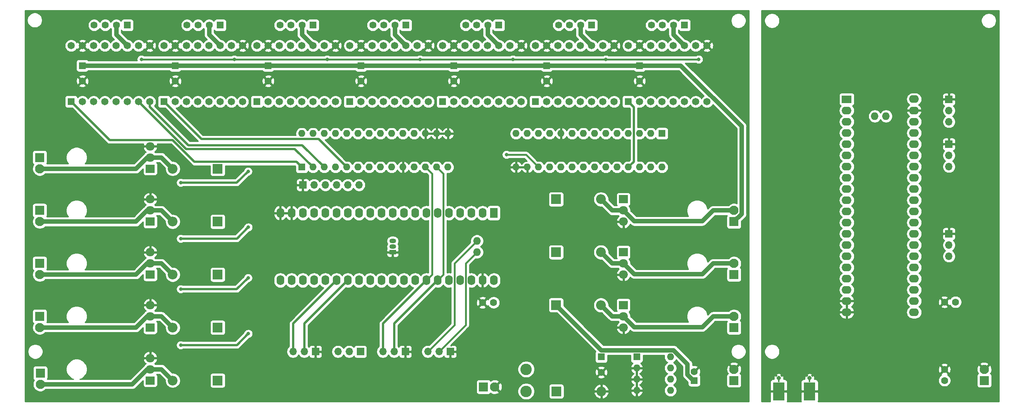
<source format=gbr>
%TF.GenerationSoftware,KiCad,Pcbnew,(5.1.7)-1*%
%TF.CreationDate,2020-11-03T10:53:37+01:00*%
%TF.ProjectId,PCB,5043422e-6b69-4636-9164-5f7063625858,rev?*%
%TF.SameCoordinates,Original*%
%TF.FileFunction,Copper,L2,Bot*%
%TF.FilePolarity,Positive*%
%FSLAX46Y46*%
G04 Gerber Fmt 4.6, Leading zero omitted, Abs format (unit mm)*
G04 Created by KiCad (PCBNEW (5.1.7)-1) date 2020-11-03 10:53:37*
%MOMM*%
%LPD*%
G01*
G04 APERTURE LIST*
%TA.AperFunction,ComponentPad*%
%ADD10O,1.727200X1.727200*%
%TD*%
%TA.AperFunction,ComponentPad*%
%ADD11O,1.727200X2.250000*%
%TD*%
%TA.AperFunction,ComponentPad*%
%ADD12R,1.727200X2.250000*%
%TD*%
%TA.AperFunction,ComponentPad*%
%ADD13O,1.700000X1.700000*%
%TD*%
%TA.AperFunction,ComponentPad*%
%ADD14R,1.700000X1.700000*%
%TD*%
%TA.AperFunction,ComponentPad*%
%ADD15C,1.600000*%
%TD*%
%TA.AperFunction,ComponentPad*%
%ADD16R,2.100000X2.100000*%
%TD*%
%TA.AperFunction,ComponentPad*%
%ADD17C,2.100000*%
%TD*%
%TA.AperFunction,SMDPad,CuDef*%
%ADD18R,0.460000X0.890000*%
%TD*%
%TA.AperFunction,ComponentPad*%
%ADD19C,0.970000*%
%TD*%
%TA.AperFunction,SMDPad,CuDef*%
%ADD20R,2.665000X4.190000*%
%TD*%
%TA.AperFunction,ComponentPad*%
%ADD21O,1.600000X1.600000*%
%TD*%
%TA.AperFunction,ComponentPad*%
%ADD22R,1.600000X1.600000*%
%TD*%
%TA.AperFunction,ComponentPad*%
%ADD23R,2.250000X1.727200*%
%TD*%
%TA.AperFunction,ComponentPad*%
%ADD24O,2.250000X1.727200*%
%TD*%
%TA.AperFunction,ComponentPad*%
%ADD25O,2.000000X1.905000*%
%TD*%
%TA.AperFunction,ComponentPad*%
%ADD26R,2.000000X1.905000*%
%TD*%
%TA.AperFunction,ComponentPad*%
%ADD27O,2.200000X2.200000*%
%TD*%
%TA.AperFunction,ComponentPad*%
%ADD28R,2.200000X2.200000*%
%TD*%
%TA.AperFunction,ComponentPad*%
%ADD29R,1.500000X1.050000*%
%TD*%
%TA.AperFunction,ComponentPad*%
%ADD30O,1.500000X1.050000*%
%TD*%
%TA.AperFunction,ComponentPad*%
%ADD31C,2.600000*%
%TD*%
%TA.AperFunction,ComponentPad*%
%ADD32C,1.590000*%
%TD*%
%TA.AperFunction,ComponentPad*%
%ADD33R,1.590000X1.590000*%
%TD*%
%TA.AperFunction,ComponentPad*%
%ADD34C,1.650000*%
%TD*%
%TA.AperFunction,ComponentPad*%
%ADD35R,1.650000X1.650000*%
%TD*%
%TA.AperFunction,ViaPad*%
%ADD36C,0.800000*%
%TD*%
%TA.AperFunction,Conductor*%
%ADD37C,1.000000*%
%TD*%
%TA.AperFunction,Conductor*%
%ADD38C,0.400000*%
%TD*%
%TA.AperFunction,Conductor*%
%ADD39C,0.500000*%
%TD*%
%TA.AperFunction,Conductor*%
%ADD40C,0.254000*%
%TD*%
%TA.AperFunction,Conductor*%
%ADD41C,0.100000*%
%TD*%
G04 APERTURE END LIST*
D10*
%TO.P,U4,42*%
%TO.N,SWDIO_1*%
X122870800Y-72930000D03*
%TO.P,U4,41*%
%TO.N,SWCLK_1*%
X122870800Y-75470000D03*
D11*
%TO.P,U4,40*%
%TO.N,+3V3*%
X126731600Y-81810000D03*
%TO.P,U4,39*%
%TO.N,GND*%
X124140800Y-81810000D03*
%TO.P,U4,38*%
%TO.N,Net-(U4-Pad38)*%
X121600800Y-81810000D03*
%TO.P,U4,37*%
%TO.N,Net-(U4-Pad37)*%
X119060800Y-81810000D03*
%TO.P,U4,36*%
%TO.N,TEMPERATURE*%
X116520800Y-81810000D03*
%TO.P,U4,35*%
%TO.N,I2C2_SDA*%
X113980800Y-81810000D03*
%TO.P,U4,34*%
%TO.N,I2C2_SCL*%
X111440800Y-81810000D03*
%TO.P,U4,33*%
%TO.N,Net-(U4-Pad33)*%
X108900800Y-81810000D03*
%TO.P,U4,32*%
%TO.N,Net-(U4-Pad32)*%
X106360800Y-81810000D03*
%TO.P,U4,31*%
%TO.N,Net-(U4-Pad31)*%
X103820800Y-81810000D03*
%TO.P,U4,30*%
%TO.N,Net-(U4-Pad30)*%
X101280800Y-81810000D03*
%TO.P,U4,29*%
%TO.N,WATER_LOW_LEVEL*%
X98740800Y-81810000D03*
%TO.P,U4,28*%
%TO.N,WATER_HIGH_LEVEL*%
X96200800Y-81810000D03*
%TO.P,U4,27*%
%TO.N,DEBUG_UART_RX_1*%
X93660800Y-81810000D03*
%TO.P,U4,26*%
%TO.N,DEBUG_UART_TX_1*%
X91120800Y-81810000D03*
%TO.P,U4,25*%
%TO.N,PELTIER*%
X88580800Y-81810000D03*
%TO.P,U4,24*%
%TO.N,VALVE_4*%
X86040800Y-81810000D03*
%TO.P,U4,23*%
%TO.N,VALVE_3*%
X83500800Y-81810000D03*
%TO.P,U4,22*%
%TO.N,VALVE_2*%
X80960800Y-81810000D03*
%TO.P,U4,21*%
%TO.N,VALVE_1*%
X78420800Y-81810000D03*
%TO.P,U4,20*%
%TO.N,GND*%
X78420800Y-66570000D03*
%TO.P,U4,19*%
X80960800Y-66570000D03*
%TO.P,U4,18*%
%TO.N,+3V3*%
X83500800Y-66570000D03*
%TO.P,U4,17*%
%TO.N,Net-(U4-Pad17)*%
X86040800Y-66570000D03*
%TO.P,U4,16*%
%TO.N,SPECTRAL_I2C_SDA*%
X88580800Y-66570000D03*
%TO.P,U4,15*%
%TO.N,SPECTRAL_I2C_SCL*%
X91120800Y-66570000D03*
%TO.P,U4,14*%
%TO.N,SPECTRAL_I2C_INT*%
X93660800Y-66570000D03*
%TO.P,U4,13*%
%TO.N,SPECTRAL_I2C_RST*%
X96200800Y-66570000D03*
%TO.P,U4,12*%
%TO.N,Net-(U4-Pad12)*%
X98740800Y-66570000D03*
%TO.P,U4,11*%
%TO.N,Net-(U4-Pad11)*%
X101280800Y-66570000D03*
%TO.P,U4,10*%
%TO.N,Net-(U4-Pad10)*%
X103820800Y-66570000D03*
%TO.P,U4,9*%
%TO.N,Net-(U4-Pad9)*%
X106360800Y-66570000D03*
%TO.P,U4,8*%
%TO.N,FAN_PWM*%
X108900800Y-66570000D03*
%TO.P,U4,7*%
%TO.N,PUMP_PWM*%
X111440800Y-66570000D03*
%TO.P,U4,6*%
%TO.N,MIXER_MOTOR_PWM*%
X113980800Y-66570000D03*
%TO.P,U4,5*%
%TO.N,Net-(U4-Pad5)*%
X116520800Y-66570000D03*
%TO.P,U4,4*%
%TO.N,Net-(U4-Pad4)*%
X119060800Y-66570000D03*
%TO.P,U4,3*%
%TO.N,Net-(U4-Pad3)*%
X121600800Y-66570000D03*
%TO.P,U4,2*%
%TO.N,Net-(U4-Pad2)*%
X124140800Y-66570000D03*
D12*
%TO.P,U4,1*%
%TO.N,Net-(U4-Pad1)*%
X126680800Y-66570000D03*
%TD*%
D13*
%TO.P,SPECTRAL1,6*%
%TO.N,SPECTRAL_I2C_RST*%
X96200800Y-60220000D03*
%TO.P,SPECTRAL1,5*%
%TO.N,SPECTRAL_I2C_INT*%
X93660800Y-60220000D03*
%TO.P,SPECTRAL1,4*%
%TO.N,SPECTRAL_I2C_SCL*%
X91120800Y-60220000D03*
%TO.P,SPECTRAL1,3*%
%TO.N,SPECTRAL_I2C_SDA*%
X88580800Y-60220000D03*
%TO.P,SPECTRAL1,2*%
%TO.N,+3V3*%
X86040800Y-60220000D03*
D14*
%TO.P,SPECTRAL1,1*%
%TO.N,GND*%
X83500800Y-60220000D03*
%TD*%
D15*
%TO.P,C12,1*%
%TO.N,+3V3*%
X231100000Y-86760000D03*
%TO.P,C12,2*%
%TO.N,GND*%
X228600000Y-86760000D03*
%TD*%
%TO.P,C11,1*%
%TO.N,5_V_IN*%
X228600000Y-104540000D03*
%TO.P,C11,2*%
%TO.N,GND*%
X228600000Y-102040000D03*
%TD*%
D16*
%TO.P,5V_IN,1*%
%TO.N,5_V_IN*%
X237600000Y-104540000D03*
D17*
%TO.P,5V_IN,2*%
%TO.N,GND*%
X237600000Y-102000000D03*
%TD*%
%TO.P,5V_OUT,2*%
%TO.N,GND*%
X126900800Y-106000000D03*
D16*
%TO.P,5V_OUT,1*%
%TO.N,5_V_OUT*%
X124360800Y-106000000D03*
%TD*%
D14*
%TO.P,I2C,1*%
%TO.N,GND*%
X229600000Y-50979200D03*
D13*
%TO.P,I2C,2*%
%TO.N,I2C2_SDA*%
X229600000Y-53519200D03*
%TO.P,I2C,3*%
%TO.N,I2C2_SCL*%
X229600000Y-56059200D03*
%TD*%
%TO.P,WATER_LVL,3*%
%TO.N,Net-(R32-Pad1)*%
X91440000Y-98000000D03*
%TO.P,WATER_LVL,2*%
%TO.N,Net-(Q10-Pad1)*%
X93980000Y-98000000D03*
D14*
%TO.P,WATER_LVL,1*%
%TO.N,Net-(Q6-Pad1)*%
X96520000Y-98000000D03*
%TD*%
D13*
%TO.P,I2C,3*%
%TO.N,I2C2_SCL*%
X101600000Y-98000000D03*
%TO.P,I2C,2*%
%TO.N,I2C2_SDA*%
X104140000Y-98000000D03*
D14*
%TO.P,I2C,1*%
%TO.N,GND*%
X106680000Y-98000000D03*
%TD*%
D18*
%TO.P,ANT,2*%
%TO.N,GND*%
X198092500Y-104460000D03*
D19*
X198092500Y-104015000D03*
D20*
X191107500Y-107000000D03*
X198092500Y-107000000D03*
D19*
X191107500Y-104015000D03*
D18*
X191107500Y-104460000D03*
%TD*%
D21*
%TO.P,U15,8*%
%TO.N,Net-(U15-Pad8)*%
X166620000Y-99190000D03*
%TO.P,U15,4*%
%TO.N,GND*%
X159000000Y-106810000D03*
%TO.P,U15,7*%
%TO.N,Net-(D1-Pad1)*%
X166620000Y-101730000D03*
%TO.P,U15,3*%
%TO.N,GND*%
X159000000Y-104270000D03*
%TO.P,U15,6*%
%TO.N,Net-(U15-Pad6)*%
X166620000Y-104270000D03*
%TO.P,U15,2*%
%TO.N,GND*%
X159000000Y-101730000D03*
%TO.P,U15,5*%
%TO.N,+12V*%
X166620000Y-106810000D03*
D22*
%TO.P,U15,1*%
%TO.N,5_V_OUT*%
X159000000Y-99190000D03*
%TD*%
D17*
%TO.P,VIN,2*%
%TO.N,GND*%
X181000000Y-102000000D03*
D16*
%TO.P,VIN,1*%
%TO.N,+12V*%
X181000000Y-104540000D03*
%TD*%
D14*
%TO.P,DEBUG,1*%
%TO.N,GND*%
X229600000Y-40819200D03*
D13*
%TO.P,DEBUG,2*%
%TO.N,SWCLK_2*%
X229600000Y-43359200D03*
%TO.P,DEBUG,3*%
%TO.N,SWDIO_2*%
X229600000Y-45899200D03*
%TD*%
D14*
%TO.P,SERIAL,1*%
%TO.N,GND*%
X229600000Y-71299200D03*
D13*
%TO.P,SERIAL,2*%
%TO.N,DEBUG_UART_RX_2*%
X229600000Y-73839200D03*
%TO.P,SERIAL,3*%
%TO.N,DEBUG_UART_TX_2*%
X229600000Y-76379200D03*
%TD*%
D23*
%TO.P,U24,1*%
%TO.N,Net-(U24-Pad1)*%
X206480000Y-40819200D03*
D24*
%TO.P,U24,2*%
%TO.N,Net-(U24-Pad2)*%
X206480000Y-43359200D03*
%TO.P,U24,3*%
%TO.N,Net-(U24-Pad3)*%
X206480000Y-45899200D03*
%TO.P,U24,4*%
%TO.N,Net-(U24-Pad4)*%
X206480000Y-48439200D03*
%TO.P,U24,5*%
%TO.N,Net-(U24-Pad5)*%
X206480000Y-50979200D03*
%TO.P,U24,6*%
%TO.N,Net-(U24-Pad6)*%
X206480000Y-53519200D03*
%TO.P,U24,7*%
%TO.N,Net-(U24-Pad7)*%
X206480000Y-56059200D03*
%TO.P,U24,8*%
%TO.N,LORA_RESET*%
X206480000Y-58599200D03*
%TO.P,U24,9*%
%TO.N,LORA_NSS*%
X206480000Y-61139200D03*
%TO.P,U24,10*%
%TO.N,LORA_SCK*%
X206480000Y-63679200D03*
%TO.P,U24,11*%
%TO.N,LORA_MISO*%
X206480000Y-66219200D03*
%TO.P,U24,12*%
%TO.N,LORA_MOSI*%
X206480000Y-68759200D03*
%TO.P,U24,13*%
%TO.N,LORA_DIO0_INT*%
X206480000Y-71299200D03*
%TO.P,U24,14*%
%TO.N,Net-(U24-Pad14)*%
X206480000Y-73839200D03*
%TO.P,U24,15*%
%TO.N,Net-(U24-Pad15)*%
X206480000Y-76379200D03*
%TO.P,U24,16*%
%TO.N,Net-(U24-Pad16)*%
X206480000Y-78919200D03*
%TO.P,U24,17*%
%TO.N,Net-(U24-Pad17)*%
X206480000Y-81459200D03*
%TO.P,U24,18*%
%TO.N,+3V3*%
X206480000Y-83999200D03*
%TO.P,U24,19*%
%TO.N,GND*%
X206480000Y-86539200D03*
%TO.P,U24,20*%
X206480000Y-89079200D03*
%TO.P,U24,21*%
%TO.N,Net-(U24-Pad21)*%
X221720000Y-89079200D03*
%TO.P,U24,22*%
%TO.N,Net-(U24-Pad22)*%
X221720000Y-86539200D03*
%TO.P,U24,23*%
%TO.N,Net-(U24-Pad23)*%
X221720000Y-83999200D03*
%TO.P,U24,24*%
%TO.N,Net-(U24-Pad24)*%
X221720000Y-81459200D03*
%TO.P,U24,25*%
%TO.N,Net-(U24-Pad25)*%
X221720000Y-78919200D03*
%TO.P,U24,26*%
%TO.N,DEBUG_UART_TX_2*%
X221720000Y-76379200D03*
%TO.P,U24,27*%
%TO.N,DEBUG_UART_RX_2*%
X221720000Y-73839200D03*
%TO.P,U24,28*%
%TO.N,Net-(U24-Pad28)*%
X221720000Y-71299200D03*
%TO.P,U24,29*%
%TO.N,Net-(U24-Pad29)*%
X221720000Y-68759200D03*
%TO.P,U24,30*%
%TO.N,Net-(U24-Pad30)*%
X221720000Y-66219200D03*
%TO.P,U24,31*%
%TO.N,Net-(U24-Pad31)*%
X221720000Y-63679200D03*
%TO.P,U24,32*%
%TO.N,Net-(U24-Pad32)*%
X221720000Y-61139200D03*
%TO.P,U24,33*%
%TO.N,Net-(U24-Pad33)*%
X221720000Y-58599200D03*
%TO.P,U24,34*%
%TO.N,I2C2_SCL*%
X221720000Y-56059200D03*
%TO.P,U24,35*%
%TO.N,I2C2_SDA*%
X221720000Y-53519200D03*
%TO.P,U24,36*%
%TO.N,Net-(U24-Pad36)*%
X221720000Y-50979200D03*
%TO.P,U24,37*%
%TO.N,Net-(U24-Pad37)*%
X221720000Y-48439200D03*
%TO.P,U24,38*%
%TO.N,Net-(U24-Pad38)*%
X221720000Y-45899200D03*
%TO.P,U24,39*%
%TO.N,GND*%
X221720000Y-43359200D03*
%TO.P,U24,40*%
%TO.N,+3V3*%
X221720000Y-40768400D03*
D10*
%TO.P,U24,41*%
%TO.N,SWCLK_2*%
X215380000Y-44629200D03*
%TO.P,U24,42*%
%TO.N,SWDIO_2*%
X212840000Y-44629200D03*
%TD*%
D25*
%TO.P,Q9,3*%
%TO.N,GND*%
X156000000Y-92540000D03*
%TO.P,Q9,2*%
%TO.N,Net-(D9-Pad2)*%
X156000000Y-90000000D03*
D26*
%TO.P,Q9,1*%
%TO.N,Net-(Q9-Pad1)*%
X156000000Y-87460000D03*
%TD*%
D25*
%TO.P,Q8,3*%
%TO.N,GND*%
X156000000Y-80540000D03*
%TO.P,Q8,2*%
%TO.N,Net-(D8-Pad2)*%
X156000000Y-78000000D03*
D26*
%TO.P,Q8,1*%
%TO.N,Net-(Q8-Pad1)*%
X156000000Y-75460000D03*
%TD*%
D25*
%TO.P,Q7,3*%
%TO.N,GND*%
X156000000Y-68540000D03*
%TO.P,Q7,2*%
%TO.N,Net-(D7-Pad2)*%
X156000000Y-66000000D03*
D26*
%TO.P,Q7,1*%
%TO.N,Net-(Q7-Pad1)*%
X156000000Y-63460000D03*
%TD*%
D17*
%TO.P,FAN,2*%
%TO.N,Net-(D9-Pad2)*%
X181000000Y-90000000D03*
D16*
%TO.P,FAN,1*%
%TO.N,+12V*%
X181000000Y-92540000D03*
%TD*%
D17*
%TO.P,PUMP,2*%
%TO.N,Net-(D8-Pad2)*%
X181000000Y-78000000D03*
D16*
%TO.P,PUMP,1*%
%TO.N,+12V*%
X181000000Y-80540000D03*
%TD*%
D17*
%TO.P,MIXER_MOT,2*%
%TO.N,Net-(D7-Pad2)*%
X181000000Y-66000000D03*
D16*
%TO.P,MIXER_MOT,1*%
%TO.N,+12V*%
X181000000Y-68540000D03*
%TD*%
D27*
%TO.P,D9,2*%
%TO.N,Net-(D9-Pad2)*%
X150920000Y-87460000D03*
D28*
%TO.P,D9,1*%
%TO.N,+12V*%
X140760000Y-87460000D03*
%TD*%
D27*
%TO.P,D8,2*%
%TO.N,Net-(D8-Pad2)*%
X150920000Y-75460000D03*
D28*
%TO.P,D8,1*%
%TO.N,+12V*%
X140760000Y-75460000D03*
%TD*%
D27*
%TO.P,D7,2*%
%TO.N,Net-(D7-Pad2)*%
X150920000Y-63460000D03*
D28*
%TO.P,D7,1*%
%TO.N,+12V*%
X140760000Y-63460000D03*
%TD*%
D25*
%TO.P,Q5,3*%
%TO.N,GND*%
X49000000Y-99460000D03*
%TO.P,Q5,2*%
%TO.N,Net-(D6-Pad2)*%
X49000000Y-102000000D03*
D26*
%TO.P,Q5,1*%
%TO.N,Net-(Q5-Pad1)*%
X49000000Y-104540000D03*
%TD*%
D25*
%TO.P,Q4,3*%
%TO.N,GND*%
X49000000Y-51460000D03*
%TO.P,Q4,2*%
%TO.N,Net-(D5-Pad2)*%
X49000000Y-54000000D03*
D26*
%TO.P,Q4,1*%
%TO.N,Net-(Q4-Pad1)*%
X49000000Y-56540000D03*
%TD*%
D25*
%TO.P,Q3,3*%
%TO.N,GND*%
X49000000Y-63460000D03*
%TO.P,Q3,2*%
%TO.N,Net-(D4-Pad2)*%
X49000000Y-66000000D03*
D26*
%TO.P,Q3,1*%
%TO.N,Net-(Q3-Pad1)*%
X49000000Y-68540000D03*
%TD*%
D25*
%TO.P,Q2,3*%
%TO.N,GND*%
X49000000Y-75460000D03*
%TO.P,Q2,2*%
%TO.N,Net-(D3-Pad2)*%
X49000000Y-78000000D03*
D26*
%TO.P,Q2,1*%
%TO.N,Net-(Q2-Pad1)*%
X49000000Y-80540000D03*
%TD*%
D25*
%TO.P,Q1,3*%
%TO.N,GND*%
X49000000Y-87460000D03*
%TO.P,Q1,2*%
%TO.N,Net-(D2-Pad2)*%
X49000000Y-90000000D03*
D26*
%TO.P,Q1,1*%
%TO.N,Net-(Q1-Pad1)*%
X49000000Y-92540000D03*
%TD*%
D15*
%TO.P,C10,2*%
%TO.N,GND*%
X159650000Y-36680000D03*
D22*
%TO.P,C10,1*%
%TO.N,+12V*%
X159650000Y-33180000D03*
%TD*%
D15*
%TO.P,C9,2*%
%TO.N,GND*%
X138650000Y-36680000D03*
D22*
%TO.P,C9,1*%
%TO.N,+12V*%
X138650000Y-33180000D03*
%TD*%
D15*
%TO.P,C8,2*%
%TO.N,GND*%
X117650000Y-36680000D03*
D22*
%TO.P,C8,1*%
%TO.N,+12V*%
X117650000Y-33180000D03*
%TD*%
D15*
%TO.P,C7,2*%
%TO.N,GND*%
X96650000Y-36680000D03*
D22*
%TO.P,C7,1*%
%TO.N,+12V*%
X96650000Y-33180000D03*
%TD*%
D15*
%TO.P,C6,2*%
%TO.N,GND*%
X75650000Y-36680000D03*
D22*
%TO.P,C6,1*%
%TO.N,+12V*%
X75650000Y-33180000D03*
%TD*%
D15*
%TO.P,C5,2*%
%TO.N,GND*%
X54650000Y-36680000D03*
D22*
%TO.P,C5,1*%
%TO.N,+12V*%
X54650000Y-33180000D03*
%TD*%
D29*
%TO.P,U14,1*%
%TO.N,GND*%
X103820800Y-75460000D03*
D30*
%TO.P,U14,3*%
%TO.N,+3V3*%
X103820800Y-72920000D03*
%TO.P,U14,2*%
%TO.N,TEMPERATURE*%
X103820800Y-74190000D03*
%TD*%
D17*
%TO.P,HEATER,2*%
%TO.N,Net-(D6-Pad2)*%
X24130000Y-105410000D03*
D16*
%TO.P,HEATER,1*%
%TO.N,+12V*%
X24130000Y-102870000D03*
%TD*%
D27*
%TO.P,D6,2*%
%TO.N,Net-(D6-Pad2)*%
X54080000Y-104540000D03*
D28*
%TO.P,D6,1*%
%TO.N,+12V*%
X64240000Y-104540000D03*
%TD*%
D15*
%TO.P,C4,2*%
%TO.N,GND*%
X33650000Y-36680000D03*
D22*
%TO.P,C4,1*%
%TO.N,+12V*%
X33650000Y-33180000D03*
%TD*%
D21*
%TO.P,U6,28*%
%TO.N,STEPPER_MOT7_FLT*%
X164730000Y-56190000D03*
%TO.P,U6,14*%
%TO.N,Net-(U6-Pad14)*%
X131710000Y-48570000D03*
%TO.P,U6,27*%
%TO.N,STEPPER_MOT7_DIR*%
X162190000Y-56190000D03*
%TO.P,U6,13*%
%TO.N,I2C2_SDA*%
X134250000Y-48570000D03*
%TO.P,U6,26*%
%TO.N,STEPPER_MOT7_STEP*%
X159650000Y-56190000D03*
%TO.P,U6,12*%
%TO.N,I2C2_SCL*%
X136790000Y-48570000D03*
%TO.P,U6,25*%
%TO.N,STEPPER_MOT7_EN*%
X157110000Y-56190000D03*
%TO.P,U6,11*%
%TO.N,Net-(U6-Pad11)*%
X139330000Y-48570000D03*
%TO.P,U6,24*%
%TO.N,Net-(U6-Pad24)*%
X154570000Y-56190000D03*
%TO.P,U6,10*%
%TO.N,GND*%
X141870000Y-48570000D03*
%TO.P,U6,23*%
%TO.N,Net-(U6-Pad23)*%
X152030000Y-56190000D03*
%TO.P,U6,9*%
%TO.N,+3V3*%
X144410000Y-48570000D03*
%TO.P,U6,22*%
%TO.N,Net-(U6-Pad22)*%
X149490000Y-56190000D03*
%TO.P,U6,8*%
%TO.N,STEPPER_MOT5_EN*%
X146950000Y-48570000D03*
%TO.P,U6,21*%
%TO.N,Net-(U6-Pad21)*%
X146950000Y-56190000D03*
%TO.P,U6,7*%
%TO.N,STEPPER_MOT5_STEP*%
X149490000Y-48570000D03*
%TO.P,U6,20*%
%TO.N,EXPANDER_2_INTA*%
X144410000Y-56190000D03*
%TO.P,U6,6*%
%TO.N,STEPPER_MOT5_DIR*%
X152030000Y-48570000D03*
%TO.P,U6,19*%
%TO.N,EXPANDER_2_INTB*%
X141870000Y-56190000D03*
%TO.P,U6,5*%
%TO.N,STEPPER_MOT5_FLT*%
X154570000Y-48570000D03*
%TO.P,U6,18*%
%TO.N,+3V3*%
X139330000Y-56190000D03*
%TO.P,U6,4*%
%TO.N,STEPPER_MOT6_EN*%
X157110000Y-48570000D03*
%TO.P,U6,17*%
%TO.N,+3V3*%
X136790000Y-56190000D03*
%TO.P,U6,3*%
%TO.N,STEPPER_MOT6_STEP*%
X159650000Y-48570000D03*
%TO.P,U6,16*%
%TO.N,GND*%
X134250000Y-56190000D03*
%TO.P,U6,2*%
%TO.N,STEPPER_MOT6_DIR*%
X162190000Y-48570000D03*
%TO.P,U6,15*%
%TO.N,GND*%
X131710000Y-56190000D03*
D22*
%TO.P,U6,1*%
%TO.N,STEPPER_MOT6_FLT*%
X164730000Y-48570000D03*
%TD*%
D21*
%TO.P,U3,28*%
%TO.N,STEPPER_MOT3_EN*%
X83270000Y-48570000D03*
%TO.P,U3,14*%
%TO.N,Net-(U3-Pad14)*%
X116290000Y-56190000D03*
%TO.P,U3,27*%
%TO.N,STEPPER_MOT3_STEP*%
X85810000Y-48570000D03*
%TO.P,U3,13*%
%TO.N,I2C2_SDA*%
X113750000Y-56190000D03*
%TO.P,U3,26*%
%TO.N,STEPPER_MOT3_DIR*%
X88350000Y-48570000D03*
%TO.P,U3,12*%
%TO.N,I2C2_SCL*%
X111210000Y-56190000D03*
%TO.P,U3,25*%
%TO.N,STEPPER_MOT3_FLT*%
X90890000Y-48570000D03*
%TO.P,U3,11*%
%TO.N,Net-(U3-Pad11)*%
X108670000Y-56190000D03*
%TO.P,U3,24*%
%TO.N,STEPPER_MOT4_EN*%
X93430000Y-48570000D03*
%TO.P,U3,10*%
%TO.N,GND*%
X106130000Y-56190000D03*
%TO.P,U3,23*%
%TO.N,STEPPER_MOT4_STEP*%
X95970000Y-48570000D03*
%TO.P,U3,9*%
%TO.N,+3V3*%
X103590000Y-56190000D03*
%TO.P,U3,22*%
%TO.N,STEPPER_MOT4_DIR*%
X98510000Y-48570000D03*
%TO.P,U3,8*%
%TO.N,STEPPER_MOT2_FLT*%
X101050000Y-56190000D03*
%TO.P,U3,21*%
%TO.N,STEPPER_MOT4_FLT*%
X101050000Y-48570000D03*
%TO.P,U3,7*%
%TO.N,STEPPER_MOT2_DIR*%
X98510000Y-56190000D03*
%TO.P,U3,20*%
%TO.N,EXPANDER_1_INTA*%
X103590000Y-48570000D03*
%TO.P,U3,6*%
%TO.N,STEPPER_MOT2_STEP*%
X95970000Y-56190000D03*
%TO.P,U3,19*%
%TO.N,EXPANDER_1_INTB*%
X106130000Y-48570000D03*
%TO.P,U3,5*%
%TO.N,STEPPER_MOT2_EN*%
X93430000Y-56190000D03*
%TO.P,U3,18*%
%TO.N,+3V3*%
X108670000Y-48570000D03*
%TO.P,U3,4*%
%TO.N,STEPPER_MOT1_FLT*%
X90890000Y-56190000D03*
%TO.P,U3,17*%
%TO.N,GND*%
X111210000Y-48570000D03*
%TO.P,U3,3*%
%TO.N,STEPPER_MOT1_DIR*%
X88350000Y-56190000D03*
%TO.P,U3,16*%
%TO.N,GND*%
X113750000Y-48570000D03*
%TO.P,U3,2*%
%TO.N,STEPPER_MOT1_STEP*%
X85810000Y-56190000D03*
%TO.P,U3,15*%
%TO.N,GND*%
X116290000Y-48570000D03*
D22*
%TO.P,U3,1*%
%TO.N,STEPPER_MOT1_EN*%
X83270000Y-56190000D03*
%TD*%
D14*
%TO.P,DEBUG,1*%
%TO.N,GND*%
X116840000Y-98000000D03*
D13*
%TO.P,DEBUG,2*%
%TO.N,SWCLK_1*%
X114300000Y-98000000D03*
%TO.P,DEBUG,3*%
%TO.N,SWDIO_1*%
X111760000Y-98000000D03*
%TD*%
%TO.P,SERIAL,3*%
%TO.N,DEBUG_UART_TX_1*%
X81280000Y-98000000D03*
%TO.P,SERIAL,2*%
%TO.N,DEBUG_UART_RX_1*%
X83820000Y-98000000D03*
D14*
%TO.P,SERIAL,1*%
%TO.N,GND*%
X86360000Y-98000000D03*
%TD*%
D15*
%TO.P,C3,2*%
%TO.N,GND*%
X124140800Y-86890000D03*
%TO.P,C3,1*%
%TO.N,+3V3*%
X126640800Y-86890000D03*
%TD*%
D31*
%TO.P,L1,2*%
%TO.N,5_V_OUT*%
X134000000Y-102000000D03*
%TO.P,L1,1*%
%TO.N,Net-(D1-Pad1)*%
X134000000Y-107000000D03*
%TD*%
D15*
%TO.P,C2,2*%
%TO.N,GND*%
X151000000Y-102690000D03*
D22*
%TO.P,C2,1*%
%TO.N,5_V_OUT*%
X151000000Y-99190000D03*
%TD*%
D15*
%TO.P,C1,2*%
%TO.N,GND*%
X172000000Y-102540000D03*
D22*
%TO.P,C1,1*%
%TO.N,+12V*%
X172000000Y-104540000D03*
%TD*%
D27*
%TO.P,D5,2*%
%TO.N,Net-(D5-Pad2)*%
X54080000Y-56540000D03*
D28*
%TO.P,D5,1*%
%TO.N,+12V*%
X64240000Y-56540000D03*
%TD*%
D27*
%TO.P,D4,2*%
%TO.N,Net-(D4-Pad2)*%
X54080000Y-68540000D03*
D28*
%TO.P,D4,1*%
%TO.N,+12V*%
X64240000Y-68540000D03*
%TD*%
D27*
%TO.P,D3,2*%
%TO.N,Net-(D3-Pad2)*%
X54080000Y-80540000D03*
D28*
%TO.P,D3,1*%
%TO.N,+12V*%
X64240000Y-80540000D03*
%TD*%
D27*
%TO.P,D2,2*%
%TO.N,Net-(D2-Pad2)*%
X54080000Y-92540000D03*
D28*
%TO.P,D2,1*%
%TO.N,+12V*%
X64240000Y-92540000D03*
%TD*%
D27*
%TO.P,D1,2*%
%TO.N,GND*%
X151000000Y-107000000D03*
D28*
%TO.P,D1,1*%
%TO.N,Net-(D1-Pad1)*%
X140840000Y-107000000D03*
%TD*%
D17*
%TO.P,VALVE_4,2*%
%TO.N,Net-(D5-Pad2)*%
X24000000Y-56540000D03*
D16*
%TO.P,VALVE_4,1*%
%TO.N,+12V*%
X24000000Y-54000000D03*
%TD*%
D17*
%TO.P,VALVE_3,2*%
%TO.N,Net-(D4-Pad2)*%
X24000000Y-68540000D03*
D16*
%TO.P,VALVE_3,1*%
%TO.N,+12V*%
X24000000Y-66000000D03*
%TD*%
D17*
%TO.P,VALVE_2,2*%
%TO.N,Net-(D3-Pad2)*%
X24000000Y-80540000D03*
D16*
%TO.P,VALVE_2,1*%
%TO.N,+12V*%
X24000000Y-78000000D03*
%TD*%
D32*
%TO.P,J9,4*%
%TO.N,STEPPER_MOT7_B2*%
X162310000Y-24000000D03*
%TO.P,J9,3*%
%TO.N,STEPPER_MOT7_B1*%
X164810000Y-24000000D03*
%TO.P,J9,2*%
%TO.N,STEPPER_MOT7_A2*%
X167310000Y-24000000D03*
D33*
%TO.P,J9,1*%
%TO.N,STEPPER_MOT7_A1*%
X169810000Y-24000000D03*
%TD*%
D32*
%TO.P,J8,4*%
%TO.N,STEPPER_MOT4_B2*%
X99310000Y-24000000D03*
%TO.P,J8,3*%
%TO.N,STEPPER_MOT4_B1*%
X101810000Y-24000000D03*
%TO.P,J8,2*%
%TO.N,STEPPER_MOT4_A2*%
X104310000Y-24000000D03*
D33*
%TO.P,J8,1*%
%TO.N,STEPPER_MOT4_A1*%
X106810000Y-24000000D03*
%TD*%
D32*
%TO.P,J7,4*%
%TO.N,STEPPER_MOT2_B2*%
X57310000Y-24000000D03*
%TO.P,J7,3*%
%TO.N,STEPPER_MOT2_B1*%
X59810000Y-24000000D03*
%TO.P,J7,2*%
%TO.N,STEPPER_MOT2_A2*%
X62310000Y-24000000D03*
D33*
%TO.P,J7,1*%
%TO.N,STEPPER_MOT2_A1*%
X64810000Y-24000000D03*
%TD*%
D32*
%TO.P,J6,4*%
%TO.N,STEPPER_MOT1_B2*%
X36310000Y-24000000D03*
%TO.P,J6,3*%
%TO.N,STEPPER_MOT1_B1*%
X38810000Y-24000000D03*
%TO.P,J6,2*%
%TO.N,STEPPER_MOT1_A2*%
X41310000Y-24000000D03*
D33*
%TO.P,J6,1*%
%TO.N,STEPPER_MOT1_A1*%
X43810000Y-24000000D03*
%TD*%
D32*
%TO.P,J4,4*%
%TO.N,STEPPER_MOT6_B2*%
X141310000Y-24000000D03*
%TO.P,J4,3*%
%TO.N,STEPPER_MOT6_B1*%
X143810000Y-24000000D03*
%TO.P,J4,2*%
%TO.N,STEPPER_MOT6_A2*%
X146310000Y-24000000D03*
D33*
%TO.P,J4,1*%
%TO.N,STEPPER_MOT6_A1*%
X148810000Y-24000000D03*
%TD*%
D32*
%TO.P,J3,4*%
%TO.N,STEPPER_MOT3_B2*%
X78310000Y-24000000D03*
%TO.P,J3,3*%
%TO.N,STEPPER_MOT3_B1*%
X80810000Y-24000000D03*
%TO.P,J3,2*%
%TO.N,STEPPER_MOT3_A2*%
X83310000Y-24000000D03*
D33*
%TO.P,J3,1*%
%TO.N,STEPPER_MOT3_A1*%
X85810000Y-24000000D03*
%TD*%
D34*
%TO.P,U13,9*%
%TO.N,GND*%
X48890000Y-28650000D03*
%TO.P,U13,10*%
%TO.N,STEPPER_MOT1_FLT*%
X46350000Y-28650000D03*
%TO.P,U13,11*%
%TO.N,STEPPER_MOT1_A2*%
X43810000Y-28650000D03*
%TO.P,U13,12*%
%TO.N,STEPPER_MOT1_A1*%
X41270000Y-28650000D03*
%TO.P,U13,16*%
%TO.N,+12V*%
X31110000Y-28650000D03*
%TO.P,U13,15*%
%TO.N,GND*%
X33650000Y-28650000D03*
%TO.P,U13,14*%
%TO.N,STEPPER_MOT1_B2*%
X36190000Y-28650000D03*
D35*
%TO.P,U13,1*%
%TO.N,STEPPER_MOT1_EN*%
X31110000Y-41350000D03*
D34*
%TO.P,U13,2*%
%TO.N,Net-(JP1-Pad2)*%
X33650000Y-41350000D03*
%TO.P,U13,3*%
%TO.N,Net-(JP2-Pad2)*%
X36190000Y-41350000D03*
%TO.P,U13,8*%
%TO.N,STEPPER_MOT1_DIR*%
X48890000Y-41350000D03*
%TO.P,U13,7*%
%TO.N,STEPPER_MOT1_STEP*%
X46350000Y-41350000D03*
%TO.P,U13,6*%
%TO.N,Net-(R11-Pad2)*%
X43810000Y-41350000D03*
%TO.P,U13,5*%
%TO.N,Net-(R12-Pad2)*%
X41270000Y-41350000D03*
%TO.P,U13,13*%
%TO.N,STEPPER_MOT1_B1*%
X38730000Y-28650000D03*
%TO.P,U13,4*%
%TO.N,Net-(JP3-Pad2)*%
X38730000Y-41350000D03*
%TD*%
%TO.P,U12,9*%
%TO.N,GND*%
X174890000Y-28650000D03*
%TO.P,U12,10*%
%TO.N,STEPPER_MOT7_FLT*%
X172350000Y-28650000D03*
%TO.P,U12,11*%
%TO.N,STEPPER_MOT7_A2*%
X169810000Y-28650000D03*
%TO.P,U12,12*%
%TO.N,STEPPER_MOT7_A1*%
X167270000Y-28650000D03*
%TO.P,U12,16*%
%TO.N,+12V*%
X157110000Y-28650000D03*
%TO.P,U12,15*%
%TO.N,GND*%
X159650000Y-28650000D03*
%TO.P,U12,14*%
%TO.N,STEPPER_MOT7_B2*%
X162190000Y-28650000D03*
D35*
%TO.P,U12,1*%
%TO.N,STEPPER_MOT7_EN*%
X157110000Y-41350000D03*
D34*
%TO.P,U12,2*%
%TO.N,Net-(JP19-Pad2)*%
X159650000Y-41350000D03*
%TO.P,U12,3*%
%TO.N,Net-(JP20-Pad2)*%
X162190000Y-41350000D03*
%TO.P,U12,8*%
%TO.N,STEPPER_MOT7_DIR*%
X174890000Y-41350000D03*
%TO.P,U12,7*%
%TO.N,STEPPER_MOT7_STEP*%
X172350000Y-41350000D03*
%TO.P,U12,6*%
%TO.N,Net-(R23-Pad2)*%
X169810000Y-41350000D03*
%TO.P,U12,5*%
%TO.N,Net-(R28-Pad2)*%
X167270000Y-41350000D03*
%TO.P,U12,13*%
%TO.N,STEPPER_MOT7_B1*%
X164730000Y-28650000D03*
%TO.P,U12,4*%
%TO.N,Net-(JP21-Pad2)*%
X164730000Y-41350000D03*
%TD*%
%TO.P,U11,9*%
%TO.N,GND*%
X132890000Y-28650000D03*
%TO.P,U11,10*%
%TO.N,STEPPER_MOT5_FLT*%
X130350000Y-28650000D03*
%TO.P,U11,11*%
%TO.N,STEPPER_MOT5_A2*%
X127810000Y-28650000D03*
%TO.P,U11,12*%
%TO.N,STEPPER_MOT5_A1*%
X125270000Y-28650000D03*
%TO.P,U11,16*%
%TO.N,+12V*%
X115110000Y-28650000D03*
%TO.P,U11,15*%
%TO.N,GND*%
X117650000Y-28650000D03*
%TO.P,U11,14*%
%TO.N,STEPPER_MOT5_B2*%
X120190000Y-28650000D03*
D35*
%TO.P,U11,1*%
%TO.N,STEPPER_MOT5_EN*%
X115110000Y-41350000D03*
D34*
%TO.P,U11,2*%
%TO.N,Net-(JP13-Pad2)*%
X117650000Y-41350000D03*
%TO.P,U11,3*%
%TO.N,Net-(JP14-Pad2)*%
X120190000Y-41350000D03*
%TO.P,U11,8*%
%TO.N,STEPPER_MOT5_DIR*%
X132890000Y-41350000D03*
%TO.P,U11,7*%
%TO.N,STEPPER_MOT5_STEP*%
X130350000Y-41350000D03*
%TO.P,U11,6*%
%TO.N,Net-(R21-Pad2)*%
X127810000Y-41350000D03*
%TO.P,U11,5*%
%TO.N,Net-(R26-Pad2)*%
X125270000Y-41350000D03*
%TO.P,U11,13*%
%TO.N,STEPPER_MOT5_B1*%
X122730000Y-28650000D03*
%TO.P,U11,4*%
%TO.N,Net-(JP15-Pad2)*%
X122730000Y-41350000D03*
%TD*%
%TO.P,U9,9*%
%TO.N,GND*%
X90890000Y-28650000D03*
%TO.P,U9,10*%
%TO.N,STEPPER_MOT3_FLT*%
X88350000Y-28650000D03*
%TO.P,U9,11*%
%TO.N,STEPPER_MOT3_A2*%
X85810000Y-28650000D03*
%TO.P,U9,12*%
%TO.N,STEPPER_MOT3_A1*%
X83270000Y-28650000D03*
%TO.P,U9,16*%
%TO.N,+12V*%
X73110000Y-28650000D03*
%TO.P,U9,15*%
%TO.N,GND*%
X75650000Y-28650000D03*
%TO.P,U9,14*%
%TO.N,STEPPER_MOT3_B2*%
X78190000Y-28650000D03*
D35*
%TO.P,U9,1*%
%TO.N,STEPPER_MOT3_EN*%
X73110000Y-41350000D03*
D34*
%TO.P,U9,2*%
%TO.N,Net-(JP7-Pad2)*%
X75650000Y-41350000D03*
%TO.P,U9,3*%
%TO.N,Net-(JP8-Pad2)*%
X78190000Y-41350000D03*
%TO.P,U9,8*%
%TO.N,STEPPER_MOT3_DIR*%
X90890000Y-41350000D03*
%TO.P,U9,7*%
%TO.N,STEPPER_MOT3_STEP*%
X88350000Y-41350000D03*
%TO.P,U9,6*%
%TO.N,Net-(R19-Pad2)*%
X85810000Y-41350000D03*
%TO.P,U9,5*%
%TO.N,Net-(R24-Pad2)*%
X83270000Y-41350000D03*
%TO.P,U9,13*%
%TO.N,STEPPER_MOT3_B1*%
X80730000Y-28650000D03*
%TO.P,U9,4*%
%TO.N,Net-(JP9-Pad2)*%
X80730000Y-41350000D03*
%TD*%
%TO.P,U8,9*%
%TO.N,GND*%
X111890000Y-28650000D03*
%TO.P,U8,10*%
%TO.N,STEPPER_MOT4_FLT*%
X109350000Y-28650000D03*
%TO.P,U8,11*%
%TO.N,STEPPER_MOT4_A2*%
X106810000Y-28650000D03*
%TO.P,U8,12*%
%TO.N,STEPPER_MOT4_A1*%
X104270000Y-28650000D03*
%TO.P,U8,16*%
%TO.N,+12V*%
X94110000Y-28650000D03*
%TO.P,U8,15*%
%TO.N,GND*%
X96650000Y-28650000D03*
%TO.P,U8,14*%
%TO.N,STEPPER_MOT4_B2*%
X99190000Y-28650000D03*
D35*
%TO.P,U8,1*%
%TO.N,STEPPER_MOT4_EN*%
X94110000Y-41350000D03*
D34*
%TO.P,U8,2*%
%TO.N,Net-(JP10-Pad2)*%
X96650000Y-41350000D03*
%TO.P,U8,3*%
%TO.N,Net-(JP11-Pad2)*%
X99190000Y-41350000D03*
%TO.P,U8,8*%
%TO.N,STEPPER_MOT4_DIR*%
X111890000Y-41350000D03*
%TO.P,U8,7*%
%TO.N,STEPPER_MOT4_STEP*%
X109350000Y-41350000D03*
%TO.P,U8,6*%
%TO.N,Net-(R20-Pad2)*%
X106810000Y-41350000D03*
%TO.P,U8,5*%
%TO.N,Net-(R25-Pad2)*%
X104270000Y-41350000D03*
%TO.P,U8,13*%
%TO.N,STEPPER_MOT4_B1*%
X101730000Y-28650000D03*
%TO.P,U8,4*%
%TO.N,Net-(JP12-Pad2)*%
X101730000Y-41350000D03*
%TD*%
%TO.P,U7,9*%
%TO.N,GND*%
X153890000Y-28650000D03*
%TO.P,U7,10*%
%TO.N,STEPPER_MOT6_FLT*%
X151350000Y-28650000D03*
%TO.P,U7,11*%
%TO.N,STEPPER_MOT6_A2*%
X148810000Y-28650000D03*
%TO.P,U7,12*%
%TO.N,STEPPER_MOT6_A1*%
X146270000Y-28650000D03*
%TO.P,U7,16*%
%TO.N,+12V*%
X136110000Y-28650000D03*
%TO.P,U7,15*%
%TO.N,GND*%
X138650000Y-28650000D03*
%TO.P,U7,14*%
%TO.N,STEPPER_MOT6_B2*%
X141190000Y-28650000D03*
D35*
%TO.P,U7,1*%
%TO.N,STEPPER_MOT6_EN*%
X136110000Y-41350000D03*
D34*
%TO.P,U7,2*%
%TO.N,Net-(JP16-Pad2)*%
X138650000Y-41350000D03*
%TO.P,U7,3*%
%TO.N,Net-(JP17-Pad2)*%
X141190000Y-41350000D03*
%TO.P,U7,8*%
%TO.N,STEPPER_MOT6_DIR*%
X153890000Y-41350000D03*
%TO.P,U7,7*%
%TO.N,STEPPER_MOT6_STEP*%
X151350000Y-41350000D03*
%TO.P,U7,6*%
%TO.N,Net-(R22-Pad2)*%
X148810000Y-41350000D03*
%TO.P,U7,5*%
%TO.N,Net-(R27-Pad2)*%
X146270000Y-41350000D03*
%TO.P,U7,13*%
%TO.N,STEPPER_MOT6_B1*%
X143730000Y-28650000D03*
%TO.P,U7,4*%
%TO.N,Net-(JP18-Pad2)*%
X143730000Y-41350000D03*
%TD*%
D17*
%TO.P,VALVE_1,2*%
%TO.N,Net-(D2-Pad2)*%
X24000000Y-92540000D03*
D16*
%TO.P,VALVE_1,1*%
%TO.N,+12V*%
X24000000Y-90000000D03*
%TD*%
D32*
%TO.P,J1,4*%
%TO.N,STEPPER_MOT5_B2*%
X120310000Y-24000000D03*
%TO.P,J1,3*%
%TO.N,STEPPER_MOT5_B1*%
X122810000Y-24000000D03*
%TO.P,J1,2*%
%TO.N,STEPPER_MOT5_A2*%
X125310000Y-24000000D03*
D33*
%TO.P,J1,1*%
%TO.N,STEPPER_MOT5_A1*%
X127810000Y-24000000D03*
%TD*%
D34*
%TO.P,U2,9*%
%TO.N,GND*%
X69890000Y-28650000D03*
%TO.P,U2,10*%
%TO.N,STEPPER_MOT2_FLT*%
X67350000Y-28650000D03*
%TO.P,U2,11*%
%TO.N,STEPPER_MOT2_A2*%
X64810000Y-28650000D03*
%TO.P,U2,12*%
%TO.N,STEPPER_MOT2_A1*%
X62270000Y-28650000D03*
%TO.P,U2,16*%
%TO.N,+12V*%
X52110000Y-28650000D03*
%TO.P,U2,15*%
%TO.N,GND*%
X54650000Y-28650000D03*
%TO.P,U2,14*%
%TO.N,STEPPER_MOT2_B2*%
X57190000Y-28650000D03*
D35*
%TO.P,U2,1*%
%TO.N,STEPPER_MOT2_EN*%
X52110000Y-41350000D03*
D34*
%TO.P,U2,2*%
%TO.N,Net-(JP4-Pad2)*%
X54650000Y-41350000D03*
%TO.P,U2,3*%
%TO.N,Net-(JP5-Pad2)*%
X57190000Y-41350000D03*
%TO.P,U2,8*%
%TO.N,STEPPER_MOT2_DIR*%
X69890000Y-41350000D03*
%TO.P,U2,7*%
%TO.N,STEPPER_MOT2_STEP*%
X67350000Y-41350000D03*
%TO.P,U2,6*%
%TO.N,Net-(R17-Pad2)*%
X64810000Y-41350000D03*
%TO.P,U2,5*%
%TO.N,Net-(R18-Pad2)*%
X62270000Y-41350000D03*
%TO.P,U2,13*%
%TO.N,STEPPER_MOT2_B1*%
X59730000Y-28650000D03*
%TO.P,U2,4*%
%TO.N,Net-(JP6-Pad2)*%
X59730000Y-41350000D03*
%TD*%
D36*
%TO.N,GND*%
X96520000Y-92710000D03*
X106680000Y-92710000D03*
%TO.N,+3V3*%
X129540000Y-53340000D03*
X46990000Y-31750000D03*
X67990000Y-31750000D03*
X88990000Y-31750000D03*
X109990000Y-31750000D03*
X130990000Y-31750000D03*
X151990000Y-31750000D03*
X172990000Y-31750000D03*
X55880000Y-59690000D03*
X71115000Y-57145000D03*
X55880000Y-72390000D03*
X71164999Y-69805001D03*
X55880000Y-83820000D03*
X71115000Y-81275000D03*
X55880000Y-96520000D03*
X71164999Y-93935001D03*
%TD*%
D37*
%TO.N,Net-(D2-Pad2)*%
X48327498Y-90000000D02*
X49000000Y-90000000D01*
X45787498Y-92540000D02*
X48327498Y-90000000D01*
X24000000Y-92540000D02*
X45787498Y-92540000D01*
X51540000Y-90000000D02*
X49000000Y-90000000D01*
X54080000Y-92540000D02*
X51540000Y-90000000D01*
%TO.N,+12V*%
X170499999Y-103260001D02*
X171779998Y-104540000D01*
X170499999Y-100849997D02*
X170499999Y-103260001D01*
X167340001Y-97689999D02*
X170499999Y-100849997D01*
X150989999Y-97689999D02*
X167340001Y-97689999D01*
X171779998Y-104540000D02*
X172000000Y-104540000D01*
X140760000Y-87460000D02*
X150989999Y-97689999D01*
X33650000Y-33180000D02*
X54650000Y-33180000D01*
X54650000Y-33180000D02*
X75650000Y-33180000D01*
X75650000Y-33180000D02*
X96650000Y-33180000D01*
X96650000Y-33180000D02*
X117650000Y-33180000D01*
X117650000Y-33180000D02*
X138650000Y-33180000D01*
X159650000Y-33180000D02*
X138650000Y-33180000D01*
X182750001Y-66789999D02*
X181000000Y-68540000D01*
X182750001Y-46952999D02*
X182750001Y-66789999D01*
X168977002Y-33180000D02*
X182750001Y-46952999D01*
X159650000Y-33180000D02*
X168977002Y-33180000D01*
D38*
%TO.N,I2C2_SDA*%
X115257190Y-80533610D02*
X113980800Y-81810000D01*
X115257190Y-57697190D02*
X115257190Y-80533610D01*
X113750000Y-56190000D02*
X115257190Y-57697190D01*
D39*
X104140000Y-91650800D02*
X113980800Y-81810000D01*
X104140000Y-98000000D02*
X104140000Y-91650800D01*
D38*
%TO.N,I2C2_SCL*%
X112704410Y-80546390D02*
X112704410Y-57684410D01*
X112704410Y-57684410D02*
X111210000Y-56190000D01*
X111440800Y-81810000D02*
X112704410Y-80546390D01*
D39*
X101600000Y-91650800D02*
X111440800Y-81810000D01*
X101600000Y-98000000D02*
X101600000Y-91650800D01*
D37*
%TO.N,Net-(D3-Pad2)*%
X48327498Y-78000000D02*
X49000000Y-78000000D01*
X45787498Y-80540000D02*
X48327498Y-78000000D01*
X24000000Y-80540000D02*
X45787498Y-80540000D01*
X51540000Y-78000000D02*
X49000000Y-78000000D01*
X54080000Y-80540000D02*
X51540000Y-78000000D01*
%TO.N,Net-(D4-Pad2)*%
X48327498Y-66000000D02*
X49000000Y-66000000D01*
X45787498Y-68540000D02*
X48327498Y-66000000D01*
X24000000Y-68540000D02*
X45787498Y-68540000D01*
X51540000Y-66000000D02*
X49000000Y-66000000D01*
X54080000Y-68540000D02*
X51540000Y-66000000D01*
%TO.N,Net-(D5-Pad2)*%
X45787498Y-56540000D02*
X48327498Y-54000000D01*
X48327498Y-54000000D02*
X49000000Y-54000000D01*
X24000000Y-56540000D02*
X45787498Y-56540000D01*
X51540000Y-54000000D02*
X49000000Y-54000000D01*
X54080000Y-56540000D02*
X51540000Y-54000000D01*
%TO.N,STEPPER_MOT1_A2*%
X41310000Y-26150000D02*
X41310000Y-24000000D01*
X43810000Y-28650000D02*
X41310000Y-26150000D01*
D39*
%TO.N,STEPPER_MOT1_EN*%
X59000037Y-54989999D02*
X82069999Y-54989999D01*
X54067528Y-50057490D02*
X59000037Y-54989999D01*
X39817490Y-50057490D02*
X54067528Y-50057490D01*
X82069999Y-54989999D02*
X83270000Y-56190000D01*
X31110000Y-41350000D02*
X39817490Y-50057490D01*
%TO.N,STEPPER_MOT1_DIR*%
X88350000Y-56190000D02*
X83380021Y-51220021D01*
X57593295Y-51220021D02*
X83380021Y-51220021D01*
X48890000Y-42516726D02*
X57593295Y-51220021D01*
X48890000Y-41350000D02*
X48890000Y-42516726D01*
%TO.N,STEPPER_MOT1_STEP*%
X85810000Y-56190000D02*
X81690000Y-52070000D01*
X57070000Y-52070000D02*
X46350000Y-41350000D01*
X81690000Y-52070000D02*
X57070000Y-52070000D01*
%TO.N,STEPPER_MOT2_EN*%
X60580001Y-49820001D02*
X52110000Y-41350000D01*
X87060001Y-49820001D02*
X60580001Y-49820001D01*
X93430000Y-56190000D02*
X87060001Y-49820001D01*
D37*
%TO.N,Net-(D6-Pad2)*%
X48327498Y-102000000D02*
X49000000Y-102000000D01*
X44917498Y-105410000D02*
X48327498Y-102000000D01*
X24130000Y-105410000D02*
X44917498Y-105410000D01*
X51540000Y-102000000D02*
X49000000Y-102000000D01*
X54080000Y-104540000D02*
X51540000Y-102000000D01*
D39*
%TO.N,STEPPER_MOT7_EN*%
X158360001Y-42600001D02*
X157110000Y-41350000D01*
X158360001Y-54939999D02*
X158360001Y-42600001D01*
X157110000Y-56190000D02*
X158360001Y-54939999D01*
D37*
%TO.N,Net-(D7-Pad2)*%
X158450001Y-68450001D02*
X156000000Y-66000000D01*
X173836001Y-68450001D02*
X158450001Y-68450001D01*
X176286002Y-66000000D02*
X173836001Y-68450001D01*
X181000000Y-66000000D02*
X176286002Y-66000000D01*
X153460000Y-66000000D02*
X156000000Y-66000000D01*
X150920000Y-63460000D02*
X153460000Y-66000000D01*
%TO.N,Net-(D8-Pad2)*%
X153460000Y-78000000D02*
X156000000Y-78000000D01*
X150920000Y-75460000D02*
X153460000Y-78000000D01*
X158450001Y-80450001D02*
X156000000Y-78000000D01*
X173836001Y-80450001D02*
X158450001Y-80450001D01*
X176286002Y-78000000D02*
X173836001Y-80450001D01*
X181000000Y-78000000D02*
X176286002Y-78000000D01*
%TO.N,Net-(D9-Pad2)*%
X158450001Y-92450001D02*
X156000000Y-90000000D01*
X173836001Y-92450001D02*
X158450001Y-92450001D01*
X176286002Y-90000000D02*
X173836001Y-92450001D01*
X181000000Y-90000000D02*
X176286002Y-90000000D01*
X153460000Y-90000000D02*
X156000000Y-90000000D01*
X150920000Y-87460000D02*
X153460000Y-90000000D01*
%TO.N,STEPPER_MOT2_A2*%
X62310000Y-26150000D02*
X62310000Y-24000000D01*
X64810000Y-28650000D02*
X62310000Y-26150000D01*
%TO.N,STEPPER_MOT6_A2*%
X146310000Y-26150000D02*
X146310000Y-24000000D01*
X148810000Y-28650000D02*
X146310000Y-26150000D01*
%TO.N,STEPPER_MOT4_A2*%
X104310000Y-26150000D02*
X104310000Y-24000000D01*
X106810000Y-28650000D02*
X104310000Y-26150000D01*
%TO.N,STEPPER_MOT3_A2*%
X83310000Y-26150000D02*
X83310000Y-24000000D01*
X85810000Y-28650000D02*
X83310000Y-26150000D01*
%TO.N,STEPPER_MOT5_A2*%
X125310000Y-26150000D02*
X125310000Y-24000000D01*
X127810000Y-28650000D02*
X125310000Y-26150000D01*
%TO.N,STEPPER_MOT7_A2*%
X167310000Y-26150000D02*
X167310000Y-24000000D01*
X169810000Y-28650000D02*
X167310000Y-26150000D01*
D39*
%TO.N,DEBUG_UART_TX_1*%
X81280000Y-91650800D02*
X91120800Y-81810000D01*
X81280000Y-98000000D02*
X81280000Y-91650800D01*
%TO.N,DEBUG_UART_RX_1*%
X83820000Y-91650800D02*
X93660800Y-81810000D01*
X83820000Y-98000000D02*
X83820000Y-91650800D01*
D38*
%TO.N,SWDIO_1*%
X117784410Y-78016390D02*
X122870800Y-72930000D01*
X117784410Y-91975590D02*
X117784410Y-78016390D01*
X111760000Y-98000000D02*
X117784410Y-91975590D01*
%TO.N,SWCLK_1*%
X120324410Y-78016390D02*
X122870800Y-75470000D01*
X120324410Y-91975590D02*
X120324410Y-78016390D01*
X114300000Y-98000000D02*
X120324410Y-91975590D01*
%TO.N,+3V3*%
X133940000Y-53340000D02*
X136790000Y-56190000D01*
X129540000Y-53340000D02*
X133940000Y-53340000D01*
X46990000Y-31750000D02*
X68580000Y-31750000D01*
X68580000Y-31750000D02*
X88900000Y-31750000D01*
X88900000Y-31750000D02*
X110490000Y-31750000D01*
X110490000Y-31750000D02*
X130810000Y-31750000D01*
X130810000Y-31750000D02*
X152400000Y-31750000D01*
X152400000Y-31750000D02*
X172720000Y-31750000D01*
D39*
X68570000Y-59690000D02*
X71115000Y-57145000D01*
X55880000Y-59690000D02*
X68570000Y-59690000D01*
X68580000Y-72390000D02*
X71164999Y-69805001D01*
X55880000Y-72390000D02*
X68580000Y-72390000D01*
X68570000Y-83820000D02*
X71115000Y-81275000D01*
X55880000Y-83820000D02*
X68570000Y-83820000D01*
X68580000Y-96520000D02*
X71164999Y-93935001D01*
X55880000Y-96520000D02*
X68580000Y-96520000D01*
%TD*%
D40*
%TO.N,GND*%
X184340001Y-62467581D02*
X184340000Y-64967581D01*
X184340000Y-64967582D01*
X184340001Y-109340000D01*
X20660000Y-109340000D01*
X20660000Y-101820000D01*
X22441928Y-101820000D01*
X22441928Y-103920000D01*
X22454188Y-104044482D01*
X22490498Y-104164180D01*
X22549463Y-104274494D01*
X22628815Y-104371185D01*
X22725506Y-104450537D01*
X22739546Y-104458042D01*
X22636772Y-104611853D01*
X22509754Y-104918504D01*
X22445000Y-105244042D01*
X22445000Y-105575958D01*
X22509754Y-105901496D01*
X22636772Y-106208147D01*
X22821175Y-106484125D01*
X23055875Y-106718825D01*
X23331853Y-106903228D01*
X23638504Y-107030246D01*
X23964042Y-107095000D01*
X24295958Y-107095000D01*
X24621496Y-107030246D01*
X24928147Y-106903228D01*
X25204125Y-106718825D01*
X25377950Y-106545000D01*
X44861747Y-106545000D01*
X44917498Y-106550491D01*
X44973249Y-106545000D01*
X44973250Y-106545000D01*
X45139997Y-106528577D01*
X45353945Y-106463676D01*
X45551121Y-106358284D01*
X45723947Y-106216449D01*
X45759494Y-106173135D01*
X47361928Y-104570701D01*
X47361928Y-105492500D01*
X47374188Y-105616982D01*
X47410498Y-105736680D01*
X47469463Y-105846994D01*
X47548815Y-105943685D01*
X47645506Y-106023037D01*
X47755820Y-106082002D01*
X47875518Y-106118312D01*
X48000000Y-106130572D01*
X50000000Y-106130572D01*
X50124482Y-106118312D01*
X50244180Y-106082002D01*
X50354494Y-106023037D01*
X50451185Y-105943685D01*
X50530537Y-105846994D01*
X50589502Y-105736680D01*
X50625812Y-105616982D01*
X50638072Y-105492500D01*
X50638072Y-103587500D01*
X50625812Y-103463018D01*
X50589502Y-103343320D01*
X50530537Y-103233006D01*
X50451185Y-103136315D01*
X50449583Y-103135000D01*
X51069869Y-103135000D01*
X52345000Y-104410132D01*
X52345000Y-104710883D01*
X52411675Y-105046081D01*
X52542463Y-105361831D01*
X52732337Y-105645998D01*
X52974002Y-105887663D01*
X53258169Y-106077537D01*
X53573919Y-106208325D01*
X53909117Y-106275000D01*
X54250883Y-106275000D01*
X54586081Y-106208325D01*
X54901831Y-106077537D01*
X55185998Y-105887663D01*
X55427663Y-105645998D01*
X55617537Y-105361831D01*
X55748325Y-105046081D01*
X55815000Y-104710883D01*
X55815000Y-104369117D01*
X55748325Y-104033919D01*
X55617537Y-103718169D01*
X55431671Y-103440000D01*
X62501928Y-103440000D01*
X62501928Y-105640000D01*
X62514188Y-105764482D01*
X62550498Y-105884180D01*
X62609463Y-105994494D01*
X62688815Y-106091185D01*
X62785506Y-106170537D01*
X62895820Y-106229502D01*
X63015518Y-106265812D01*
X63140000Y-106278072D01*
X65340000Y-106278072D01*
X65464482Y-106265812D01*
X65584180Y-106229502D01*
X65694494Y-106170537D01*
X65791185Y-106091185D01*
X65870537Y-105994494D01*
X65929502Y-105884180D01*
X65965812Y-105764482D01*
X65978072Y-105640000D01*
X65978072Y-104950000D01*
X122672728Y-104950000D01*
X122672728Y-107050000D01*
X122684988Y-107174482D01*
X122721298Y-107294180D01*
X122780263Y-107404494D01*
X122859615Y-107501185D01*
X122956306Y-107580537D01*
X123066620Y-107639502D01*
X123186318Y-107675812D01*
X123310800Y-107688072D01*
X125410800Y-107688072D01*
X125535282Y-107675812D01*
X125654980Y-107639502D01*
X125765294Y-107580537D01*
X125861985Y-107501185D01*
X125941337Y-107404494D01*
X125974251Y-107342918D01*
X126011139Y-107440579D01*
X126309277Y-107586463D01*
X126630146Y-107671380D01*
X126961417Y-107692066D01*
X127290357Y-107647728D01*
X127604327Y-107540069D01*
X127790461Y-107440579D01*
X127892261Y-107171066D01*
X126900800Y-106179605D01*
X126886658Y-106193748D01*
X126707053Y-106014143D01*
X126721195Y-106000000D01*
X127080405Y-106000000D01*
X128071866Y-106991461D01*
X128341379Y-106889661D01*
X128380642Y-106809419D01*
X132065000Y-106809419D01*
X132065000Y-107190581D01*
X132139361Y-107564419D01*
X132285225Y-107916566D01*
X132496987Y-108233491D01*
X132766509Y-108503013D01*
X133083434Y-108714775D01*
X133435581Y-108860639D01*
X133809419Y-108935000D01*
X134190581Y-108935000D01*
X134564419Y-108860639D01*
X134916566Y-108714775D01*
X135233491Y-108503013D01*
X135503013Y-108233491D01*
X135714775Y-107916566D01*
X135860639Y-107564419D01*
X135935000Y-107190581D01*
X135935000Y-106809419D01*
X135860639Y-106435581D01*
X135714775Y-106083434D01*
X135592209Y-105900000D01*
X139101928Y-105900000D01*
X139101928Y-108100000D01*
X139114188Y-108224482D01*
X139150498Y-108344180D01*
X139209463Y-108454494D01*
X139288815Y-108551185D01*
X139385506Y-108630537D01*
X139495820Y-108689502D01*
X139615518Y-108725812D01*
X139740000Y-108738072D01*
X141940000Y-108738072D01*
X142064482Y-108725812D01*
X142184180Y-108689502D01*
X142294494Y-108630537D01*
X142391185Y-108551185D01*
X142470537Y-108454494D01*
X142529502Y-108344180D01*
X142565812Y-108224482D01*
X142578072Y-108100000D01*
X142578072Y-107396122D01*
X149310825Y-107396122D01*
X149375425Y-107609094D01*
X149525469Y-107914329D01*
X149732178Y-108184427D01*
X149987609Y-108409008D01*
X150281946Y-108579442D01*
X150603877Y-108689179D01*
X150873000Y-108571600D01*
X150873000Y-107127000D01*
X151127000Y-107127000D01*
X151127000Y-108571600D01*
X151396123Y-108689179D01*
X151718054Y-108579442D01*
X152012391Y-108409008D01*
X152267822Y-108184427D01*
X152474531Y-107914329D01*
X152624575Y-107609094D01*
X152689175Y-107396122D01*
X152585179Y-107159039D01*
X157608096Y-107159039D01*
X157648754Y-107293087D01*
X157768963Y-107547420D01*
X157936481Y-107773414D01*
X158144869Y-107962385D01*
X158386119Y-108107070D01*
X158650960Y-108201909D01*
X158873000Y-108080624D01*
X158873000Y-106937000D01*
X159127000Y-106937000D01*
X159127000Y-108080624D01*
X159349040Y-108201909D01*
X159613881Y-108107070D01*
X159855131Y-107962385D01*
X160063519Y-107773414D01*
X160231037Y-107547420D01*
X160351246Y-107293087D01*
X160391904Y-107159039D01*
X160269915Y-106937000D01*
X159127000Y-106937000D01*
X158873000Y-106937000D01*
X157730085Y-106937000D01*
X157608096Y-107159039D01*
X152585179Y-107159039D01*
X152571125Y-107127000D01*
X151127000Y-107127000D01*
X150873000Y-107127000D01*
X149428875Y-107127000D01*
X149310825Y-107396122D01*
X142578072Y-107396122D01*
X142578072Y-106603878D01*
X149310825Y-106603878D01*
X149428875Y-106873000D01*
X150873000Y-106873000D01*
X150873000Y-105428400D01*
X151127000Y-105428400D01*
X151127000Y-106873000D01*
X152571125Y-106873000D01*
X152689175Y-106603878D01*
X152624575Y-106390906D01*
X152474531Y-106085671D01*
X152267822Y-105815573D01*
X152012391Y-105590992D01*
X151718054Y-105420558D01*
X151396123Y-105310821D01*
X151127000Y-105428400D01*
X150873000Y-105428400D01*
X150603877Y-105310821D01*
X150281946Y-105420558D01*
X149987609Y-105590992D01*
X149732178Y-105815573D01*
X149525469Y-106085671D01*
X149375425Y-106390906D01*
X149310825Y-106603878D01*
X142578072Y-106603878D01*
X142578072Y-105900000D01*
X142565812Y-105775518D01*
X142529502Y-105655820D01*
X142470537Y-105545506D01*
X142391185Y-105448815D01*
X142294494Y-105369463D01*
X142184180Y-105310498D01*
X142064482Y-105274188D01*
X141940000Y-105261928D01*
X139740000Y-105261928D01*
X139615518Y-105274188D01*
X139495820Y-105310498D01*
X139385506Y-105369463D01*
X139288815Y-105448815D01*
X139209463Y-105545506D01*
X139150498Y-105655820D01*
X139114188Y-105775518D01*
X139101928Y-105900000D01*
X135592209Y-105900000D01*
X135503013Y-105766509D01*
X135233491Y-105496987D01*
X134916566Y-105285225D01*
X134564419Y-105139361D01*
X134190581Y-105065000D01*
X133809419Y-105065000D01*
X133435581Y-105139361D01*
X133083434Y-105285225D01*
X132766509Y-105496987D01*
X132496987Y-105766509D01*
X132285225Y-106083434D01*
X132139361Y-106435581D01*
X132065000Y-106809419D01*
X128380642Y-106809419D01*
X128487263Y-106591523D01*
X128572180Y-106270654D01*
X128592866Y-105939383D01*
X128548528Y-105610443D01*
X128440869Y-105296473D01*
X128341379Y-105110339D01*
X128071866Y-105008539D01*
X127080405Y-106000000D01*
X126721195Y-106000000D01*
X126707053Y-105985858D01*
X126886658Y-105806253D01*
X126900800Y-105820395D01*
X127892261Y-104828934D01*
X127812980Y-104619039D01*
X157608096Y-104619039D01*
X157648754Y-104753087D01*
X157768963Y-105007420D01*
X157936481Y-105233414D01*
X158144869Y-105422385D01*
X158340982Y-105540000D01*
X158144869Y-105657615D01*
X157936481Y-105846586D01*
X157768963Y-106072580D01*
X157648754Y-106326913D01*
X157608096Y-106460961D01*
X157730085Y-106683000D01*
X158873000Y-106683000D01*
X158873000Y-104397000D01*
X159127000Y-104397000D01*
X159127000Y-106683000D01*
X160269915Y-106683000D01*
X160391904Y-106460961D01*
X160351246Y-106326913D01*
X160231037Y-106072580D01*
X160063519Y-105846586D01*
X159855131Y-105657615D01*
X159659018Y-105540000D01*
X159855131Y-105422385D01*
X160063519Y-105233414D01*
X160231037Y-105007420D01*
X160351246Y-104753087D01*
X160391904Y-104619039D01*
X160269915Y-104397000D01*
X159127000Y-104397000D01*
X158873000Y-104397000D01*
X157730085Y-104397000D01*
X157608096Y-104619039D01*
X127812980Y-104619039D01*
X127790461Y-104559421D01*
X127492323Y-104413537D01*
X127171454Y-104328620D01*
X126840183Y-104307934D01*
X126511243Y-104352272D01*
X126197273Y-104459931D01*
X126011139Y-104559421D01*
X125974251Y-104657082D01*
X125941337Y-104595506D01*
X125861985Y-104498815D01*
X125765294Y-104419463D01*
X125654980Y-104360498D01*
X125535282Y-104324188D01*
X125410800Y-104311928D01*
X123310800Y-104311928D01*
X123186318Y-104324188D01*
X123066620Y-104360498D01*
X122956306Y-104419463D01*
X122859615Y-104498815D01*
X122780263Y-104595506D01*
X122721298Y-104705820D01*
X122684988Y-104825518D01*
X122672728Y-104950000D01*
X65978072Y-104950000D01*
X65978072Y-103440000D01*
X65965812Y-103315518D01*
X65929502Y-103195820D01*
X65870537Y-103085506D01*
X65791185Y-102988815D01*
X65694494Y-102909463D01*
X65584180Y-102850498D01*
X65464482Y-102814188D01*
X65340000Y-102801928D01*
X63140000Y-102801928D01*
X63015518Y-102814188D01*
X62895820Y-102850498D01*
X62785506Y-102909463D01*
X62688815Y-102988815D01*
X62609463Y-103085506D01*
X62550498Y-103195820D01*
X62514188Y-103315518D01*
X62501928Y-103440000D01*
X55431671Y-103440000D01*
X55427663Y-103434002D01*
X55185998Y-103192337D01*
X54901831Y-103002463D01*
X54586081Y-102871675D01*
X54250883Y-102805000D01*
X53950132Y-102805000D01*
X52954551Y-101809419D01*
X132065000Y-101809419D01*
X132065000Y-102190581D01*
X132139361Y-102564419D01*
X132285225Y-102916566D01*
X132496987Y-103233491D01*
X132766509Y-103503013D01*
X133083434Y-103714775D01*
X133435581Y-103860639D01*
X133809419Y-103935000D01*
X134190581Y-103935000D01*
X134564419Y-103860639D01*
X134916566Y-103714775D01*
X134964566Y-103682702D01*
X150186903Y-103682702D01*
X150258486Y-103926671D01*
X150513996Y-104047571D01*
X150788184Y-104116300D01*
X151070512Y-104130217D01*
X151350130Y-104088787D01*
X151616292Y-103993603D01*
X151741514Y-103926671D01*
X151813097Y-103682702D01*
X151000000Y-102869605D01*
X150186903Y-103682702D01*
X134964566Y-103682702D01*
X135233491Y-103503013D01*
X135503013Y-103233491D01*
X135714775Y-102916566D01*
X135779414Y-102760512D01*
X149559783Y-102760512D01*
X149601213Y-103040130D01*
X149696397Y-103306292D01*
X149763329Y-103431514D01*
X150007298Y-103503097D01*
X150820395Y-102690000D01*
X151179605Y-102690000D01*
X151992702Y-103503097D01*
X152236671Y-103431514D01*
X152357571Y-103176004D01*
X152426300Y-102901816D01*
X152440217Y-102619488D01*
X152398787Y-102339870D01*
X152305510Y-102079039D01*
X157608096Y-102079039D01*
X157648754Y-102213087D01*
X157768963Y-102467420D01*
X157936481Y-102693414D01*
X158144869Y-102882385D01*
X158340982Y-103000000D01*
X158144869Y-103117615D01*
X157936481Y-103306586D01*
X157768963Y-103532580D01*
X157648754Y-103786913D01*
X157608096Y-103920961D01*
X157730085Y-104143000D01*
X158873000Y-104143000D01*
X158873000Y-101857000D01*
X159127000Y-101857000D01*
X159127000Y-104143000D01*
X160269915Y-104143000D01*
X160391904Y-103920961D01*
X160351246Y-103786913D01*
X160231037Y-103532580D01*
X160063519Y-103306586D01*
X159855131Y-103117615D01*
X159659018Y-103000000D01*
X159855131Y-102882385D01*
X160063519Y-102693414D01*
X160231037Y-102467420D01*
X160351246Y-102213087D01*
X160391904Y-102079039D01*
X160269915Y-101857000D01*
X159127000Y-101857000D01*
X158873000Y-101857000D01*
X157730085Y-101857000D01*
X157608096Y-102079039D01*
X152305510Y-102079039D01*
X152303603Y-102073708D01*
X152236671Y-101948486D01*
X151992702Y-101876903D01*
X151179605Y-102690000D01*
X150820395Y-102690000D01*
X150007298Y-101876903D01*
X149763329Y-101948486D01*
X149642429Y-102203996D01*
X149573700Y-102478184D01*
X149559783Y-102760512D01*
X135779414Y-102760512D01*
X135860639Y-102564419D01*
X135935000Y-102190581D01*
X135935000Y-101809419D01*
X135912698Y-101697298D01*
X150186903Y-101697298D01*
X151000000Y-102510395D01*
X151813097Y-101697298D01*
X151741514Y-101453329D01*
X151486004Y-101332429D01*
X151211816Y-101263700D01*
X150929488Y-101249783D01*
X150649870Y-101291213D01*
X150383708Y-101386397D01*
X150258486Y-101453329D01*
X150186903Y-101697298D01*
X135912698Y-101697298D01*
X135860639Y-101435581D01*
X135714775Y-101083434D01*
X135503013Y-100766509D01*
X135233491Y-100496987D01*
X134916566Y-100285225D01*
X134564419Y-100139361D01*
X134190581Y-100065000D01*
X133809419Y-100065000D01*
X133435581Y-100139361D01*
X133083434Y-100285225D01*
X132766509Y-100496987D01*
X132496987Y-100766509D01*
X132285225Y-101083434D01*
X132139361Y-101435581D01*
X132065000Y-101809419D01*
X52954551Y-101809419D01*
X52381996Y-101236865D01*
X52346449Y-101193551D01*
X52173623Y-101051716D01*
X51976447Y-100946324D01*
X51762499Y-100881423D01*
X51595752Y-100865000D01*
X51595751Y-100865000D01*
X51540000Y-100859509D01*
X51484249Y-100865000D01*
X50166888Y-100865000D01*
X49996101Y-100724837D01*
X50181315Y-100569437D01*
X50375969Y-100326923D01*
X50519571Y-100051094D01*
X50590563Y-99832980D01*
X50470594Y-99587000D01*
X49127000Y-99587000D01*
X49127000Y-99607000D01*
X48873000Y-99607000D01*
X48873000Y-99587000D01*
X47529406Y-99587000D01*
X47409437Y-99832980D01*
X47480429Y-100051094D01*
X47624031Y-100326923D01*
X47818685Y-100569437D01*
X48003899Y-100724837D01*
X47824537Y-100872037D01*
X47642425Y-101093940D01*
X47521049Y-101193551D01*
X47485507Y-101236859D01*
X44447367Y-104275000D01*
X33079970Y-104275000D01*
X33469721Y-104113560D01*
X33860349Y-103852550D01*
X34192550Y-103520349D01*
X34453560Y-103129721D01*
X34633346Y-102695679D01*
X34725000Y-102234902D01*
X34725000Y-101765098D01*
X34633346Y-101304321D01*
X34453560Y-100870279D01*
X34192550Y-100479651D01*
X33860349Y-100147450D01*
X33469721Y-99886440D01*
X33035679Y-99706654D01*
X32574902Y-99615000D01*
X32105098Y-99615000D01*
X31644321Y-99706654D01*
X31210279Y-99886440D01*
X30819651Y-100147450D01*
X30487450Y-100479651D01*
X30226440Y-100870279D01*
X30046654Y-101304321D01*
X29955000Y-101765098D01*
X29955000Y-102234902D01*
X30046654Y-102695679D01*
X30226440Y-103129721D01*
X30487450Y-103520349D01*
X30819651Y-103852550D01*
X31210279Y-104113560D01*
X31600030Y-104275000D01*
X25710122Y-104275000D01*
X25710537Y-104274494D01*
X25769502Y-104164180D01*
X25805812Y-104044482D01*
X25818072Y-103920000D01*
X25818072Y-101820000D01*
X25805812Y-101695518D01*
X25769502Y-101575820D01*
X25710537Y-101465506D01*
X25631185Y-101368815D01*
X25534494Y-101289463D01*
X25424180Y-101230498D01*
X25304482Y-101194188D01*
X25180000Y-101181928D01*
X23080000Y-101181928D01*
X22955518Y-101194188D01*
X22835820Y-101230498D01*
X22725506Y-101289463D01*
X22628815Y-101368815D01*
X22549463Y-101465506D01*
X22490498Y-101575820D01*
X22454188Y-101695518D01*
X22441928Y-101820000D01*
X20660000Y-101820000D01*
X20660000Y-97829117D01*
X21265000Y-97829117D01*
X21265000Y-98170883D01*
X21331675Y-98506081D01*
X21462463Y-98821831D01*
X21652337Y-99105998D01*
X21894002Y-99347663D01*
X22178169Y-99537537D01*
X22493919Y-99668325D01*
X22829117Y-99735000D01*
X23170883Y-99735000D01*
X23506081Y-99668325D01*
X23821831Y-99537537D01*
X24105998Y-99347663D01*
X24347663Y-99105998D01*
X24360343Y-99087020D01*
X47409437Y-99087020D01*
X47529406Y-99333000D01*
X48873000Y-99333000D01*
X48873000Y-98034430D01*
X49127000Y-98034430D01*
X49127000Y-99333000D01*
X50470594Y-99333000D01*
X50590563Y-99087020D01*
X50519571Y-98868906D01*
X50375969Y-98593077D01*
X50181315Y-98350563D01*
X49943089Y-98150684D01*
X49670446Y-98001121D01*
X49373863Y-97907622D01*
X49127000Y-98034430D01*
X48873000Y-98034430D01*
X48626137Y-97907622D01*
X48329554Y-98001121D01*
X48056911Y-98150684D01*
X47818685Y-98350563D01*
X47624031Y-98593077D01*
X47480429Y-98868906D01*
X47409437Y-99087020D01*
X24360343Y-99087020D01*
X24537537Y-98821831D01*
X24668325Y-98506081D01*
X24735000Y-98170883D01*
X24735000Y-97829117D01*
X24668325Y-97493919D01*
X24537537Y-97178169D01*
X24347663Y-96894002D01*
X24105998Y-96652337D01*
X23821831Y-96462463D01*
X23714636Y-96418061D01*
X54845000Y-96418061D01*
X54845000Y-96621939D01*
X54884774Y-96821898D01*
X54962795Y-97010256D01*
X55076063Y-97179774D01*
X55220226Y-97323937D01*
X55389744Y-97437205D01*
X55578102Y-97515226D01*
X55778061Y-97555000D01*
X55981939Y-97555000D01*
X56181898Y-97515226D01*
X56370256Y-97437205D01*
X56418454Y-97405000D01*
X68536531Y-97405000D01*
X68580000Y-97409281D01*
X68623469Y-97405000D01*
X68623477Y-97405000D01*
X68753490Y-97392195D01*
X68920313Y-97341589D01*
X69074059Y-97259411D01*
X69208817Y-97148817D01*
X69236534Y-97115044D01*
X71410043Y-94941536D01*
X71466897Y-94930227D01*
X71655255Y-94852206D01*
X71824773Y-94738938D01*
X71968936Y-94594775D01*
X72082204Y-94425257D01*
X72160225Y-94236899D01*
X72199999Y-94036940D01*
X72199999Y-93833062D01*
X72160225Y-93633103D01*
X72082204Y-93444745D01*
X71968936Y-93275227D01*
X71824773Y-93131064D01*
X71655255Y-93017796D01*
X71466897Y-92939775D01*
X71266938Y-92900001D01*
X71063060Y-92900001D01*
X70863101Y-92939775D01*
X70674743Y-93017796D01*
X70505225Y-93131064D01*
X70361062Y-93275227D01*
X70247794Y-93444745D01*
X70169773Y-93633103D01*
X70158464Y-93689957D01*
X68213422Y-95635000D01*
X56418454Y-95635000D01*
X56370256Y-95602795D01*
X56181898Y-95524774D01*
X55981939Y-95485000D01*
X55778061Y-95485000D01*
X55578102Y-95524774D01*
X55389744Y-95602795D01*
X55220226Y-95716063D01*
X55076063Y-95860226D01*
X54962795Y-96029744D01*
X54884774Y-96218102D01*
X54845000Y-96418061D01*
X23714636Y-96418061D01*
X23506081Y-96331675D01*
X23170883Y-96265000D01*
X22829117Y-96265000D01*
X22493919Y-96331675D01*
X22178169Y-96462463D01*
X21894002Y-96652337D01*
X21652337Y-96894002D01*
X21462463Y-97178169D01*
X21331675Y-97493919D01*
X21265000Y-97829117D01*
X20660000Y-97829117D01*
X20660000Y-88950000D01*
X22311928Y-88950000D01*
X22311928Y-91050000D01*
X22324188Y-91174482D01*
X22360498Y-91294180D01*
X22419463Y-91404494D01*
X22498815Y-91501185D01*
X22595506Y-91580537D01*
X22609546Y-91588042D01*
X22506772Y-91741853D01*
X22379754Y-92048504D01*
X22315000Y-92374042D01*
X22315000Y-92705958D01*
X22379754Y-93031496D01*
X22506772Y-93338147D01*
X22691175Y-93614125D01*
X22925875Y-93848825D01*
X23201853Y-94033228D01*
X23508504Y-94160246D01*
X23834042Y-94225000D01*
X24165958Y-94225000D01*
X24491496Y-94160246D01*
X24798147Y-94033228D01*
X25074125Y-93848825D01*
X25247950Y-93675000D01*
X45731747Y-93675000D01*
X45787498Y-93680491D01*
X45843249Y-93675000D01*
X45843250Y-93675000D01*
X46009997Y-93658577D01*
X46223945Y-93593676D01*
X46421121Y-93488284D01*
X46593947Y-93346449D01*
X46629494Y-93303135D01*
X47361928Y-92570701D01*
X47361928Y-93492500D01*
X47374188Y-93616982D01*
X47410498Y-93736680D01*
X47469463Y-93846994D01*
X47548815Y-93943685D01*
X47645506Y-94023037D01*
X47755820Y-94082002D01*
X47875518Y-94118312D01*
X48000000Y-94130572D01*
X50000000Y-94130572D01*
X50124482Y-94118312D01*
X50244180Y-94082002D01*
X50354494Y-94023037D01*
X50451185Y-93943685D01*
X50530537Y-93846994D01*
X50589502Y-93736680D01*
X50625812Y-93616982D01*
X50638072Y-93492500D01*
X50638072Y-91587500D01*
X50625812Y-91463018D01*
X50589502Y-91343320D01*
X50530537Y-91233006D01*
X50451185Y-91136315D01*
X50449583Y-91135000D01*
X51069869Y-91135000D01*
X52345000Y-92410132D01*
X52345000Y-92710883D01*
X52411675Y-93046081D01*
X52542463Y-93361831D01*
X52732337Y-93645998D01*
X52974002Y-93887663D01*
X53258169Y-94077537D01*
X53573919Y-94208325D01*
X53909117Y-94275000D01*
X54250883Y-94275000D01*
X54586081Y-94208325D01*
X54901831Y-94077537D01*
X55185998Y-93887663D01*
X55427663Y-93645998D01*
X55617537Y-93361831D01*
X55748325Y-93046081D01*
X55815000Y-92710883D01*
X55815000Y-92369117D01*
X55748325Y-92033919D01*
X55617537Y-91718169D01*
X55431671Y-91440000D01*
X62501928Y-91440000D01*
X62501928Y-93640000D01*
X62514188Y-93764482D01*
X62550498Y-93884180D01*
X62609463Y-93994494D01*
X62688815Y-94091185D01*
X62785506Y-94170537D01*
X62895820Y-94229502D01*
X63015518Y-94265812D01*
X63140000Y-94278072D01*
X65340000Y-94278072D01*
X65464482Y-94265812D01*
X65584180Y-94229502D01*
X65694494Y-94170537D01*
X65791185Y-94091185D01*
X65870537Y-93994494D01*
X65929502Y-93884180D01*
X65965812Y-93764482D01*
X65978072Y-93640000D01*
X65978072Y-91440000D01*
X65965812Y-91315518D01*
X65929502Y-91195820D01*
X65870537Y-91085506D01*
X65791185Y-90988815D01*
X65694494Y-90909463D01*
X65584180Y-90850498D01*
X65464482Y-90814188D01*
X65340000Y-90801928D01*
X63140000Y-90801928D01*
X63015518Y-90814188D01*
X62895820Y-90850498D01*
X62785506Y-90909463D01*
X62688815Y-90988815D01*
X62609463Y-91085506D01*
X62550498Y-91195820D01*
X62514188Y-91315518D01*
X62501928Y-91440000D01*
X55431671Y-91440000D01*
X55427663Y-91434002D01*
X55185998Y-91192337D01*
X54901831Y-91002463D01*
X54586081Y-90871675D01*
X54250883Y-90805000D01*
X53950132Y-90805000D01*
X52381996Y-89236865D01*
X52346449Y-89193551D01*
X52173623Y-89051716D01*
X51976447Y-88946324D01*
X51762499Y-88881423D01*
X51595752Y-88865000D01*
X51595751Y-88865000D01*
X51540000Y-88859509D01*
X51484249Y-88865000D01*
X50166888Y-88865000D01*
X49996101Y-88724837D01*
X50181315Y-88569437D01*
X50375969Y-88326923D01*
X50519571Y-88051094D01*
X50590563Y-87832980D01*
X50470594Y-87587000D01*
X49127000Y-87587000D01*
X49127000Y-87607000D01*
X48873000Y-87607000D01*
X48873000Y-87587000D01*
X47529406Y-87587000D01*
X47409437Y-87832980D01*
X47480429Y-88051094D01*
X47624031Y-88326923D01*
X47818685Y-88569437D01*
X48003899Y-88724837D01*
X47824537Y-88872037D01*
X47642425Y-89093940D01*
X47521049Y-89193551D01*
X47485507Y-89236859D01*
X45317367Y-91405000D01*
X34269624Y-91405000D01*
X34453560Y-91129721D01*
X34633346Y-90695679D01*
X34725000Y-90234902D01*
X34725000Y-89765098D01*
X34633346Y-89304321D01*
X34453560Y-88870279D01*
X34192550Y-88479651D01*
X33860349Y-88147450D01*
X33469721Y-87886440D01*
X33035679Y-87706654D01*
X32574902Y-87615000D01*
X32105098Y-87615000D01*
X31644321Y-87706654D01*
X31210279Y-87886440D01*
X30819651Y-88147450D01*
X30487450Y-88479651D01*
X30226440Y-88870279D01*
X30046654Y-89304321D01*
X29955000Y-89765098D01*
X29955000Y-90234902D01*
X30046654Y-90695679D01*
X30226440Y-91129721D01*
X30410376Y-91405000D01*
X25580122Y-91405000D01*
X25580537Y-91404494D01*
X25639502Y-91294180D01*
X25675812Y-91174482D01*
X25688072Y-91050000D01*
X25688072Y-88950000D01*
X25675812Y-88825518D01*
X25639502Y-88705820D01*
X25580537Y-88595506D01*
X25501185Y-88498815D01*
X25404494Y-88419463D01*
X25294180Y-88360498D01*
X25174482Y-88324188D01*
X25050000Y-88311928D01*
X22950000Y-88311928D01*
X22825518Y-88324188D01*
X22705820Y-88360498D01*
X22595506Y-88419463D01*
X22498815Y-88498815D01*
X22419463Y-88595506D01*
X22360498Y-88705820D01*
X22324188Y-88825518D01*
X22311928Y-88950000D01*
X20660000Y-88950000D01*
X20660000Y-87087020D01*
X47409437Y-87087020D01*
X47529406Y-87333000D01*
X48873000Y-87333000D01*
X48873000Y-86034430D01*
X49127000Y-86034430D01*
X49127000Y-87333000D01*
X50470594Y-87333000D01*
X50590563Y-87087020D01*
X50519571Y-86868906D01*
X50375969Y-86593077D01*
X50181315Y-86350563D01*
X49943089Y-86150684D01*
X49670446Y-86001121D01*
X49373863Y-85907622D01*
X49127000Y-86034430D01*
X48873000Y-86034430D01*
X48626137Y-85907622D01*
X48329554Y-86001121D01*
X48056911Y-86150684D01*
X47818685Y-86350563D01*
X47624031Y-86593077D01*
X47480429Y-86868906D01*
X47409437Y-87087020D01*
X20660000Y-87087020D01*
X20660000Y-83718061D01*
X54845000Y-83718061D01*
X54845000Y-83921939D01*
X54884774Y-84121898D01*
X54962795Y-84310256D01*
X55076063Y-84479774D01*
X55220226Y-84623937D01*
X55389744Y-84737205D01*
X55578102Y-84815226D01*
X55778061Y-84855000D01*
X55981939Y-84855000D01*
X56181898Y-84815226D01*
X56370256Y-84737205D01*
X56418454Y-84705000D01*
X68526531Y-84705000D01*
X68570000Y-84709281D01*
X68613469Y-84705000D01*
X68613477Y-84705000D01*
X68743490Y-84692195D01*
X68910313Y-84641589D01*
X69064059Y-84559411D01*
X69198817Y-84448817D01*
X69226534Y-84415044D01*
X71360044Y-82281535D01*
X71416898Y-82270226D01*
X71605256Y-82192205D01*
X71774774Y-82078937D01*
X71918937Y-81934774D01*
X72032205Y-81765256D01*
X72110226Y-81576898D01*
X72130498Y-81474982D01*
X76922200Y-81474982D01*
X76922200Y-82145019D01*
X76943884Y-82365177D01*
X77029575Y-82647664D01*
X77168731Y-82908006D01*
X77356003Y-83136197D01*
X77584195Y-83323469D01*
X77844537Y-83462625D01*
X78127024Y-83548316D01*
X78420800Y-83577251D01*
X78714577Y-83548316D01*
X78997064Y-83462625D01*
X79257406Y-83323469D01*
X79485597Y-83136197D01*
X79672869Y-82908006D01*
X79690800Y-82874460D01*
X79708731Y-82908006D01*
X79896003Y-83136197D01*
X80124195Y-83323469D01*
X80384537Y-83462625D01*
X80667024Y-83548316D01*
X80960800Y-83577251D01*
X81254577Y-83548316D01*
X81537064Y-83462625D01*
X81797406Y-83323469D01*
X82025597Y-83136197D01*
X82212869Y-82908006D01*
X82230800Y-82874460D01*
X82248731Y-82908006D01*
X82436003Y-83136197D01*
X82664195Y-83323469D01*
X82924537Y-83462625D01*
X83207024Y-83548316D01*
X83500800Y-83577251D01*
X83794577Y-83548316D01*
X84077064Y-83462625D01*
X84337406Y-83323469D01*
X84565597Y-83136197D01*
X84752869Y-82908006D01*
X84770800Y-82874460D01*
X84788731Y-82908006D01*
X84976003Y-83136197D01*
X85204195Y-83323469D01*
X85464537Y-83462625D01*
X85747024Y-83548316D01*
X86040800Y-83577251D01*
X86334577Y-83548316D01*
X86617064Y-83462625D01*
X86877406Y-83323469D01*
X87105597Y-83136197D01*
X87292869Y-82908006D01*
X87310800Y-82874460D01*
X87328731Y-82908006D01*
X87516003Y-83136197D01*
X87744195Y-83323469D01*
X88004537Y-83462625D01*
X88167241Y-83511980D01*
X80684952Y-90994270D01*
X80651184Y-91021983D01*
X80623471Y-91055751D01*
X80623468Y-91055754D01*
X80540590Y-91156741D01*
X80458412Y-91310487D01*
X80407805Y-91477310D01*
X80390719Y-91650800D01*
X80395001Y-91694279D01*
X80395000Y-96805344D01*
X80333368Y-96846525D01*
X80126525Y-97053368D01*
X79964010Y-97296589D01*
X79852068Y-97566842D01*
X79795000Y-97853740D01*
X79795000Y-98146260D01*
X79852068Y-98433158D01*
X79964010Y-98703411D01*
X80126525Y-98946632D01*
X80333368Y-99153475D01*
X80576589Y-99315990D01*
X80846842Y-99427932D01*
X81133740Y-99485000D01*
X81426260Y-99485000D01*
X81713158Y-99427932D01*
X81983411Y-99315990D01*
X82226632Y-99153475D01*
X82433475Y-98946632D01*
X82550000Y-98772240D01*
X82666525Y-98946632D01*
X82873368Y-99153475D01*
X83116589Y-99315990D01*
X83386842Y-99427932D01*
X83673740Y-99485000D01*
X83966260Y-99485000D01*
X84253158Y-99427932D01*
X84523411Y-99315990D01*
X84766632Y-99153475D01*
X84898487Y-99021620D01*
X84920498Y-99094180D01*
X84979463Y-99204494D01*
X85058815Y-99301185D01*
X85155506Y-99380537D01*
X85265820Y-99439502D01*
X85385518Y-99475812D01*
X85510000Y-99488072D01*
X86074250Y-99485000D01*
X86233000Y-99326250D01*
X86233000Y-98127000D01*
X86487000Y-98127000D01*
X86487000Y-99326250D01*
X86645750Y-99485000D01*
X87210000Y-99488072D01*
X87334482Y-99475812D01*
X87454180Y-99439502D01*
X87564494Y-99380537D01*
X87661185Y-99301185D01*
X87740537Y-99204494D01*
X87799502Y-99094180D01*
X87835812Y-98974482D01*
X87848072Y-98850000D01*
X87845000Y-98285750D01*
X87686250Y-98127000D01*
X86487000Y-98127000D01*
X86233000Y-98127000D01*
X86213000Y-98127000D01*
X86213000Y-97873000D01*
X86233000Y-97873000D01*
X86233000Y-96673750D01*
X86487000Y-96673750D01*
X86487000Y-97873000D01*
X87686250Y-97873000D01*
X87705510Y-97853740D01*
X89955000Y-97853740D01*
X89955000Y-98146260D01*
X90012068Y-98433158D01*
X90124010Y-98703411D01*
X90286525Y-98946632D01*
X90493368Y-99153475D01*
X90736589Y-99315990D01*
X91006842Y-99427932D01*
X91293740Y-99485000D01*
X91586260Y-99485000D01*
X91873158Y-99427932D01*
X92143411Y-99315990D01*
X92386632Y-99153475D01*
X92593475Y-98946632D01*
X92710000Y-98772240D01*
X92826525Y-98946632D01*
X93033368Y-99153475D01*
X93276589Y-99315990D01*
X93546842Y-99427932D01*
X93833740Y-99485000D01*
X94126260Y-99485000D01*
X94413158Y-99427932D01*
X94683411Y-99315990D01*
X94926632Y-99153475D01*
X95058487Y-99021620D01*
X95080498Y-99094180D01*
X95139463Y-99204494D01*
X95218815Y-99301185D01*
X95315506Y-99380537D01*
X95425820Y-99439502D01*
X95545518Y-99475812D01*
X95670000Y-99488072D01*
X97370000Y-99488072D01*
X97494482Y-99475812D01*
X97614180Y-99439502D01*
X97724494Y-99380537D01*
X97821185Y-99301185D01*
X97900537Y-99204494D01*
X97959502Y-99094180D01*
X97995812Y-98974482D01*
X98008072Y-98850000D01*
X98008072Y-97150000D01*
X97995812Y-97025518D01*
X97959502Y-96905820D01*
X97900537Y-96795506D01*
X97821185Y-96698815D01*
X97724494Y-96619463D01*
X97614180Y-96560498D01*
X97494482Y-96524188D01*
X97370000Y-96511928D01*
X95670000Y-96511928D01*
X95545518Y-96524188D01*
X95425820Y-96560498D01*
X95315506Y-96619463D01*
X95218815Y-96698815D01*
X95139463Y-96795506D01*
X95080498Y-96905820D01*
X95058487Y-96978380D01*
X94926632Y-96846525D01*
X94683411Y-96684010D01*
X94413158Y-96572068D01*
X94126260Y-96515000D01*
X93833740Y-96515000D01*
X93546842Y-96572068D01*
X93276589Y-96684010D01*
X93033368Y-96846525D01*
X92826525Y-97053368D01*
X92710000Y-97227760D01*
X92593475Y-97053368D01*
X92386632Y-96846525D01*
X92143411Y-96684010D01*
X91873158Y-96572068D01*
X91586260Y-96515000D01*
X91293740Y-96515000D01*
X91006842Y-96572068D01*
X90736589Y-96684010D01*
X90493368Y-96846525D01*
X90286525Y-97053368D01*
X90124010Y-97296589D01*
X90012068Y-97566842D01*
X89955000Y-97853740D01*
X87705510Y-97853740D01*
X87845000Y-97714250D01*
X87848072Y-97150000D01*
X87835812Y-97025518D01*
X87799502Y-96905820D01*
X87740537Y-96795506D01*
X87661185Y-96698815D01*
X87564494Y-96619463D01*
X87454180Y-96560498D01*
X87334482Y-96524188D01*
X87210000Y-96511928D01*
X86645750Y-96515000D01*
X86487000Y-96673750D01*
X86233000Y-96673750D01*
X86074250Y-96515000D01*
X85510000Y-96511928D01*
X85385518Y-96524188D01*
X85265820Y-96560498D01*
X85155506Y-96619463D01*
X85058815Y-96698815D01*
X84979463Y-96795506D01*
X84920498Y-96905820D01*
X84898487Y-96978380D01*
X84766632Y-96846525D01*
X84705000Y-96805344D01*
X84705000Y-92017378D01*
X93218973Y-83503406D01*
X93367024Y-83548316D01*
X93660800Y-83577251D01*
X93954577Y-83548316D01*
X94237064Y-83462625D01*
X94497406Y-83323469D01*
X94725597Y-83136197D01*
X94912869Y-82908006D01*
X94930800Y-82874460D01*
X94948731Y-82908006D01*
X95136003Y-83136197D01*
X95364195Y-83323469D01*
X95624537Y-83462625D01*
X95907024Y-83548316D01*
X96200800Y-83577251D01*
X96494577Y-83548316D01*
X96777064Y-83462625D01*
X97037406Y-83323469D01*
X97265597Y-83136197D01*
X97452869Y-82908006D01*
X97470800Y-82874460D01*
X97488731Y-82908006D01*
X97676003Y-83136197D01*
X97904195Y-83323469D01*
X98164537Y-83462625D01*
X98447024Y-83548316D01*
X98740800Y-83577251D01*
X99034577Y-83548316D01*
X99317064Y-83462625D01*
X99577406Y-83323469D01*
X99805597Y-83136197D01*
X99992869Y-82908006D01*
X100010800Y-82874460D01*
X100028731Y-82908006D01*
X100216003Y-83136197D01*
X100444195Y-83323469D01*
X100704537Y-83462625D01*
X100987024Y-83548316D01*
X101280800Y-83577251D01*
X101574577Y-83548316D01*
X101857064Y-83462625D01*
X102117406Y-83323469D01*
X102345597Y-83136197D01*
X102532869Y-82908006D01*
X102550800Y-82874460D01*
X102568731Y-82908006D01*
X102756003Y-83136197D01*
X102984195Y-83323469D01*
X103244537Y-83462625D01*
X103527024Y-83548316D01*
X103820800Y-83577251D01*
X104114577Y-83548316D01*
X104397064Y-83462625D01*
X104657406Y-83323469D01*
X104885597Y-83136197D01*
X105072869Y-82908006D01*
X105090800Y-82874460D01*
X105108731Y-82908006D01*
X105296003Y-83136197D01*
X105524195Y-83323469D01*
X105784537Y-83462625D01*
X106067024Y-83548316D01*
X106360800Y-83577251D01*
X106654577Y-83548316D01*
X106937064Y-83462625D01*
X107197406Y-83323469D01*
X107425597Y-83136197D01*
X107612869Y-82908006D01*
X107630800Y-82874460D01*
X107648731Y-82908006D01*
X107836003Y-83136197D01*
X108064195Y-83323469D01*
X108324537Y-83462625D01*
X108487241Y-83511980D01*
X101004952Y-90994270D01*
X100971184Y-91021983D01*
X100943471Y-91055751D01*
X100943468Y-91055754D01*
X100860590Y-91156741D01*
X100778412Y-91310487D01*
X100727805Y-91477310D01*
X100710719Y-91650800D01*
X100715001Y-91694279D01*
X100715000Y-96805344D01*
X100653368Y-96846525D01*
X100446525Y-97053368D01*
X100284010Y-97296589D01*
X100172068Y-97566842D01*
X100115000Y-97853740D01*
X100115000Y-98146260D01*
X100172068Y-98433158D01*
X100284010Y-98703411D01*
X100446525Y-98946632D01*
X100653368Y-99153475D01*
X100896589Y-99315990D01*
X101166842Y-99427932D01*
X101453740Y-99485000D01*
X101746260Y-99485000D01*
X102033158Y-99427932D01*
X102303411Y-99315990D01*
X102546632Y-99153475D01*
X102753475Y-98946632D01*
X102870000Y-98772240D01*
X102986525Y-98946632D01*
X103193368Y-99153475D01*
X103436589Y-99315990D01*
X103706842Y-99427932D01*
X103993740Y-99485000D01*
X104286260Y-99485000D01*
X104573158Y-99427932D01*
X104843411Y-99315990D01*
X105086632Y-99153475D01*
X105218487Y-99021620D01*
X105240498Y-99094180D01*
X105299463Y-99204494D01*
X105378815Y-99301185D01*
X105475506Y-99380537D01*
X105585820Y-99439502D01*
X105705518Y-99475812D01*
X105830000Y-99488072D01*
X106394250Y-99485000D01*
X106553000Y-99326250D01*
X106553000Y-98127000D01*
X106807000Y-98127000D01*
X106807000Y-99326250D01*
X106965750Y-99485000D01*
X107530000Y-99488072D01*
X107654482Y-99475812D01*
X107774180Y-99439502D01*
X107884494Y-99380537D01*
X107981185Y-99301185D01*
X108060537Y-99204494D01*
X108119502Y-99094180D01*
X108155812Y-98974482D01*
X108168072Y-98850000D01*
X108165000Y-98285750D01*
X108006250Y-98127000D01*
X106807000Y-98127000D01*
X106553000Y-98127000D01*
X106533000Y-98127000D01*
X106533000Y-97873000D01*
X106553000Y-97873000D01*
X106553000Y-96673750D01*
X106807000Y-96673750D01*
X106807000Y-97873000D01*
X108006250Y-97873000D01*
X108165000Y-97714250D01*
X108168072Y-97150000D01*
X108155812Y-97025518D01*
X108119502Y-96905820D01*
X108060537Y-96795506D01*
X107981185Y-96698815D01*
X107884494Y-96619463D01*
X107774180Y-96560498D01*
X107654482Y-96524188D01*
X107530000Y-96511928D01*
X106965750Y-96515000D01*
X106807000Y-96673750D01*
X106553000Y-96673750D01*
X106394250Y-96515000D01*
X105830000Y-96511928D01*
X105705518Y-96524188D01*
X105585820Y-96560498D01*
X105475506Y-96619463D01*
X105378815Y-96698815D01*
X105299463Y-96795506D01*
X105240498Y-96905820D01*
X105218487Y-96978380D01*
X105086632Y-96846525D01*
X105025000Y-96805344D01*
X105025000Y-92017378D01*
X113538973Y-83503406D01*
X113687024Y-83548316D01*
X113980800Y-83577251D01*
X114274577Y-83548316D01*
X114557064Y-83462625D01*
X114817406Y-83323469D01*
X115045597Y-83136197D01*
X115232869Y-82908006D01*
X115250800Y-82874460D01*
X115268731Y-82908006D01*
X115456003Y-83136197D01*
X115684195Y-83323469D01*
X115944537Y-83462625D01*
X116227024Y-83548316D01*
X116520800Y-83577251D01*
X116814577Y-83548316D01*
X116949411Y-83507415D01*
X116949410Y-91629722D01*
X112037940Y-96541193D01*
X111906260Y-96515000D01*
X111613740Y-96515000D01*
X111326842Y-96572068D01*
X111056589Y-96684010D01*
X110813368Y-96846525D01*
X110606525Y-97053368D01*
X110444010Y-97296589D01*
X110332068Y-97566842D01*
X110275000Y-97853740D01*
X110275000Y-98146260D01*
X110332068Y-98433158D01*
X110444010Y-98703411D01*
X110606525Y-98946632D01*
X110813368Y-99153475D01*
X111056589Y-99315990D01*
X111326842Y-99427932D01*
X111613740Y-99485000D01*
X111906260Y-99485000D01*
X112193158Y-99427932D01*
X112463411Y-99315990D01*
X112706632Y-99153475D01*
X112913475Y-98946632D01*
X113030000Y-98772240D01*
X113146525Y-98946632D01*
X113353368Y-99153475D01*
X113596589Y-99315990D01*
X113866842Y-99427932D01*
X114153740Y-99485000D01*
X114446260Y-99485000D01*
X114733158Y-99427932D01*
X115003411Y-99315990D01*
X115246632Y-99153475D01*
X115378487Y-99021620D01*
X115400498Y-99094180D01*
X115459463Y-99204494D01*
X115538815Y-99301185D01*
X115635506Y-99380537D01*
X115745820Y-99439502D01*
X115865518Y-99475812D01*
X115990000Y-99488072D01*
X116554250Y-99485000D01*
X116713000Y-99326250D01*
X116713000Y-98127000D01*
X116967000Y-98127000D01*
X116967000Y-99326250D01*
X117125750Y-99485000D01*
X117690000Y-99488072D01*
X117814482Y-99475812D01*
X117934180Y-99439502D01*
X118044494Y-99380537D01*
X118141185Y-99301185D01*
X118220537Y-99204494D01*
X118279502Y-99094180D01*
X118315812Y-98974482D01*
X118328072Y-98850000D01*
X118325000Y-98285750D01*
X118166250Y-98127000D01*
X116967000Y-98127000D01*
X116713000Y-98127000D01*
X116693000Y-98127000D01*
X116693000Y-97873000D01*
X116713000Y-97873000D01*
X116713000Y-97853000D01*
X116967000Y-97853000D01*
X116967000Y-97873000D01*
X118166250Y-97873000D01*
X118325000Y-97714250D01*
X118328072Y-97150000D01*
X118315812Y-97025518D01*
X118279502Y-96905820D01*
X118220537Y-96795506D01*
X118141185Y-96698815D01*
X118044494Y-96619463D01*
X117934180Y-96560498D01*
X117814482Y-96524188D01*
X117690000Y-96511928D01*
X117125750Y-96515000D01*
X116967002Y-96673748D01*
X116967002Y-96515000D01*
X116965867Y-96515000D01*
X120885838Y-92595030D01*
X120917701Y-92568881D01*
X121022046Y-92441736D01*
X121099582Y-92296677D01*
X121147328Y-92139279D01*
X121159410Y-92016609D01*
X121159410Y-92016599D01*
X121163449Y-91975591D01*
X121159410Y-91934583D01*
X121159410Y-87882702D01*
X123327703Y-87882702D01*
X123399286Y-88126671D01*
X123654796Y-88247571D01*
X123928984Y-88316300D01*
X124211312Y-88330217D01*
X124490930Y-88288787D01*
X124757092Y-88193603D01*
X124882314Y-88126671D01*
X124953897Y-87882702D01*
X124140800Y-87069605D01*
X123327703Y-87882702D01*
X121159410Y-87882702D01*
X121159410Y-86960512D01*
X122700583Y-86960512D01*
X122742013Y-87240130D01*
X122837197Y-87506292D01*
X122904129Y-87631514D01*
X123148098Y-87703097D01*
X123961195Y-86890000D01*
X124320405Y-86890000D01*
X125133502Y-87703097D01*
X125377471Y-87631514D01*
X125391124Y-87602659D01*
X125526163Y-87804759D01*
X125726041Y-88004637D01*
X125961073Y-88161680D01*
X126222226Y-88269853D01*
X126499465Y-88325000D01*
X126782135Y-88325000D01*
X127059374Y-88269853D01*
X127320527Y-88161680D01*
X127555559Y-88004637D01*
X127755437Y-87804759D01*
X127912480Y-87569727D01*
X128020653Y-87308574D01*
X128075800Y-87031335D01*
X128075800Y-86748665D01*
X128020653Y-86471426D01*
X127974499Y-86360000D01*
X139021928Y-86360000D01*
X139021928Y-88560000D01*
X139034188Y-88684482D01*
X139070498Y-88804180D01*
X139129463Y-88914494D01*
X139208815Y-89011185D01*
X139305506Y-89090537D01*
X139415820Y-89149502D01*
X139535518Y-89185812D01*
X139660000Y-89198072D01*
X140892941Y-89198072D01*
X149696919Y-98002051D01*
X149669463Y-98035506D01*
X149610498Y-98145820D01*
X149574188Y-98265518D01*
X149561928Y-98390000D01*
X149561928Y-99990000D01*
X149574188Y-100114482D01*
X149610498Y-100234180D01*
X149669463Y-100344494D01*
X149748815Y-100441185D01*
X149845506Y-100520537D01*
X149955820Y-100579502D01*
X150075518Y-100615812D01*
X150200000Y-100628072D01*
X151800000Y-100628072D01*
X151924482Y-100615812D01*
X152044180Y-100579502D01*
X152154494Y-100520537D01*
X152251185Y-100441185D01*
X152330537Y-100344494D01*
X152389502Y-100234180D01*
X152425812Y-100114482D01*
X152438072Y-99990000D01*
X152438072Y-98824999D01*
X157561928Y-98824999D01*
X157561928Y-99990000D01*
X157574188Y-100114482D01*
X157610498Y-100234180D01*
X157669463Y-100344494D01*
X157748815Y-100441185D01*
X157845506Y-100520537D01*
X157955820Y-100579502D01*
X158075518Y-100615812D01*
X158100080Y-100618231D01*
X157936481Y-100766586D01*
X157768963Y-100992580D01*
X157648754Y-101246913D01*
X157608096Y-101380961D01*
X157730085Y-101603000D01*
X158873000Y-101603000D01*
X158873000Y-101583000D01*
X159127000Y-101583000D01*
X159127000Y-101603000D01*
X160269915Y-101603000D01*
X160391904Y-101380961D01*
X160351246Y-101246913D01*
X160231037Y-100992580D01*
X160063519Y-100766586D01*
X159899920Y-100618231D01*
X159924482Y-100615812D01*
X160044180Y-100579502D01*
X160154494Y-100520537D01*
X160251185Y-100441185D01*
X160330537Y-100344494D01*
X160389502Y-100234180D01*
X160425812Y-100114482D01*
X160438072Y-99990000D01*
X160438072Y-98824999D01*
X165229491Y-98824999D01*
X165185000Y-99048665D01*
X165185000Y-99331335D01*
X165240147Y-99608574D01*
X165348320Y-99869727D01*
X165505363Y-100104759D01*
X165705241Y-100304637D01*
X165937759Y-100460000D01*
X165705241Y-100615363D01*
X165505363Y-100815241D01*
X165348320Y-101050273D01*
X165240147Y-101311426D01*
X165185000Y-101588665D01*
X165185000Y-101871335D01*
X165240147Y-102148574D01*
X165348320Y-102409727D01*
X165505363Y-102644759D01*
X165705241Y-102844637D01*
X165937759Y-103000000D01*
X165705241Y-103155363D01*
X165505363Y-103355241D01*
X165348320Y-103590273D01*
X165240147Y-103851426D01*
X165185000Y-104128665D01*
X165185000Y-104411335D01*
X165240147Y-104688574D01*
X165348320Y-104949727D01*
X165505363Y-105184759D01*
X165705241Y-105384637D01*
X165937759Y-105540000D01*
X165705241Y-105695363D01*
X165505363Y-105895241D01*
X165348320Y-106130273D01*
X165240147Y-106391426D01*
X165185000Y-106668665D01*
X165185000Y-106951335D01*
X165240147Y-107228574D01*
X165348320Y-107489727D01*
X165505363Y-107724759D01*
X165705241Y-107924637D01*
X165940273Y-108081680D01*
X166201426Y-108189853D01*
X166478665Y-108245000D01*
X166761335Y-108245000D01*
X167038574Y-108189853D01*
X167299727Y-108081680D01*
X167534759Y-107924637D01*
X167734637Y-107724759D01*
X167891680Y-107489727D01*
X167999853Y-107228574D01*
X168055000Y-106951335D01*
X168055000Y-106668665D01*
X167999853Y-106391426D01*
X167891680Y-106130273D01*
X167734637Y-105895241D01*
X167534759Y-105695363D01*
X167302241Y-105540000D01*
X167534759Y-105384637D01*
X167734637Y-105184759D01*
X167891680Y-104949727D01*
X167999853Y-104688574D01*
X168055000Y-104411335D01*
X168055000Y-104128665D01*
X167999853Y-103851426D01*
X167891680Y-103590273D01*
X167734637Y-103355241D01*
X167534759Y-103155363D01*
X167302241Y-103000000D01*
X167534759Y-102844637D01*
X167734637Y-102644759D01*
X167891680Y-102409727D01*
X167999853Y-102148574D01*
X168055000Y-101871335D01*
X168055000Y-101588665D01*
X167999853Y-101311426D01*
X167891680Y-101050273D01*
X167734637Y-100815241D01*
X167534759Y-100615363D01*
X167302241Y-100460000D01*
X167534759Y-100304637D01*
X167734637Y-100104759D01*
X167891680Y-99869727D01*
X167898392Y-99853522D01*
X169364999Y-101320129D01*
X169365000Y-103204240D01*
X169359508Y-103260001D01*
X169381422Y-103482499D01*
X169446323Y-103696447D01*
X169446324Y-103696448D01*
X169551716Y-103893624D01*
X169693551Y-104066450D01*
X169736859Y-104101992D01*
X170561928Y-104927062D01*
X170561928Y-105340000D01*
X170574188Y-105464482D01*
X170610498Y-105584180D01*
X170669463Y-105694494D01*
X170748815Y-105791185D01*
X170845506Y-105870537D01*
X170955820Y-105929502D01*
X171075518Y-105965812D01*
X171200000Y-105978072D01*
X172800000Y-105978072D01*
X172924482Y-105965812D01*
X173044180Y-105929502D01*
X173154494Y-105870537D01*
X173251185Y-105791185D01*
X173330537Y-105694494D01*
X173389502Y-105584180D01*
X173425812Y-105464482D01*
X173438072Y-105340000D01*
X173438072Y-103740000D01*
X173425812Y-103615518D01*
X173389502Y-103495820D01*
X173330537Y-103385506D01*
X173251185Y-103288815D01*
X173238242Y-103278193D01*
X173357571Y-103026004D01*
X173426300Y-102751816D01*
X173440217Y-102469488D01*
X173398787Y-102189870D01*
X173352564Y-102060617D01*
X179307934Y-102060617D01*
X179352272Y-102389557D01*
X179459931Y-102703527D01*
X179559421Y-102889661D01*
X179657082Y-102926549D01*
X179595506Y-102959463D01*
X179498815Y-103038815D01*
X179419463Y-103135506D01*
X179360498Y-103245820D01*
X179324188Y-103365518D01*
X179311928Y-103490000D01*
X179311928Y-105590000D01*
X179324188Y-105714482D01*
X179360498Y-105834180D01*
X179419463Y-105944494D01*
X179498815Y-106041185D01*
X179595506Y-106120537D01*
X179705820Y-106179502D01*
X179825518Y-106215812D01*
X179950000Y-106228072D01*
X182050000Y-106228072D01*
X182174482Y-106215812D01*
X182294180Y-106179502D01*
X182404494Y-106120537D01*
X182501185Y-106041185D01*
X182580537Y-105944494D01*
X182639502Y-105834180D01*
X182675812Y-105714482D01*
X182688072Y-105590000D01*
X182688072Y-103490000D01*
X182675812Y-103365518D01*
X182639502Y-103245820D01*
X182580537Y-103135506D01*
X182501185Y-103038815D01*
X182404494Y-102959463D01*
X182342918Y-102926549D01*
X182440579Y-102889661D01*
X182586463Y-102591523D01*
X182671380Y-102270654D01*
X182692066Y-101939383D01*
X182647728Y-101610443D01*
X182540069Y-101296473D01*
X182440579Y-101110339D01*
X182171066Y-101008539D01*
X181179605Y-102000000D01*
X181193748Y-102014143D01*
X181014143Y-102193748D01*
X181000000Y-102179605D01*
X180985858Y-102193748D01*
X180806253Y-102014143D01*
X180820395Y-102000000D01*
X179828934Y-101008539D01*
X179559421Y-101110339D01*
X179413537Y-101408477D01*
X179328620Y-101729346D01*
X179307934Y-102060617D01*
X173352564Y-102060617D01*
X173303603Y-101923708D01*
X173236671Y-101798486D01*
X172992702Y-101726903D01*
X172179605Y-102540000D01*
X172193748Y-102554143D01*
X172014143Y-102733748D01*
X172000000Y-102719605D01*
X171985858Y-102733748D01*
X171806253Y-102554143D01*
X171820395Y-102540000D01*
X171806253Y-102525858D01*
X171985858Y-102346253D01*
X172000000Y-102360395D01*
X172813097Y-101547298D01*
X172741514Y-101303329D01*
X172486004Y-101182429D01*
X172211816Y-101113700D01*
X171929488Y-101099783D01*
X171649870Y-101141213D01*
X171634999Y-101146531D01*
X171634999Y-100905748D01*
X171640490Y-100849996D01*
X171638416Y-100828934D01*
X180008539Y-100828934D01*
X181000000Y-101820395D01*
X181991461Y-100828934D01*
X181889661Y-100559421D01*
X181591523Y-100413537D01*
X181270654Y-100328620D01*
X180939383Y-100307934D01*
X180610443Y-100352272D01*
X180296473Y-100459931D01*
X180110339Y-100559421D01*
X180008539Y-100828934D01*
X171638416Y-100828934D01*
X171618576Y-100627498D01*
X171553675Y-100413550D01*
X171520921Y-100352272D01*
X171448283Y-100216374D01*
X171306448Y-100043548D01*
X171263140Y-100008006D01*
X169084251Y-97829117D01*
X180265000Y-97829117D01*
X180265000Y-98170883D01*
X180331675Y-98506081D01*
X180462463Y-98821831D01*
X180652337Y-99105998D01*
X180894002Y-99347663D01*
X181178169Y-99537537D01*
X181493919Y-99668325D01*
X181829117Y-99735000D01*
X182170883Y-99735000D01*
X182506081Y-99668325D01*
X182821831Y-99537537D01*
X183105998Y-99347663D01*
X183347663Y-99105998D01*
X183537537Y-98821831D01*
X183668325Y-98506081D01*
X183735000Y-98170883D01*
X183735000Y-97829117D01*
X183668325Y-97493919D01*
X183537537Y-97178169D01*
X183347663Y-96894002D01*
X183105998Y-96652337D01*
X182821831Y-96462463D01*
X182506081Y-96331675D01*
X182170883Y-96265000D01*
X181829117Y-96265000D01*
X181493919Y-96331675D01*
X181178169Y-96462463D01*
X180894002Y-96652337D01*
X180652337Y-96894002D01*
X180462463Y-97178169D01*
X180331675Y-97493919D01*
X180265000Y-97829117D01*
X169084251Y-97829117D01*
X168181997Y-96926864D01*
X168146450Y-96883550D01*
X167973624Y-96741715D01*
X167776448Y-96636323D01*
X167562500Y-96571422D01*
X167395753Y-96554999D01*
X167395752Y-96554999D01*
X167340001Y-96549508D01*
X167284250Y-96554999D01*
X151460131Y-96554999D01*
X147818112Y-92912980D01*
X154409437Y-92912980D01*
X154480429Y-93131094D01*
X154624031Y-93406923D01*
X154818685Y-93649437D01*
X155056911Y-93849316D01*
X155329554Y-93998879D01*
X155626137Y-94092378D01*
X155873000Y-93965570D01*
X155873000Y-92667000D01*
X154529406Y-92667000D01*
X154409437Y-92912980D01*
X147818112Y-92912980D01*
X142498072Y-87592941D01*
X142498072Y-87289117D01*
X149185000Y-87289117D01*
X149185000Y-87630883D01*
X149251675Y-87966081D01*
X149382463Y-88281831D01*
X149572337Y-88565998D01*
X149814002Y-88807663D01*
X150098169Y-88997537D01*
X150413919Y-89128325D01*
X150749117Y-89195000D01*
X151049869Y-89195000D01*
X152618009Y-90763141D01*
X152653551Y-90806449D01*
X152826377Y-90948284D01*
X153023553Y-91053676D01*
X153237501Y-91118577D01*
X153404248Y-91135000D01*
X153404257Y-91135000D01*
X153459999Y-91140490D01*
X153515741Y-91135000D01*
X154833112Y-91135000D01*
X155003899Y-91275163D01*
X154818685Y-91430563D01*
X154624031Y-91673077D01*
X154480429Y-91948906D01*
X154409437Y-92167020D01*
X154529406Y-92413000D01*
X155873000Y-92413000D01*
X155873000Y-92393000D01*
X156127000Y-92393000D01*
X156127000Y-92413000D01*
X156147000Y-92413000D01*
X156147000Y-92667000D01*
X156127000Y-92667000D01*
X156127000Y-93965570D01*
X156373863Y-94092378D01*
X156670446Y-93998879D01*
X156943089Y-93849316D01*
X157181315Y-93649437D01*
X157375969Y-93406923D01*
X157519571Y-93131094D01*
X157521140Y-93126273D01*
X157608014Y-93213147D01*
X157643552Y-93256450D01*
X157686855Y-93291988D01*
X157686857Y-93291990D01*
X157816378Y-93398285D01*
X158013554Y-93503677D01*
X158227502Y-93568578D01*
X158450001Y-93590492D01*
X158505753Y-93585001D01*
X173780250Y-93585001D01*
X173836001Y-93590492D01*
X173891752Y-93585001D01*
X173891753Y-93585001D01*
X174058500Y-93568578D01*
X174272448Y-93503677D01*
X174469624Y-93398285D01*
X174642450Y-93256450D01*
X174677997Y-93213136D01*
X176756135Y-91135000D01*
X179419878Y-91135000D01*
X179419463Y-91135506D01*
X179360498Y-91245820D01*
X179324188Y-91365518D01*
X179311928Y-91490000D01*
X179311928Y-93590000D01*
X179324188Y-93714482D01*
X179360498Y-93834180D01*
X179419463Y-93944494D01*
X179498815Y-94041185D01*
X179595506Y-94120537D01*
X179705820Y-94179502D01*
X179825518Y-94215812D01*
X179950000Y-94228072D01*
X182050000Y-94228072D01*
X182174482Y-94215812D01*
X182294180Y-94179502D01*
X182404494Y-94120537D01*
X182501185Y-94041185D01*
X182580537Y-93944494D01*
X182639502Y-93834180D01*
X182675812Y-93714482D01*
X182688072Y-93590000D01*
X182688072Y-91490000D01*
X182675812Y-91365518D01*
X182639502Y-91245820D01*
X182580537Y-91135506D01*
X182501185Y-91038815D01*
X182404494Y-90959463D01*
X182390454Y-90951958D01*
X182493228Y-90798147D01*
X182620246Y-90491496D01*
X182685000Y-90165958D01*
X182685000Y-89834042D01*
X182620246Y-89508504D01*
X182493228Y-89201853D01*
X182308825Y-88925875D01*
X182074125Y-88691175D01*
X181798147Y-88506772D01*
X181491496Y-88379754D01*
X181165958Y-88315000D01*
X180834042Y-88315000D01*
X180508504Y-88379754D01*
X180201853Y-88506772D01*
X179925875Y-88691175D01*
X179752050Y-88865000D01*
X176341754Y-88865000D01*
X176286002Y-88859509D01*
X176063503Y-88881423D01*
X175849555Y-88946324D01*
X175652379Y-89051716D01*
X175522858Y-89158011D01*
X175522857Y-89158012D01*
X175479553Y-89193551D01*
X175444015Y-89236854D01*
X175023560Y-89657310D01*
X174953346Y-89304321D01*
X174773560Y-88870279D01*
X174512550Y-88479651D01*
X174180349Y-88147450D01*
X173789721Y-87886440D01*
X173355679Y-87706654D01*
X172894902Y-87615000D01*
X172425098Y-87615000D01*
X171964321Y-87706654D01*
X171530279Y-87886440D01*
X171139651Y-88147450D01*
X170807450Y-88479651D01*
X170546440Y-88870279D01*
X170366654Y-89304321D01*
X170275000Y-89765098D01*
X170275000Y-90234902D01*
X170366654Y-90695679D01*
X170546440Y-91129721D01*
X170670240Y-91315001D01*
X158920134Y-91315001D01*
X157639314Y-90034183D01*
X157642681Y-90000000D01*
X157612030Y-89688796D01*
X157521255Y-89389551D01*
X157373845Y-89113765D01*
X157270554Y-88987905D01*
X157354494Y-88943037D01*
X157451185Y-88863685D01*
X157530537Y-88766994D01*
X157589502Y-88656680D01*
X157625812Y-88536982D01*
X157638072Y-88412500D01*
X157638072Y-86507500D01*
X157625812Y-86383018D01*
X157589502Y-86263320D01*
X157530537Y-86153006D01*
X157451185Y-86056315D01*
X157354494Y-85976963D01*
X157244180Y-85917998D01*
X157124482Y-85881688D01*
X157000000Y-85869428D01*
X155000000Y-85869428D01*
X154875518Y-85881688D01*
X154755820Y-85917998D01*
X154645506Y-85976963D01*
X154548815Y-86056315D01*
X154469463Y-86153006D01*
X154410498Y-86263320D01*
X154374188Y-86383018D01*
X154361928Y-86507500D01*
X154361928Y-88412500D01*
X154374188Y-88536982D01*
X154410498Y-88656680D01*
X154469463Y-88766994D01*
X154548815Y-88863685D01*
X154550417Y-88865000D01*
X153930132Y-88865000D01*
X152655000Y-87589869D01*
X152655000Y-87289117D01*
X152588325Y-86953919D01*
X152457537Y-86638169D01*
X152267663Y-86354002D01*
X152025998Y-86112337D01*
X151741831Y-85922463D01*
X151426081Y-85791675D01*
X151090883Y-85725000D01*
X150749117Y-85725000D01*
X150413919Y-85791675D01*
X150098169Y-85922463D01*
X149814002Y-86112337D01*
X149572337Y-86354002D01*
X149382463Y-86638169D01*
X149251675Y-86953919D01*
X149185000Y-87289117D01*
X142498072Y-87289117D01*
X142498072Y-86360000D01*
X142485812Y-86235518D01*
X142449502Y-86115820D01*
X142390537Y-86005506D01*
X142311185Y-85908815D01*
X142214494Y-85829463D01*
X142104180Y-85770498D01*
X141984482Y-85734188D01*
X141860000Y-85721928D01*
X139660000Y-85721928D01*
X139535518Y-85734188D01*
X139415820Y-85770498D01*
X139305506Y-85829463D01*
X139208815Y-85908815D01*
X139129463Y-86005506D01*
X139070498Y-86115820D01*
X139034188Y-86235518D01*
X139021928Y-86360000D01*
X127974499Y-86360000D01*
X127912480Y-86210273D01*
X127755437Y-85975241D01*
X127555559Y-85775363D01*
X127320527Y-85618320D01*
X127059374Y-85510147D01*
X126782135Y-85455000D01*
X126499465Y-85455000D01*
X126222226Y-85510147D01*
X125961073Y-85618320D01*
X125726041Y-85775363D01*
X125526163Y-85975241D01*
X125392108Y-86175869D01*
X125377471Y-86148486D01*
X125133502Y-86076903D01*
X124320405Y-86890000D01*
X123961195Y-86890000D01*
X123148098Y-86076903D01*
X122904129Y-86148486D01*
X122783229Y-86403996D01*
X122714500Y-86678184D01*
X122700583Y-86960512D01*
X121159410Y-86960512D01*
X121159410Y-85897298D01*
X123327703Y-85897298D01*
X124140800Y-86710395D01*
X124953897Y-85897298D01*
X124882314Y-85653329D01*
X124626804Y-85532429D01*
X124352616Y-85463700D01*
X124070288Y-85449783D01*
X123790670Y-85491213D01*
X123524508Y-85586397D01*
X123399286Y-85653329D01*
X123327703Y-85897298D01*
X121159410Y-85897298D01*
X121159410Y-83503538D01*
X121307024Y-83548316D01*
X121600800Y-83577251D01*
X121894577Y-83548316D01*
X122177064Y-83462625D01*
X122437406Y-83323469D01*
X122665597Y-83136197D01*
X122852869Y-82908006D01*
X122873907Y-82868647D01*
X122965317Y-83009574D01*
X123170932Y-83220873D01*
X123413819Y-83387998D01*
X123684643Y-83504527D01*
X123781774Y-83526358D01*
X124013800Y-83405217D01*
X124013800Y-81937000D01*
X123993800Y-81937000D01*
X123993800Y-81683000D01*
X124013800Y-81683000D01*
X124013800Y-80214783D01*
X124267800Y-80214783D01*
X124267800Y-81683000D01*
X124287800Y-81683000D01*
X124287800Y-81937000D01*
X124267800Y-81937000D01*
X124267800Y-83405217D01*
X124499826Y-83526358D01*
X124596957Y-83504527D01*
X124867781Y-83387998D01*
X125110668Y-83220873D01*
X125316283Y-83009574D01*
X125435543Y-82825711D01*
X125479531Y-82908006D01*
X125666803Y-83136197D01*
X125894995Y-83323469D01*
X126155337Y-83462625D01*
X126437824Y-83548316D01*
X126731600Y-83577251D01*
X127025377Y-83548316D01*
X127307864Y-83462625D01*
X127568206Y-83323469D01*
X127796397Y-83136197D01*
X127983669Y-82908006D01*
X128122825Y-82647664D01*
X128208516Y-82365176D01*
X128230200Y-82145018D01*
X128230200Y-81474981D01*
X128208516Y-81254823D01*
X128122825Y-80972336D01*
X128091099Y-80912980D01*
X154409437Y-80912980D01*
X154480429Y-81131094D01*
X154624031Y-81406923D01*
X154818685Y-81649437D01*
X155056911Y-81849316D01*
X155329554Y-81998879D01*
X155626137Y-82092378D01*
X155873000Y-81965570D01*
X155873000Y-80667000D01*
X154529406Y-80667000D01*
X154409437Y-80912980D01*
X128091099Y-80912980D01*
X127983669Y-80711994D01*
X127796397Y-80483803D01*
X127568205Y-80296531D01*
X127307863Y-80157375D01*
X127025376Y-80071684D01*
X126731600Y-80042749D01*
X126437823Y-80071684D01*
X126155336Y-80157375D01*
X125894994Y-80296531D01*
X125666803Y-80483803D01*
X125479531Y-80711995D01*
X125435544Y-80794289D01*
X125316283Y-80610426D01*
X125110668Y-80399127D01*
X124867781Y-80232002D01*
X124596957Y-80115473D01*
X124499826Y-80093642D01*
X124267800Y-80214783D01*
X124013800Y-80214783D01*
X123781774Y-80093642D01*
X123684643Y-80115473D01*
X123413819Y-80232002D01*
X123170932Y-80399127D01*
X122965317Y-80610426D01*
X122873907Y-80751353D01*
X122852869Y-80711994D01*
X122665597Y-80483803D01*
X122437405Y-80296531D01*
X122177063Y-80157375D01*
X121894576Y-80071684D01*
X121600800Y-80042749D01*
X121307023Y-80071684D01*
X121159410Y-80116462D01*
X121159410Y-78362257D01*
X122581294Y-76940373D01*
X122723201Y-76968600D01*
X123018399Y-76968600D01*
X123307925Y-76911010D01*
X123580653Y-76798042D01*
X123826102Y-76634039D01*
X124034839Y-76425302D01*
X124198842Y-76179853D01*
X124311810Y-75907125D01*
X124369400Y-75617599D01*
X124369400Y-75322401D01*
X124311810Y-75032875D01*
X124198842Y-74760147D01*
X124034839Y-74514698D01*
X123880141Y-74360000D01*
X139021928Y-74360000D01*
X139021928Y-76560000D01*
X139034188Y-76684482D01*
X139070498Y-76804180D01*
X139129463Y-76914494D01*
X139208815Y-77011185D01*
X139305506Y-77090537D01*
X139415820Y-77149502D01*
X139535518Y-77185812D01*
X139660000Y-77198072D01*
X141860000Y-77198072D01*
X141984482Y-77185812D01*
X142104180Y-77149502D01*
X142214494Y-77090537D01*
X142311185Y-77011185D01*
X142390537Y-76914494D01*
X142449502Y-76804180D01*
X142485812Y-76684482D01*
X142498072Y-76560000D01*
X142498072Y-75289117D01*
X149185000Y-75289117D01*
X149185000Y-75630883D01*
X149251675Y-75966081D01*
X149382463Y-76281831D01*
X149572337Y-76565998D01*
X149814002Y-76807663D01*
X150098169Y-76997537D01*
X150413919Y-77128325D01*
X150749117Y-77195000D01*
X151049869Y-77195000D01*
X152618009Y-78763141D01*
X152653551Y-78806449D01*
X152826377Y-78948284D01*
X153023553Y-79053676D01*
X153237501Y-79118577D01*
X153404248Y-79135000D01*
X153404257Y-79135000D01*
X153459999Y-79140490D01*
X153515741Y-79135000D01*
X154833112Y-79135000D01*
X155003899Y-79275163D01*
X154818685Y-79430563D01*
X154624031Y-79673077D01*
X154480429Y-79948906D01*
X154409437Y-80167020D01*
X154529406Y-80413000D01*
X155873000Y-80413000D01*
X155873000Y-80393000D01*
X156127000Y-80393000D01*
X156127000Y-80413000D01*
X156147000Y-80413000D01*
X156147000Y-80667000D01*
X156127000Y-80667000D01*
X156127000Y-81965570D01*
X156373863Y-82092378D01*
X156670446Y-81998879D01*
X156943089Y-81849316D01*
X157181315Y-81649437D01*
X157375969Y-81406923D01*
X157519571Y-81131094D01*
X157521140Y-81126273D01*
X157608014Y-81213147D01*
X157643552Y-81256450D01*
X157686855Y-81291988D01*
X157686857Y-81291990D01*
X157816378Y-81398285D01*
X158013554Y-81503677D01*
X158227502Y-81568578D01*
X158450001Y-81590492D01*
X158505753Y-81585001D01*
X173780250Y-81585001D01*
X173836001Y-81590492D01*
X173891752Y-81585001D01*
X173891753Y-81585001D01*
X174058500Y-81568578D01*
X174272448Y-81503677D01*
X174469624Y-81398285D01*
X174642450Y-81256450D01*
X174677997Y-81213136D01*
X176756135Y-79135000D01*
X179419878Y-79135000D01*
X179419463Y-79135506D01*
X179360498Y-79245820D01*
X179324188Y-79365518D01*
X179311928Y-79490000D01*
X179311928Y-81590000D01*
X179324188Y-81714482D01*
X179360498Y-81834180D01*
X179419463Y-81944494D01*
X179498815Y-82041185D01*
X179595506Y-82120537D01*
X179705820Y-82179502D01*
X179825518Y-82215812D01*
X179950000Y-82228072D01*
X182050000Y-82228072D01*
X182174482Y-82215812D01*
X182294180Y-82179502D01*
X182404494Y-82120537D01*
X182501185Y-82041185D01*
X182580537Y-81944494D01*
X182639502Y-81834180D01*
X182675812Y-81714482D01*
X182688072Y-81590000D01*
X182688072Y-79490000D01*
X182675812Y-79365518D01*
X182639502Y-79245820D01*
X182580537Y-79135506D01*
X182501185Y-79038815D01*
X182404494Y-78959463D01*
X182390454Y-78951958D01*
X182493228Y-78798147D01*
X182620246Y-78491496D01*
X182685000Y-78165958D01*
X182685000Y-77834042D01*
X182620246Y-77508504D01*
X182493228Y-77201853D01*
X182308825Y-76925875D01*
X182074125Y-76691175D01*
X181798147Y-76506772D01*
X181491496Y-76379754D01*
X181165958Y-76315000D01*
X180834042Y-76315000D01*
X180508504Y-76379754D01*
X180201853Y-76506772D01*
X179925875Y-76691175D01*
X179752050Y-76865000D01*
X176341754Y-76865000D01*
X176286002Y-76859509D01*
X176063503Y-76881423D01*
X175849555Y-76946324D01*
X175652379Y-77051716D01*
X175522858Y-77158011D01*
X175522857Y-77158012D01*
X175479553Y-77193551D01*
X175444015Y-77236854D01*
X175023560Y-77657310D01*
X174953346Y-77304321D01*
X174773560Y-76870279D01*
X174512550Y-76479651D01*
X174180349Y-76147450D01*
X173789721Y-75886440D01*
X173355679Y-75706654D01*
X172894902Y-75615000D01*
X172425098Y-75615000D01*
X171964321Y-75706654D01*
X171530279Y-75886440D01*
X171139651Y-76147450D01*
X170807450Y-76479651D01*
X170546440Y-76870279D01*
X170366654Y-77304321D01*
X170275000Y-77765098D01*
X170275000Y-78234902D01*
X170366654Y-78695679D01*
X170546440Y-79129721D01*
X170670240Y-79315001D01*
X158920134Y-79315001D01*
X157639314Y-78034183D01*
X157642681Y-78000000D01*
X157612030Y-77688796D01*
X157521255Y-77389551D01*
X157373845Y-77113765D01*
X157270554Y-76987905D01*
X157354494Y-76943037D01*
X157451185Y-76863685D01*
X157530537Y-76766994D01*
X157589502Y-76656680D01*
X157625812Y-76536982D01*
X157638072Y-76412500D01*
X157638072Y-74507500D01*
X157625812Y-74383018D01*
X157589502Y-74263320D01*
X157530537Y-74153006D01*
X157451185Y-74056315D01*
X157354494Y-73976963D01*
X157244180Y-73917998D01*
X157124482Y-73881688D01*
X157000000Y-73869428D01*
X155000000Y-73869428D01*
X154875518Y-73881688D01*
X154755820Y-73917998D01*
X154645506Y-73976963D01*
X154548815Y-74056315D01*
X154469463Y-74153006D01*
X154410498Y-74263320D01*
X154374188Y-74383018D01*
X154361928Y-74507500D01*
X154361928Y-76412500D01*
X154374188Y-76536982D01*
X154410498Y-76656680D01*
X154469463Y-76766994D01*
X154548815Y-76863685D01*
X154550417Y-76865000D01*
X153930132Y-76865000D01*
X152655000Y-75589869D01*
X152655000Y-75289117D01*
X152588325Y-74953919D01*
X152457537Y-74638169D01*
X152267663Y-74354002D01*
X152025998Y-74112337D01*
X151741831Y-73922463D01*
X151426081Y-73791675D01*
X151090883Y-73725000D01*
X150749117Y-73725000D01*
X150413919Y-73791675D01*
X150098169Y-73922463D01*
X149814002Y-74112337D01*
X149572337Y-74354002D01*
X149382463Y-74638169D01*
X149251675Y-74953919D01*
X149185000Y-75289117D01*
X142498072Y-75289117D01*
X142498072Y-74360000D01*
X142485812Y-74235518D01*
X142449502Y-74115820D01*
X142390537Y-74005506D01*
X142311185Y-73908815D01*
X142214494Y-73829463D01*
X142104180Y-73770498D01*
X141984482Y-73734188D01*
X141860000Y-73721928D01*
X139660000Y-73721928D01*
X139535518Y-73734188D01*
X139415820Y-73770498D01*
X139305506Y-73829463D01*
X139208815Y-73908815D01*
X139129463Y-74005506D01*
X139070498Y-74115820D01*
X139034188Y-74235518D01*
X139021928Y-74360000D01*
X123880141Y-74360000D01*
X123826102Y-74305961D01*
X123667519Y-74200000D01*
X123826102Y-74094039D01*
X124034839Y-73885302D01*
X124198842Y-73639853D01*
X124311810Y-73367125D01*
X124369400Y-73077599D01*
X124369400Y-72782401D01*
X124311810Y-72492875D01*
X124198842Y-72220147D01*
X124034839Y-71974698D01*
X123826102Y-71765961D01*
X123580653Y-71601958D01*
X123307925Y-71488990D01*
X123018399Y-71431400D01*
X122723201Y-71431400D01*
X122433675Y-71488990D01*
X122160947Y-71601958D01*
X121915498Y-71765961D01*
X121706761Y-71974698D01*
X121542758Y-72220147D01*
X121429790Y-72492875D01*
X121372200Y-72782401D01*
X121372200Y-73077599D01*
X121400427Y-73219505D01*
X117222984Y-77396949D01*
X117191120Y-77423099D01*
X117164972Y-77454961D01*
X117086774Y-77550245D01*
X117009238Y-77695304D01*
X116961492Y-77852702D01*
X116945370Y-78016390D01*
X116949411Y-78057419D01*
X116949411Y-80112585D01*
X116814576Y-80071684D01*
X116520800Y-80042749D01*
X116227023Y-80071684D01*
X116092190Y-80112585D01*
X116092190Y-68912980D01*
X154409437Y-68912980D01*
X154480429Y-69131094D01*
X154624031Y-69406923D01*
X154818685Y-69649437D01*
X155056911Y-69849316D01*
X155329554Y-69998879D01*
X155626137Y-70092378D01*
X155873000Y-69965570D01*
X155873000Y-68667000D01*
X154529406Y-68667000D01*
X154409437Y-68912980D01*
X116092190Y-68912980D01*
X116092190Y-68267415D01*
X116227023Y-68308316D01*
X116520800Y-68337251D01*
X116814576Y-68308316D01*
X117097063Y-68222625D01*
X117357405Y-68083469D01*
X117585597Y-67896197D01*
X117772869Y-67668006D01*
X117790800Y-67634459D01*
X117808731Y-67668005D01*
X117996003Y-67896197D01*
X118224194Y-68083469D01*
X118484536Y-68222625D01*
X118767023Y-68308316D01*
X119060800Y-68337251D01*
X119354576Y-68308316D01*
X119637063Y-68222625D01*
X119897405Y-68083469D01*
X120125597Y-67896197D01*
X120312869Y-67668006D01*
X120330800Y-67634459D01*
X120348731Y-67668005D01*
X120536003Y-67896197D01*
X120764194Y-68083469D01*
X121024536Y-68222625D01*
X121307023Y-68308316D01*
X121600800Y-68337251D01*
X121894576Y-68308316D01*
X122177063Y-68222625D01*
X122437405Y-68083469D01*
X122665597Y-67896197D01*
X122852869Y-67668006D01*
X122870800Y-67634459D01*
X122888731Y-67668005D01*
X123076003Y-67896197D01*
X123304194Y-68083469D01*
X123564536Y-68222625D01*
X123847023Y-68308316D01*
X124140800Y-68337251D01*
X124434576Y-68308316D01*
X124717063Y-68222625D01*
X124977405Y-68083469D01*
X125205597Y-67896197D01*
X125212214Y-67888135D01*
X125227698Y-67939180D01*
X125286663Y-68049494D01*
X125366015Y-68146185D01*
X125462706Y-68225537D01*
X125573020Y-68284502D01*
X125692718Y-68320812D01*
X125817200Y-68333072D01*
X127544400Y-68333072D01*
X127668882Y-68320812D01*
X127788580Y-68284502D01*
X127898894Y-68225537D01*
X127995585Y-68146185D01*
X128074937Y-68049494D01*
X128133902Y-67939180D01*
X128170212Y-67819482D01*
X128182472Y-67695000D01*
X128182472Y-65445000D01*
X128170212Y-65320518D01*
X128133902Y-65200820D01*
X128074937Y-65090506D01*
X127995585Y-64993815D01*
X127898894Y-64914463D01*
X127788580Y-64855498D01*
X127668882Y-64819188D01*
X127544400Y-64806928D01*
X125817200Y-64806928D01*
X125692718Y-64819188D01*
X125573020Y-64855498D01*
X125462706Y-64914463D01*
X125366015Y-64993815D01*
X125286663Y-65090506D01*
X125227698Y-65200820D01*
X125212214Y-65251865D01*
X125205597Y-65243803D01*
X124977406Y-65056531D01*
X124717064Y-64917375D01*
X124434577Y-64831684D01*
X124140800Y-64802749D01*
X123847024Y-64831684D01*
X123564537Y-64917375D01*
X123304195Y-65056531D01*
X123076003Y-65243803D01*
X122888731Y-65471994D01*
X122870800Y-65505540D01*
X122852869Y-65471994D01*
X122665597Y-65243803D01*
X122437406Y-65056531D01*
X122177064Y-64917375D01*
X121894577Y-64831684D01*
X121600800Y-64802749D01*
X121307024Y-64831684D01*
X121024537Y-64917375D01*
X120764195Y-65056531D01*
X120536003Y-65243803D01*
X120348731Y-65471994D01*
X120330800Y-65505540D01*
X120312869Y-65471994D01*
X120125597Y-65243803D01*
X119897406Y-65056531D01*
X119637064Y-64917375D01*
X119354577Y-64831684D01*
X119060800Y-64802749D01*
X118767024Y-64831684D01*
X118484537Y-64917375D01*
X118224195Y-65056531D01*
X117996003Y-65243803D01*
X117808731Y-65471994D01*
X117790800Y-65505540D01*
X117772869Y-65471994D01*
X117585597Y-65243803D01*
X117357406Y-65056531D01*
X117097064Y-64917375D01*
X116814577Y-64831684D01*
X116520800Y-64802749D01*
X116227024Y-64831684D01*
X116092190Y-64872585D01*
X116092190Y-62360000D01*
X139021928Y-62360000D01*
X139021928Y-64560000D01*
X139034188Y-64684482D01*
X139070498Y-64804180D01*
X139129463Y-64914494D01*
X139208815Y-65011185D01*
X139305506Y-65090537D01*
X139415820Y-65149502D01*
X139535518Y-65185812D01*
X139660000Y-65198072D01*
X141860000Y-65198072D01*
X141984482Y-65185812D01*
X142104180Y-65149502D01*
X142214494Y-65090537D01*
X142311185Y-65011185D01*
X142390537Y-64914494D01*
X142449502Y-64804180D01*
X142485812Y-64684482D01*
X142498072Y-64560000D01*
X142498072Y-62360000D01*
X142485812Y-62235518D01*
X142449502Y-62115820D01*
X142390537Y-62005506D01*
X142311185Y-61908815D01*
X142214494Y-61829463D01*
X142104180Y-61770498D01*
X141984482Y-61734188D01*
X141860000Y-61721928D01*
X139660000Y-61721928D01*
X139535518Y-61734188D01*
X139415820Y-61770498D01*
X139305506Y-61829463D01*
X139208815Y-61908815D01*
X139129463Y-62005506D01*
X139070498Y-62115820D01*
X139034188Y-62235518D01*
X139021928Y-62360000D01*
X116092190Y-62360000D01*
X116092190Y-57738208D01*
X116096230Y-57697190D01*
X116087930Y-57612919D01*
X116148665Y-57625000D01*
X116431335Y-57625000D01*
X116708574Y-57569853D01*
X116969727Y-57461680D01*
X117204759Y-57304637D01*
X117404637Y-57104759D01*
X117561680Y-56869727D01*
X117669853Y-56608574D01*
X117683684Y-56539040D01*
X130318091Y-56539040D01*
X130412930Y-56803881D01*
X130557615Y-57045131D01*
X130746586Y-57253519D01*
X130972580Y-57421037D01*
X131226913Y-57541246D01*
X131360961Y-57581904D01*
X131583000Y-57459915D01*
X131583000Y-56317000D01*
X131837000Y-56317000D01*
X131837000Y-57459915D01*
X132059039Y-57581904D01*
X132193087Y-57541246D01*
X132447420Y-57421037D01*
X132673414Y-57253519D01*
X132862385Y-57045131D01*
X132980000Y-56849018D01*
X133097615Y-57045131D01*
X133286586Y-57253519D01*
X133512580Y-57421037D01*
X133766913Y-57541246D01*
X133900961Y-57581904D01*
X134123000Y-57459915D01*
X134123000Y-56317000D01*
X131837000Y-56317000D01*
X131583000Y-56317000D01*
X130439376Y-56317000D01*
X130318091Y-56539040D01*
X117683684Y-56539040D01*
X117725000Y-56331335D01*
X117725000Y-56048665D01*
X117683685Y-55840960D01*
X130318091Y-55840960D01*
X130439376Y-56063000D01*
X131583000Y-56063000D01*
X131583000Y-54920085D01*
X131360961Y-54798096D01*
X131226913Y-54838754D01*
X130972580Y-54958963D01*
X130746586Y-55126481D01*
X130557615Y-55334869D01*
X130412930Y-55576119D01*
X130318091Y-55840960D01*
X117683685Y-55840960D01*
X117669853Y-55771426D01*
X117561680Y-55510273D01*
X117404637Y-55275241D01*
X117204759Y-55075363D01*
X116969727Y-54918320D01*
X116708574Y-54810147D01*
X116431335Y-54755000D01*
X116148665Y-54755000D01*
X115871426Y-54810147D01*
X115610273Y-54918320D01*
X115375241Y-55075363D01*
X115175363Y-55275241D01*
X115020000Y-55507759D01*
X114864637Y-55275241D01*
X114664759Y-55075363D01*
X114429727Y-54918320D01*
X114168574Y-54810147D01*
X113891335Y-54755000D01*
X113608665Y-54755000D01*
X113331426Y-54810147D01*
X113070273Y-54918320D01*
X112835241Y-55075363D01*
X112635363Y-55275241D01*
X112480000Y-55507759D01*
X112324637Y-55275241D01*
X112124759Y-55075363D01*
X111889727Y-54918320D01*
X111628574Y-54810147D01*
X111351335Y-54755000D01*
X111068665Y-54755000D01*
X110791426Y-54810147D01*
X110530273Y-54918320D01*
X110295241Y-55075363D01*
X110095363Y-55275241D01*
X109940000Y-55507759D01*
X109784637Y-55275241D01*
X109584759Y-55075363D01*
X109349727Y-54918320D01*
X109088574Y-54810147D01*
X108811335Y-54755000D01*
X108528665Y-54755000D01*
X108251426Y-54810147D01*
X107990273Y-54918320D01*
X107755241Y-55075363D01*
X107555363Y-55275241D01*
X107398320Y-55510273D01*
X107393933Y-55520865D01*
X107282385Y-55334869D01*
X107093414Y-55126481D01*
X106867420Y-54958963D01*
X106613087Y-54838754D01*
X106479039Y-54798096D01*
X106257000Y-54920085D01*
X106257000Y-56063000D01*
X106277000Y-56063000D01*
X106277000Y-56317000D01*
X106257000Y-56317000D01*
X106257000Y-57459915D01*
X106479039Y-57581904D01*
X106613087Y-57541246D01*
X106867420Y-57421037D01*
X107093414Y-57253519D01*
X107282385Y-57045131D01*
X107393933Y-56859135D01*
X107398320Y-56869727D01*
X107555363Y-57104759D01*
X107755241Y-57304637D01*
X107990273Y-57461680D01*
X108251426Y-57569853D01*
X108528665Y-57625000D01*
X108811335Y-57625000D01*
X109088574Y-57569853D01*
X109349727Y-57461680D01*
X109584759Y-57304637D01*
X109784637Y-57104759D01*
X109940000Y-56872241D01*
X110095363Y-57104759D01*
X110295241Y-57304637D01*
X110530273Y-57461680D01*
X110791426Y-57569853D01*
X111068665Y-57625000D01*
X111351335Y-57625000D01*
X111445417Y-57606286D01*
X111869411Y-58030280D01*
X111869411Y-64872585D01*
X111734577Y-64831684D01*
X111440800Y-64802749D01*
X111147024Y-64831684D01*
X110864537Y-64917375D01*
X110604195Y-65056531D01*
X110376003Y-65243803D01*
X110188731Y-65471994D01*
X110170800Y-65505540D01*
X110152869Y-65471994D01*
X109965597Y-65243803D01*
X109737406Y-65056531D01*
X109477064Y-64917375D01*
X109194577Y-64831684D01*
X108900800Y-64802749D01*
X108607024Y-64831684D01*
X108324537Y-64917375D01*
X108064195Y-65056531D01*
X107836003Y-65243803D01*
X107648731Y-65471994D01*
X107630800Y-65505540D01*
X107612869Y-65471994D01*
X107425597Y-65243803D01*
X107197406Y-65056531D01*
X106937064Y-64917375D01*
X106654577Y-64831684D01*
X106360800Y-64802749D01*
X106067024Y-64831684D01*
X105784537Y-64917375D01*
X105524195Y-65056531D01*
X105296003Y-65243803D01*
X105108731Y-65471994D01*
X105090800Y-65505540D01*
X105072869Y-65471994D01*
X104885597Y-65243803D01*
X104657406Y-65056531D01*
X104397064Y-64917375D01*
X104114577Y-64831684D01*
X103820800Y-64802749D01*
X103527024Y-64831684D01*
X103244537Y-64917375D01*
X102984195Y-65056531D01*
X102756003Y-65243803D01*
X102568731Y-65471994D01*
X102550800Y-65505540D01*
X102532869Y-65471994D01*
X102345597Y-65243803D01*
X102117406Y-65056531D01*
X101857064Y-64917375D01*
X101574577Y-64831684D01*
X101280800Y-64802749D01*
X100987024Y-64831684D01*
X100704537Y-64917375D01*
X100444195Y-65056531D01*
X100216003Y-65243803D01*
X100028731Y-65471994D01*
X100010800Y-65505540D01*
X99992869Y-65471994D01*
X99805597Y-65243803D01*
X99577406Y-65056531D01*
X99317064Y-64917375D01*
X99034577Y-64831684D01*
X98740800Y-64802749D01*
X98447024Y-64831684D01*
X98164537Y-64917375D01*
X97904195Y-65056531D01*
X97676003Y-65243803D01*
X97488731Y-65471994D01*
X97470800Y-65505540D01*
X97452869Y-65471994D01*
X97265597Y-65243803D01*
X97037406Y-65056531D01*
X96777064Y-64917375D01*
X96494577Y-64831684D01*
X96200800Y-64802749D01*
X95907024Y-64831684D01*
X95624537Y-64917375D01*
X95364195Y-65056531D01*
X95136003Y-65243803D01*
X94948731Y-65471994D01*
X94930800Y-65505540D01*
X94912869Y-65471994D01*
X94725597Y-65243803D01*
X94497406Y-65056531D01*
X94237064Y-64917375D01*
X93954577Y-64831684D01*
X93660800Y-64802749D01*
X93367024Y-64831684D01*
X93084537Y-64917375D01*
X92824195Y-65056531D01*
X92596003Y-65243803D01*
X92408731Y-65471994D01*
X92390800Y-65505540D01*
X92372869Y-65471994D01*
X92185597Y-65243803D01*
X91957406Y-65056531D01*
X91697064Y-64917375D01*
X91414577Y-64831684D01*
X91120800Y-64802749D01*
X90827024Y-64831684D01*
X90544537Y-64917375D01*
X90284195Y-65056531D01*
X90056003Y-65243803D01*
X89868731Y-65471994D01*
X89850800Y-65505540D01*
X89832869Y-65471994D01*
X89645597Y-65243803D01*
X89417406Y-65056531D01*
X89157064Y-64917375D01*
X88874577Y-64831684D01*
X88580800Y-64802749D01*
X88287024Y-64831684D01*
X88004537Y-64917375D01*
X87744195Y-65056531D01*
X87516003Y-65243803D01*
X87328731Y-65471994D01*
X87310800Y-65505540D01*
X87292869Y-65471994D01*
X87105597Y-65243803D01*
X86877406Y-65056531D01*
X86617064Y-64917375D01*
X86334577Y-64831684D01*
X86040800Y-64802749D01*
X85747024Y-64831684D01*
X85464537Y-64917375D01*
X85204195Y-65056531D01*
X84976003Y-65243803D01*
X84788731Y-65471994D01*
X84770800Y-65505540D01*
X84752869Y-65471994D01*
X84565597Y-65243803D01*
X84337406Y-65056531D01*
X84077064Y-64917375D01*
X83794577Y-64831684D01*
X83500800Y-64802749D01*
X83207024Y-64831684D01*
X82924537Y-64917375D01*
X82664195Y-65056531D01*
X82436003Y-65243803D01*
X82248731Y-65471994D01*
X82227693Y-65511353D01*
X82136283Y-65370426D01*
X81930668Y-65159127D01*
X81687781Y-64992002D01*
X81416957Y-64875473D01*
X81319826Y-64853642D01*
X81087800Y-64974783D01*
X81087800Y-66443000D01*
X81107800Y-66443000D01*
X81107800Y-66697000D01*
X81087800Y-66697000D01*
X81087800Y-68165217D01*
X81319826Y-68286358D01*
X81416957Y-68264527D01*
X81687781Y-68147998D01*
X81930668Y-67980873D01*
X82136283Y-67769574D01*
X82227694Y-67628647D01*
X82248731Y-67668005D01*
X82436003Y-67896197D01*
X82664194Y-68083469D01*
X82924536Y-68222625D01*
X83207023Y-68308316D01*
X83500800Y-68337251D01*
X83794576Y-68308316D01*
X84077063Y-68222625D01*
X84337405Y-68083469D01*
X84565597Y-67896197D01*
X84752869Y-67668006D01*
X84770800Y-67634459D01*
X84788731Y-67668005D01*
X84976003Y-67896197D01*
X85204194Y-68083469D01*
X85464536Y-68222625D01*
X85747023Y-68308316D01*
X86040800Y-68337251D01*
X86334576Y-68308316D01*
X86617063Y-68222625D01*
X86877405Y-68083469D01*
X87105597Y-67896197D01*
X87292869Y-67668006D01*
X87310800Y-67634459D01*
X87328731Y-67668005D01*
X87516003Y-67896197D01*
X87744194Y-68083469D01*
X88004536Y-68222625D01*
X88287023Y-68308316D01*
X88580800Y-68337251D01*
X88874576Y-68308316D01*
X89157063Y-68222625D01*
X89417405Y-68083469D01*
X89645597Y-67896197D01*
X89832869Y-67668006D01*
X89850800Y-67634459D01*
X89868731Y-67668005D01*
X90056003Y-67896197D01*
X90284194Y-68083469D01*
X90544536Y-68222625D01*
X90827023Y-68308316D01*
X91120800Y-68337251D01*
X91414576Y-68308316D01*
X91697063Y-68222625D01*
X91957405Y-68083469D01*
X92185597Y-67896197D01*
X92372869Y-67668006D01*
X92390800Y-67634459D01*
X92408731Y-67668005D01*
X92596003Y-67896197D01*
X92824194Y-68083469D01*
X93084536Y-68222625D01*
X93367023Y-68308316D01*
X93660800Y-68337251D01*
X93954576Y-68308316D01*
X94237063Y-68222625D01*
X94497405Y-68083469D01*
X94725597Y-67896197D01*
X94912869Y-67668006D01*
X94930800Y-67634459D01*
X94948731Y-67668005D01*
X95136003Y-67896197D01*
X95364194Y-68083469D01*
X95624536Y-68222625D01*
X95907023Y-68308316D01*
X96200800Y-68337251D01*
X96494576Y-68308316D01*
X96777063Y-68222625D01*
X97037405Y-68083469D01*
X97265597Y-67896197D01*
X97452869Y-67668006D01*
X97470800Y-67634459D01*
X97488731Y-67668005D01*
X97676003Y-67896197D01*
X97904194Y-68083469D01*
X98164536Y-68222625D01*
X98447023Y-68308316D01*
X98740800Y-68337251D01*
X99034576Y-68308316D01*
X99317063Y-68222625D01*
X99577405Y-68083469D01*
X99805597Y-67896197D01*
X99992869Y-67668006D01*
X100010800Y-67634459D01*
X100028731Y-67668005D01*
X100216003Y-67896197D01*
X100444194Y-68083469D01*
X100704536Y-68222625D01*
X100987023Y-68308316D01*
X101280800Y-68337251D01*
X101574576Y-68308316D01*
X101857063Y-68222625D01*
X102117405Y-68083469D01*
X102345597Y-67896197D01*
X102532869Y-67668006D01*
X102550800Y-67634459D01*
X102568731Y-67668005D01*
X102756003Y-67896197D01*
X102984194Y-68083469D01*
X103244536Y-68222625D01*
X103527023Y-68308316D01*
X103820800Y-68337251D01*
X104114576Y-68308316D01*
X104397063Y-68222625D01*
X104657405Y-68083469D01*
X104885597Y-67896197D01*
X105072869Y-67668006D01*
X105090800Y-67634459D01*
X105108731Y-67668005D01*
X105296003Y-67896197D01*
X105524194Y-68083469D01*
X105784536Y-68222625D01*
X106067023Y-68308316D01*
X106360800Y-68337251D01*
X106654576Y-68308316D01*
X106937063Y-68222625D01*
X107197405Y-68083469D01*
X107425597Y-67896197D01*
X107612869Y-67668006D01*
X107630800Y-67634459D01*
X107648731Y-67668005D01*
X107836003Y-67896197D01*
X108064194Y-68083469D01*
X108324536Y-68222625D01*
X108607023Y-68308316D01*
X108900800Y-68337251D01*
X109194576Y-68308316D01*
X109477063Y-68222625D01*
X109737405Y-68083469D01*
X109965597Y-67896197D01*
X110152869Y-67668006D01*
X110170800Y-67634459D01*
X110188731Y-67668005D01*
X110376003Y-67896197D01*
X110604194Y-68083469D01*
X110864536Y-68222625D01*
X111147023Y-68308316D01*
X111440800Y-68337251D01*
X111734576Y-68308316D01*
X111869411Y-68267415D01*
X111869410Y-80112585D01*
X111734576Y-80071684D01*
X111440800Y-80042749D01*
X111147023Y-80071684D01*
X110864536Y-80157375D01*
X110604194Y-80296531D01*
X110376003Y-80483803D01*
X110188731Y-80711995D01*
X110170800Y-80745541D01*
X110152869Y-80711994D01*
X109965597Y-80483803D01*
X109737405Y-80296531D01*
X109477063Y-80157375D01*
X109194576Y-80071684D01*
X108900800Y-80042749D01*
X108607023Y-80071684D01*
X108324536Y-80157375D01*
X108064194Y-80296531D01*
X107836003Y-80483803D01*
X107648731Y-80711995D01*
X107630800Y-80745541D01*
X107612869Y-80711994D01*
X107425597Y-80483803D01*
X107197405Y-80296531D01*
X106937063Y-80157375D01*
X106654576Y-80071684D01*
X106360800Y-80042749D01*
X106067023Y-80071684D01*
X105784536Y-80157375D01*
X105524194Y-80296531D01*
X105296003Y-80483803D01*
X105108731Y-80711995D01*
X105090800Y-80745541D01*
X105072869Y-80711994D01*
X104885597Y-80483803D01*
X104657405Y-80296531D01*
X104397063Y-80157375D01*
X104114576Y-80071684D01*
X103820800Y-80042749D01*
X103527023Y-80071684D01*
X103244536Y-80157375D01*
X102984194Y-80296531D01*
X102756003Y-80483803D01*
X102568731Y-80711995D01*
X102550800Y-80745541D01*
X102532869Y-80711994D01*
X102345597Y-80483803D01*
X102117405Y-80296531D01*
X101857063Y-80157375D01*
X101574576Y-80071684D01*
X101280800Y-80042749D01*
X100987023Y-80071684D01*
X100704536Y-80157375D01*
X100444194Y-80296531D01*
X100216003Y-80483803D01*
X100028731Y-80711995D01*
X100010800Y-80745541D01*
X99992869Y-80711994D01*
X99805597Y-80483803D01*
X99577405Y-80296531D01*
X99317063Y-80157375D01*
X99034576Y-80071684D01*
X98740800Y-80042749D01*
X98447023Y-80071684D01*
X98164536Y-80157375D01*
X97904194Y-80296531D01*
X97676003Y-80483803D01*
X97488731Y-80711995D01*
X97470800Y-80745541D01*
X97452869Y-80711994D01*
X97265597Y-80483803D01*
X97037405Y-80296531D01*
X96777063Y-80157375D01*
X96494576Y-80071684D01*
X96200800Y-80042749D01*
X95907023Y-80071684D01*
X95624536Y-80157375D01*
X95364194Y-80296531D01*
X95136003Y-80483803D01*
X94948731Y-80711995D01*
X94930800Y-80745541D01*
X94912869Y-80711994D01*
X94725597Y-80483803D01*
X94497405Y-80296531D01*
X94237063Y-80157375D01*
X93954576Y-80071684D01*
X93660800Y-80042749D01*
X93367023Y-80071684D01*
X93084536Y-80157375D01*
X92824194Y-80296531D01*
X92596003Y-80483803D01*
X92408731Y-80711995D01*
X92390800Y-80745541D01*
X92372869Y-80711994D01*
X92185597Y-80483803D01*
X91957405Y-80296531D01*
X91697063Y-80157375D01*
X91414576Y-80071684D01*
X91120800Y-80042749D01*
X90827023Y-80071684D01*
X90544536Y-80157375D01*
X90284194Y-80296531D01*
X90056003Y-80483803D01*
X89868731Y-80711995D01*
X89850800Y-80745541D01*
X89832869Y-80711994D01*
X89645597Y-80483803D01*
X89417405Y-80296531D01*
X89157063Y-80157375D01*
X88874576Y-80071684D01*
X88580800Y-80042749D01*
X88287023Y-80071684D01*
X88004536Y-80157375D01*
X87744194Y-80296531D01*
X87516003Y-80483803D01*
X87328731Y-80711995D01*
X87310800Y-80745541D01*
X87292869Y-80711994D01*
X87105597Y-80483803D01*
X86877405Y-80296531D01*
X86617063Y-80157375D01*
X86334576Y-80071684D01*
X86040800Y-80042749D01*
X85747023Y-80071684D01*
X85464536Y-80157375D01*
X85204194Y-80296531D01*
X84976003Y-80483803D01*
X84788731Y-80711995D01*
X84770800Y-80745541D01*
X84752869Y-80711994D01*
X84565597Y-80483803D01*
X84337405Y-80296531D01*
X84077063Y-80157375D01*
X83794576Y-80071684D01*
X83500800Y-80042749D01*
X83207023Y-80071684D01*
X82924536Y-80157375D01*
X82664194Y-80296531D01*
X82436003Y-80483803D01*
X82248731Y-80711995D01*
X82230800Y-80745541D01*
X82212869Y-80711994D01*
X82025597Y-80483803D01*
X81797405Y-80296531D01*
X81537063Y-80157375D01*
X81254576Y-80071684D01*
X80960800Y-80042749D01*
X80667023Y-80071684D01*
X80384536Y-80157375D01*
X80124194Y-80296531D01*
X79896003Y-80483803D01*
X79708731Y-80711995D01*
X79690800Y-80745541D01*
X79672869Y-80711994D01*
X79485597Y-80483803D01*
X79257405Y-80296531D01*
X78997063Y-80157375D01*
X78714576Y-80071684D01*
X78420800Y-80042749D01*
X78127023Y-80071684D01*
X77844536Y-80157375D01*
X77584194Y-80296531D01*
X77356003Y-80483803D01*
X77168731Y-80711995D01*
X77029575Y-80972337D01*
X76943884Y-81254824D01*
X76922200Y-81474982D01*
X72130498Y-81474982D01*
X72150000Y-81376939D01*
X72150000Y-81173061D01*
X72110226Y-80973102D01*
X72032205Y-80784744D01*
X71918937Y-80615226D01*
X71774774Y-80471063D01*
X71605256Y-80357795D01*
X71416898Y-80279774D01*
X71216939Y-80240000D01*
X71013061Y-80240000D01*
X70813102Y-80279774D01*
X70624744Y-80357795D01*
X70455226Y-80471063D01*
X70311063Y-80615226D01*
X70197795Y-80784744D01*
X70119774Y-80973102D01*
X70108465Y-81029956D01*
X68203422Y-82935000D01*
X56418454Y-82935000D01*
X56370256Y-82902795D01*
X56181898Y-82824774D01*
X55981939Y-82785000D01*
X55778061Y-82785000D01*
X55578102Y-82824774D01*
X55389744Y-82902795D01*
X55220226Y-83016063D01*
X55076063Y-83160226D01*
X54962795Y-83329744D01*
X54884774Y-83518102D01*
X54845000Y-83718061D01*
X20660000Y-83718061D01*
X20660000Y-76950000D01*
X22311928Y-76950000D01*
X22311928Y-79050000D01*
X22324188Y-79174482D01*
X22360498Y-79294180D01*
X22419463Y-79404494D01*
X22498815Y-79501185D01*
X22595506Y-79580537D01*
X22609546Y-79588042D01*
X22506772Y-79741853D01*
X22379754Y-80048504D01*
X22315000Y-80374042D01*
X22315000Y-80705958D01*
X22379754Y-81031496D01*
X22506772Y-81338147D01*
X22691175Y-81614125D01*
X22925875Y-81848825D01*
X23201853Y-82033228D01*
X23508504Y-82160246D01*
X23834042Y-82225000D01*
X24165958Y-82225000D01*
X24491496Y-82160246D01*
X24798147Y-82033228D01*
X25074125Y-81848825D01*
X25247950Y-81675000D01*
X45731747Y-81675000D01*
X45787498Y-81680491D01*
X45843249Y-81675000D01*
X45843250Y-81675000D01*
X46009997Y-81658577D01*
X46223945Y-81593676D01*
X46421121Y-81488284D01*
X46593947Y-81346449D01*
X46629494Y-81303135D01*
X47361928Y-80570701D01*
X47361928Y-81492500D01*
X47374188Y-81616982D01*
X47410498Y-81736680D01*
X47469463Y-81846994D01*
X47548815Y-81943685D01*
X47645506Y-82023037D01*
X47755820Y-82082002D01*
X47875518Y-82118312D01*
X48000000Y-82130572D01*
X50000000Y-82130572D01*
X50124482Y-82118312D01*
X50244180Y-82082002D01*
X50354494Y-82023037D01*
X50451185Y-81943685D01*
X50530537Y-81846994D01*
X50589502Y-81736680D01*
X50625812Y-81616982D01*
X50638072Y-81492500D01*
X50638072Y-79587500D01*
X50625812Y-79463018D01*
X50589502Y-79343320D01*
X50530537Y-79233006D01*
X50451185Y-79136315D01*
X50449583Y-79135000D01*
X51069869Y-79135000D01*
X52345000Y-80410132D01*
X52345000Y-80710883D01*
X52411675Y-81046081D01*
X52542463Y-81361831D01*
X52732337Y-81645998D01*
X52974002Y-81887663D01*
X53258169Y-82077537D01*
X53573919Y-82208325D01*
X53909117Y-82275000D01*
X54250883Y-82275000D01*
X54586081Y-82208325D01*
X54901831Y-82077537D01*
X55185998Y-81887663D01*
X55427663Y-81645998D01*
X55617537Y-81361831D01*
X55748325Y-81046081D01*
X55815000Y-80710883D01*
X55815000Y-80369117D01*
X55748325Y-80033919D01*
X55617537Y-79718169D01*
X55431671Y-79440000D01*
X62501928Y-79440000D01*
X62501928Y-81640000D01*
X62514188Y-81764482D01*
X62550498Y-81884180D01*
X62609463Y-81994494D01*
X62688815Y-82091185D01*
X62785506Y-82170537D01*
X62895820Y-82229502D01*
X63015518Y-82265812D01*
X63140000Y-82278072D01*
X65340000Y-82278072D01*
X65464482Y-82265812D01*
X65584180Y-82229502D01*
X65694494Y-82170537D01*
X65791185Y-82091185D01*
X65870537Y-81994494D01*
X65929502Y-81884180D01*
X65965812Y-81764482D01*
X65978072Y-81640000D01*
X65978072Y-79440000D01*
X65965812Y-79315518D01*
X65929502Y-79195820D01*
X65870537Y-79085506D01*
X65791185Y-78988815D01*
X65694494Y-78909463D01*
X65584180Y-78850498D01*
X65464482Y-78814188D01*
X65340000Y-78801928D01*
X63140000Y-78801928D01*
X63015518Y-78814188D01*
X62895820Y-78850498D01*
X62785506Y-78909463D01*
X62688815Y-78988815D01*
X62609463Y-79085506D01*
X62550498Y-79195820D01*
X62514188Y-79315518D01*
X62501928Y-79440000D01*
X55431671Y-79440000D01*
X55427663Y-79434002D01*
X55185998Y-79192337D01*
X54901831Y-79002463D01*
X54586081Y-78871675D01*
X54250883Y-78805000D01*
X53950132Y-78805000D01*
X52381996Y-77236865D01*
X52346449Y-77193551D01*
X52173623Y-77051716D01*
X51976447Y-76946324D01*
X51762499Y-76881423D01*
X51595752Y-76865000D01*
X51595751Y-76865000D01*
X51540000Y-76859509D01*
X51484249Y-76865000D01*
X50166888Y-76865000D01*
X49996101Y-76724837D01*
X50181315Y-76569437D01*
X50375969Y-76326923D01*
X50519571Y-76051094D01*
X50541083Y-75985000D01*
X102432728Y-75985000D01*
X102444988Y-76109482D01*
X102481298Y-76229180D01*
X102540263Y-76339494D01*
X102619615Y-76436185D01*
X102716306Y-76515537D01*
X102826620Y-76574502D01*
X102946318Y-76610812D01*
X103070800Y-76623072D01*
X103535050Y-76620000D01*
X103693800Y-76461250D01*
X103693800Y-75587000D01*
X103947800Y-75587000D01*
X103947800Y-76461250D01*
X104106550Y-76620000D01*
X104570800Y-76623072D01*
X104695282Y-76610812D01*
X104814980Y-76574502D01*
X104925294Y-76515537D01*
X105021985Y-76436185D01*
X105101337Y-76339494D01*
X105160302Y-76229180D01*
X105196612Y-76109482D01*
X105208872Y-75985000D01*
X105205800Y-75745750D01*
X105047050Y-75587000D01*
X103947800Y-75587000D01*
X103693800Y-75587000D01*
X102594550Y-75587000D01*
X102435800Y-75745750D01*
X102432728Y-75985000D01*
X50541083Y-75985000D01*
X50590563Y-75832980D01*
X50470594Y-75587000D01*
X49127000Y-75587000D01*
X49127000Y-75607000D01*
X48873000Y-75607000D01*
X48873000Y-75587000D01*
X47529406Y-75587000D01*
X47409437Y-75832980D01*
X47480429Y-76051094D01*
X47624031Y-76326923D01*
X47818685Y-76569437D01*
X48003899Y-76724837D01*
X47824537Y-76872037D01*
X47642425Y-77093940D01*
X47521049Y-77193551D01*
X47485507Y-77236859D01*
X45317367Y-79405000D01*
X34269624Y-79405000D01*
X34453560Y-79129721D01*
X34633346Y-78695679D01*
X34725000Y-78234902D01*
X34725000Y-77765098D01*
X34633346Y-77304321D01*
X34453560Y-76870279D01*
X34192550Y-76479651D01*
X33860349Y-76147450D01*
X33469721Y-75886440D01*
X33035679Y-75706654D01*
X32574902Y-75615000D01*
X32105098Y-75615000D01*
X31644321Y-75706654D01*
X31210279Y-75886440D01*
X30819651Y-76147450D01*
X30487450Y-76479651D01*
X30226440Y-76870279D01*
X30046654Y-77304321D01*
X29955000Y-77765098D01*
X29955000Y-78234902D01*
X30046654Y-78695679D01*
X30226440Y-79129721D01*
X30410376Y-79405000D01*
X25580122Y-79405000D01*
X25580537Y-79404494D01*
X25639502Y-79294180D01*
X25675812Y-79174482D01*
X25688072Y-79050000D01*
X25688072Y-76950000D01*
X25675812Y-76825518D01*
X25639502Y-76705820D01*
X25580537Y-76595506D01*
X25501185Y-76498815D01*
X25404494Y-76419463D01*
X25294180Y-76360498D01*
X25174482Y-76324188D01*
X25050000Y-76311928D01*
X22950000Y-76311928D01*
X22825518Y-76324188D01*
X22705820Y-76360498D01*
X22595506Y-76419463D01*
X22498815Y-76498815D01*
X22419463Y-76595506D01*
X22360498Y-76705820D01*
X22324188Y-76825518D01*
X22311928Y-76950000D01*
X20660000Y-76950000D01*
X20660000Y-75087020D01*
X47409437Y-75087020D01*
X47529406Y-75333000D01*
X48873000Y-75333000D01*
X48873000Y-74034430D01*
X49127000Y-74034430D01*
X49127000Y-75333000D01*
X50470594Y-75333000D01*
X50590563Y-75087020D01*
X50519571Y-74868906D01*
X50375969Y-74593077D01*
X50181315Y-74350563D01*
X49943089Y-74150684D01*
X49670446Y-74001121D01*
X49373863Y-73907622D01*
X49127000Y-74034430D01*
X48873000Y-74034430D01*
X48626137Y-73907622D01*
X48329554Y-74001121D01*
X48056911Y-74150684D01*
X47818685Y-74350563D01*
X47624031Y-74593077D01*
X47480429Y-74868906D01*
X47409437Y-75087020D01*
X20660000Y-75087020D01*
X20660000Y-72288061D01*
X54845000Y-72288061D01*
X54845000Y-72491939D01*
X54884774Y-72691898D01*
X54962795Y-72880256D01*
X55076063Y-73049774D01*
X55220226Y-73193937D01*
X55389744Y-73307205D01*
X55578102Y-73385226D01*
X55778061Y-73425000D01*
X55981939Y-73425000D01*
X56181898Y-73385226D01*
X56370256Y-73307205D01*
X56418454Y-73275000D01*
X68536531Y-73275000D01*
X68580000Y-73279281D01*
X68623469Y-73275000D01*
X68623477Y-73275000D01*
X68753490Y-73262195D01*
X68920313Y-73211589D01*
X69074059Y-73129411D01*
X69208817Y-73018817D01*
X69236534Y-72985044D01*
X69301578Y-72920000D01*
X102430188Y-72920000D01*
X102452585Y-73147400D01*
X102518915Y-73366060D01*
X102619905Y-73555000D01*
X102518915Y-73743940D01*
X102452585Y-73962600D01*
X102430188Y-74190000D01*
X102452585Y-74417400D01*
X102515893Y-74626098D01*
X102481298Y-74690820D01*
X102444988Y-74810518D01*
X102432728Y-74935000D01*
X102435800Y-75174250D01*
X102594550Y-75333000D01*
X103367691Y-75333000D01*
X103368400Y-75333215D01*
X103538821Y-75350000D01*
X104102779Y-75350000D01*
X104273200Y-75333215D01*
X104273909Y-75333000D01*
X105047050Y-75333000D01*
X105205800Y-75174250D01*
X105208872Y-74935000D01*
X105196612Y-74810518D01*
X105160302Y-74690820D01*
X105125707Y-74626098D01*
X105189015Y-74417400D01*
X105211412Y-74190000D01*
X105189015Y-73962600D01*
X105122685Y-73743940D01*
X105021695Y-73555000D01*
X105122685Y-73366060D01*
X105189015Y-73147400D01*
X105211412Y-72920000D01*
X105189015Y-72692600D01*
X105122685Y-72473940D01*
X105014971Y-72272421D01*
X104870012Y-72095788D01*
X104693379Y-71950829D01*
X104491860Y-71843115D01*
X104273200Y-71776785D01*
X104102779Y-71760000D01*
X103538821Y-71760000D01*
X103368400Y-71776785D01*
X103149740Y-71843115D01*
X102948221Y-71950829D01*
X102771588Y-72095788D01*
X102626629Y-72272421D01*
X102518915Y-72473940D01*
X102452585Y-72692600D01*
X102430188Y-72920000D01*
X69301578Y-72920000D01*
X71410043Y-70811536D01*
X71466897Y-70800227D01*
X71655255Y-70722206D01*
X71824773Y-70608938D01*
X71968936Y-70464775D01*
X72082204Y-70295257D01*
X72160225Y-70106899D01*
X72199999Y-69906940D01*
X72199999Y-69703062D01*
X72160225Y-69503103D01*
X72082204Y-69314745D01*
X71968936Y-69145227D01*
X71824773Y-69001064D01*
X71655255Y-68887796D01*
X71466897Y-68809775D01*
X71266938Y-68770001D01*
X71063060Y-68770001D01*
X70863101Y-68809775D01*
X70674743Y-68887796D01*
X70505225Y-69001064D01*
X70361062Y-69145227D01*
X70247794Y-69314745D01*
X70169773Y-69503103D01*
X70158464Y-69559957D01*
X68213422Y-71505000D01*
X56418454Y-71505000D01*
X56370256Y-71472795D01*
X56181898Y-71394774D01*
X55981939Y-71355000D01*
X55778061Y-71355000D01*
X55578102Y-71394774D01*
X55389744Y-71472795D01*
X55220226Y-71586063D01*
X55076063Y-71730226D01*
X54962795Y-71899744D01*
X54884774Y-72088102D01*
X54845000Y-72288061D01*
X20660000Y-72288061D01*
X20660000Y-64950000D01*
X22311928Y-64950000D01*
X22311928Y-67050000D01*
X22324188Y-67174482D01*
X22360498Y-67294180D01*
X22419463Y-67404494D01*
X22498815Y-67501185D01*
X22595506Y-67580537D01*
X22609546Y-67588042D01*
X22506772Y-67741853D01*
X22379754Y-68048504D01*
X22315000Y-68374042D01*
X22315000Y-68705958D01*
X22379754Y-69031496D01*
X22506772Y-69338147D01*
X22691175Y-69614125D01*
X22925875Y-69848825D01*
X23201853Y-70033228D01*
X23508504Y-70160246D01*
X23834042Y-70225000D01*
X24165958Y-70225000D01*
X24491496Y-70160246D01*
X24798147Y-70033228D01*
X25074125Y-69848825D01*
X25247950Y-69675000D01*
X45731747Y-69675000D01*
X45787498Y-69680491D01*
X45843249Y-69675000D01*
X45843250Y-69675000D01*
X46009997Y-69658577D01*
X46223945Y-69593676D01*
X46421121Y-69488284D01*
X46593947Y-69346449D01*
X46629494Y-69303135D01*
X47361928Y-68570701D01*
X47361928Y-69492500D01*
X47374188Y-69616982D01*
X47410498Y-69736680D01*
X47469463Y-69846994D01*
X47548815Y-69943685D01*
X47645506Y-70023037D01*
X47755820Y-70082002D01*
X47875518Y-70118312D01*
X48000000Y-70130572D01*
X50000000Y-70130572D01*
X50124482Y-70118312D01*
X50244180Y-70082002D01*
X50354494Y-70023037D01*
X50451185Y-69943685D01*
X50530537Y-69846994D01*
X50589502Y-69736680D01*
X50625812Y-69616982D01*
X50638072Y-69492500D01*
X50638072Y-67587500D01*
X50625812Y-67463018D01*
X50589502Y-67343320D01*
X50530537Y-67233006D01*
X50451185Y-67136315D01*
X50449583Y-67135000D01*
X51069869Y-67135000D01*
X52345000Y-68410132D01*
X52345000Y-68710883D01*
X52411675Y-69046081D01*
X52542463Y-69361831D01*
X52732337Y-69645998D01*
X52974002Y-69887663D01*
X53258169Y-70077537D01*
X53573919Y-70208325D01*
X53909117Y-70275000D01*
X54250883Y-70275000D01*
X54586081Y-70208325D01*
X54901831Y-70077537D01*
X55185998Y-69887663D01*
X55427663Y-69645998D01*
X55617537Y-69361831D01*
X55748325Y-69046081D01*
X55815000Y-68710883D01*
X55815000Y-68369117D01*
X55748325Y-68033919D01*
X55617537Y-67718169D01*
X55431671Y-67440000D01*
X62501928Y-67440000D01*
X62501928Y-69640000D01*
X62514188Y-69764482D01*
X62550498Y-69884180D01*
X62609463Y-69994494D01*
X62688815Y-70091185D01*
X62785506Y-70170537D01*
X62895820Y-70229502D01*
X63015518Y-70265812D01*
X63140000Y-70278072D01*
X65340000Y-70278072D01*
X65464482Y-70265812D01*
X65584180Y-70229502D01*
X65694494Y-70170537D01*
X65791185Y-70091185D01*
X65870537Y-69994494D01*
X65929502Y-69884180D01*
X65965812Y-69764482D01*
X65978072Y-69640000D01*
X65978072Y-67440000D01*
X65965812Y-67315518D01*
X65929502Y-67195820D01*
X65870537Y-67085506D01*
X65791185Y-66988815D01*
X65694494Y-66909463D01*
X65584180Y-66850498D01*
X65464482Y-66814188D01*
X65340000Y-66801928D01*
X63140000Y-66801928D01*
X63015518Y-66814188D01*
X62895820Y-66850498D01*
X62785506Y-66909463D01*
X62688815Y-66988815D01*
X62609463Y-67085506D01*
X62550498Y-67195820D01*
X62514188Y-67315518D01*
X62501928Y-67440000D01*
X55431671Y-67440000D01*
X55427663Y-67434002D01*
X55185998Y-67192337D01*
X54901831Y-67002463D01*
X54586081Y-66871675D01*
X54250883Y-66805000D01*
X53950132Y-66805000D01*
X53842132Y-66697000D01*
X76922200Y-66697000D01*
X76922200Y-66958400D01*
X76975772Y-67248322D01*
X77084875Y-67522222D01*
X77245317Y-67769574D01*
X77450932Y-67980873D01*
X77693819Y-68147998D01*
X77964643Y-68264527D01*
X78061774Y-68286358D01*
X78293800Y-68165217D01*
X78293800Y-66697000D01*
X78547800Y-66697000D01*
X78547800Y-68165217D01*
X78779826Y-68286358D01*
X78876957Y-68264527D01*
X79147781Y-68147998D01*
X79390668Y-67980873D01*
X79596283Y-67769574D01*
X79690800Y-67623858D01*
X79785317Y-67769574D01*
X79990932Y-67980873D01*
X80233819Y-68147998D01*
X80504643Y-68264527D01*
X80601774Y-68286358D01*
X80833800Y-68165217D01*
X80833800Y-66697000D01*
X78547800Y-66697000D01*
X78293800Y-66697000D01*
X76922200Y-66697000D01*
X53842132Y-66697000D01*
X53326732Y-66181600D01*
X76922200Y-66181600D01*
X76922200Y-66443000D01*
X78293800Y-66443000D01*
X78293800Y-64974783D01*
X78547800Y-64974783D01*
X78547800Y-66443000D01*
X80833800Y-66443000D01*
X80833800Y-64974783D01*
X80601774Y-64853642D01*
X80504643Y-64875473D01*
X80233819Y-64992002D01*
X79990932Y-65159127D01*
X79785317Y-65370426D01*
X79690800Y-65516142D01*
X79596283Y-65370426D01*
X79390668Y-65159127D01*
X79147781Y-64992002D01*
X78876957Y-64875473D01*
X78779826Y-64853642D01*
X78547800Y-64974783D01*
X78293800Y-64974783D01*
X78061774Y-64853642D01*
X77964643Y-64875473D01*
X77693819Y-64992002D01*
X77450932Y-65159127D01*
X77245317Y-65370426D01*
X77084875Y-65617778D01*
X76975772Y-65891678D01*
X76922200Y-66181600D01*
X53326732Y-66181600D01*
X52381996Y-65236865D01*
X52346449Y-65193551D01*
X52173623Y-65051716D01*
X51976447Y-64946324D01*
X51762499Y-64881423D01*
X51595752Y-64865000D01*
X51595751Y-64865000D01*
X51540000Y-64859509D01*
X51484249Y-64865000D01*
X50166888Y-64865000D01*
X49996101Y-64724837D01*
X50181315Y-64569437D01*
X50375969Y-64326923D01*
X50519571Y-64051094D01*
X50590563Y-63832980D01*
X50470594Y-63587000D01*
X49127000Y-63587000D01*
X49127000Y-63607000D01*
X48873000Y-63607000D01*
X48873000Y-63587000D01*
X47529406Y-63587000D01*
X47409437Y-63832980D01*
X47480429Y-64051094D01*
X47624031Y-64326923D01*
X47818685Y-64569437D01*
X48003899Y-64724837D01*
X47824537Y-64872037D01*
X47642425Y-65093940D01*
X47521049Y-65193551D01*
X47485507Y-65236859D01*
X45317367Y-67405000D01*
X34269624Y-67405000D01*
X34453560Y-67129721D01*
X34633346Y-66695679D01*
X34725000Y-66234902D01*
X34725000Y-65765098D01*
X34633346Y-65304321D01*
X34453560Y-64870279D01*
X34192550Y-64479651D01*
X33860349Y-64147450D01*
X33469721Y-63886440D01*
X33035679Y-63706654D01*
X32574902Y-63615000D01*
X32105098Y-63615000D01*
X31644321Y-63706654D01*
X31210279Y-63886440D01*
X30819651Y-64147450D01*
X30487450Y-64479651D01*
X30226440Y-64870279D01*
X30046654Y-65304321D01*
X29955000Y-65765098D01*
X29955000Y-66234902D01*
X30046654Y-66695679D01*
X30226440Y-67129721D01*
X30410376Y-67405000D01*
X25580122Y-67405000D01*
X25580537Y-67404494D01*
X25639502Y-67294180D01*
X25675812Y-67174482D01*
X25688072Y-67050000D01*
X25688072Y-64950000D01*
X25675812Y-64825518D01*
X25639502Y-64705820D01*
X25580537Y-64595506D01*
X25501185Y-64498815D01*
X25404494Y-64419463D01*
X25294180Y-64360498D01*
X25174482Y-64324188D01*
X25050000Y-64311928D01*
X22950000Y-64311928D01*
X22825518Y-64324188D01*
X22705820Y-64360498D01*
X22595506Y-64419463D01*
X22498815Y-64498815D01*
X22419463Y-64595506D01*
X22360498Y-64705820D01*
X22324188Y-64825518D01*
X22311928Y-64950000D01*
X20660000Y-64950000D01*
X20660000Y-63087020D01*
X47409437Y-63087020D01*
X47529406Y-63333000D01*
X48873000Y-63333000D01*
X48873000Y-62034430D01*
X49127000Y-62034430D01*
X49127000Y-63333000D01*
X50470594Y-63333000D01*
X50590563Y-63087020D01*
X50519571Y-62868906D01*
X50375969Y-62593077D01*
X50181315Y-62350563D01*
X49943089Y-62150684D01*
X49670446Y-62001121D01*
X49373863Y-61907622D01*
X49127000Y-62034430D01*
X48873000Y-62034430D01*
X48626137Y-61907622D01*
X48329554Y-62001121D01*
X48056911Y-62150684D01*
X47818685Y-62350563D01*
X47624031Y-62593077D01*
X47480429Y-62868906D01*
X47409437Y-63087020D01*
X20660000Y-63087020D01*
X20660000Y-61070000D01*
X82012728Y-61070000D01*
X82024988Y-61194482D01*
X82061298Y-61314180D01*
X82120263Y-61424494D01*
X82199615Y-61521185D01*
X82296306Y-61600537D01*
X82406620Y-61659502D01*
X82526318Y-61695812D01*
X82650800Y-61708072D01*
X83215050Y-61705000D01*
X83373800Y-61546250D01*
X83373800Y-60347000D01*
X82174550Y-60347000D01*
X82015800Y-60505750D01*
X82012728Y-61070000D01*
X20660000Y-61070000D01*
X20660000Y-59588061D01*
X54845000Y-59588061D01*
X54845000Y-59791939D01*
X54884774Y-59991898D01*
X54962795Y-60180256D01*
X55076063Y-60349774D01*
X55220226Y-60493937D01*
X55389744Y-60607205D01*
X55578102Y-60685226D01*
X55778061Y-60725000D01*
X55981939Y-60725000D01*
X56181898Y-60685226D01*
X56370256Y-60607205D01*
X56418454Y-60575000D01*
X68526531Y-60575000D01*
X68570000Y-60579281D01*
X68613469Y-60575000D01*
X68613477Y-60575000D01*
X68743490Y-60562195D01*
X68910313Y-60511589D01*
X69064059Y-60429411D01*
X69198817Y-60318817D01*
X69226534Y-60285044D01*
X70141578Y-59370000D01*
X82012728Y-59370000D01*
X82015800Y-59934250D01*
X82174550Y-60093000D01*
X83373800Y-60093000D01*
X83373800Y-58893750D01*
X83627800Y-58893750D01*
X83627800Y-60093000D01*
X83647800Y-60093000D01*
X83647800Y-60347000D01*
X83627800Y-60347000D01*
X83627800Y-61546250D01*
X83786550Y-61705000D01*
X84350800Y-61708072D01*
X84475282Y-61695812D01*
X84594980Y-61659502D01*
X84705294Y-61600537D01*
X84801985Y-61521185D01*
X84881337Y-61424494D01*
X84940302Y-61314180D01*
X84962313Y-61241620D01*
X85094168Y-61373475D01*
X85337389Y-61535990D01*
X85607642Y-61647932D01*
X85894540Y-61705000D01*
X86187060Y-61705000D01*
X86473958Y-61647932D01*
X86744211Y-61535990D01*
X86987432Y-61373475D01*
X87194275Y-61166632D01*
X87310800Y-60992240D01*
X87427325Y-61166632D01*
X87634168Y-61373475D01*
X87877389Y-61535990D01*
X88147642Y-61647932D01*
X88434540Y-61705000D01*
X88727060Y-61705000D01*
X89013958Y-61647932D01*
X89284211Y-61535990D01*
X89527432Y-61373475D01*
X89734275Y-61166632D01*
X89850800Y-60992240D01*
X89967325Y-61166632D01*
X90174168Y-61373475D01*
X90417389Y-61535990D01*
X90687642Y-61647932D01*
X90974540Y-61705000D01*
X91267060Y-61705000D01*
X91553958Y-61647932D01*
X91824211Y-61535990D01*
X92067432Y-61373475D01*
X92274275Y-61166632D01*
X92390800Y-60992240D01*
X92507325Y-61166632D01*
X92714168Y-61373475D01*
X92957389Y-61535990D01*
X93227642Y-61647932D01*
X93514540Y-61705000D01*
X93807060Y-61705000D01*
X94093958Y-61647932D01*
X94364211Y-61535990D01*
X94607432Y-61373475D01*
X94814275Y-61166632D01*
X94930800Y-60992240D01*
X95047325Y-61166632D01*
X95254168Y-61373475D01*
X95497389Y-61535990D01*
X95767642Y-61647932D01*
X96054540Y-61705000D01*
X96347060Y-61705000D01*
X96633958Y-61647932D01*
X96904211Y-61535990D01*
X97147432Y-61373475D01*
X97354275Y-61166632D01*
X97516790Y-60923411D01*
X97628732Y-60653158D01*
X97685800Y-60366260D01*
X97685800Y-60073740D01*
X97628732Y-59786842D01*
X97516790Y-59516589D01*
X97354275Y-59273368D01*
X97147432Y-59066525D01*
X96904211Y-58904010D01*
X96633958Y-58792068D01*
X96347060Y-58735000D01*
X96054540Y-58735000D01*
X95767642Y-58792068D01*
X95497389Y-58904010D01*
X95254168Y-59066525D01*
X95047325Y-59273368D01*
X94930800Y-59447760D01*
X94814275Y-59273368D01*
X94607432Y-59066525D01*
X94364211Y-58904010D01*
X94093958Y-58792068D01*
X93807060Y-58735000D01*
X93514540Y-58735000D01*
X93227642Y-58792068D01*
X92957389Y-58904010D01*
X92714168Y-59066525D01*
X92507325Y-59273368D01*
X92390800Y-59447760D01*
X92274275Y-59273368D01*
X92067432Y-59066525D01*
X91824211Y-58904010D01*
X91553958Y-58792068D01*
X91267060Y-58735000D01*
X90974540Y-58735000D01*
X90687642Y-58792068D01*
X90417389Y-58904010D01*
X90174168Y-59066525D01*
X89967325Y-59273368D01*
X89850800Y-59447760D01*
X89734275Y-59273368D01*
X89527432Y-59066525D01*
X89284211Y-58904010D01*
X89013958Y-58792068D01*
X88727060Y-58735000D01*
X88434540Y-58735000D01*
X88147642Y-58792068D01*
X87877389Y-58904010D01*
X87634168Y-59066525D01*
X87427325Y-59273368D01*
X87310800Y-59447760D01*
X87194275Y-59273368D01*
X86987432Y-59066525D01*
X86744211Y-58904010D01*
X86473958Y-58792068D01*
X86187060Y-58735000D01*
X85894540Y-58735000D01*
X85607642Y-58792068D01*
X85337389Y-58904010D01*
X85094168Y-59066525D01*
X84962313Y-59198380D01*
X84940302Y-59125820D01*
X84881337Y-59015506D01*
X84801985Y-58918815D01*
X84705294Y-58839463D01*
X84594980Y-58780498D01*
X84475282Y-58744188D01*
X84350800Y-58731928D01*
X83786550Y-58735000D01*
X83627800Y-58893750D01*
X83373800Y-58893750D01*
X83215050Y-58735000D01*
X82650800Y-58731928D01*
X82526318Y-58744188D01*
X82406620Y-58780498D01*
X82296306Y-58839463D01*
X82199615Y-58918815D01*
X82120263Y-59015506D01*
X82061298Y-59125820D01*
X82024988Y-59245518D01*
X82012728Y-59370000D01*
X70141578Y-59370000D01*
X71360044Y-58151535D01*
X71416898Y-58140226D01*
X71605256Y-58062205D01*
X71774774Y-57948937D01*
X71918937Y-57804774D01*
X72032205Y-57635256D01*
X72110226Y-57446898D01*
X72150000Y-57246939D01*
X72150000Y-57043061D01*
X72110226Y-56843102D01*
X72032205Y-56654744D01*
X71918937Y-56485226D01*
X71774774Y-56341063D01*
X71605256Y-56227795D01*
X71416898Y-56149774D01*
X71216939Y-56110000D01*
X71013061Y-56110000D01*
X70813102Y-56149774D01*
X70624744Y-56227795D01*
X70455226Y-56341063D01*
X70311063Y-56485226D01*
X70197795Y-56654744D01*
X70119774Y-56843102D01*
X70108465Y-56899956D01*
X68203422Y-58805000D01*
X56418454Y-58805000D01*
X56370256Y-58772795D01*
X56181898Y-58694774D01*
X55981939Y-58655000D01*
X55778061Y-58655000D01*
X55578102Y-58694774D01*
X55389744Y-58772795D01*
X55220226Y-58886063D01*
X55076063Y-59030226D01*
X54962795Y-59199744D01*
X54884774Y-59388102D01*
X54845000Y-59588061D01*
X20660000Y-59588061D01*
X20660000Y-52950000D01*
X22311928Y-52950000D01*
X22311928Y-55050000D01*
X22324188Y-55174482D01*
X22360498Y-55294180D01*
X22419463Y-55404494D01*
X22498815Y-55501185D01*
X22595506Y-55580537D01*
X22609546Y-55588042D01*
X22506772Y-55741853D01*
X22379754Y-56048504D01*
X22315000Y-56374042D01*
X22315000Y-56705958D01*
X22379754Y-57031496D01*
X22506772Y-57338147D01*
X22691175Y-57614125D01*
X22925875Y-57848825D01*
X23201853Y-58033228D01*
X23508504Y-58160246D01*
X23834042Y-58225000D01*
X24165958Y-58225000D01*
X24491496Y-58160246D01*
X24798147Y-58033228D01*
X25074125Y-57848825D01*
X25247950Y-57675000D01*
X45731747Y-57675000D01*
X45787498Y-57680491D01*
X45843249Y-57675000D01*
X45843250Y-57675000D01*
X46009997Y-57658577D01*
X46223945Y-57593676D01*
X46421121Y-57488284D01*
X46593947Y-57346449D01*
X46629494Y-57303135D01*
X47361928Y-56570701D01*
X47361928Y-57492500D01*
X47374188Y-57616982D01*
X47410498Y-57736680D01*
X47469463Y-57846994D01*
X47548815Y-57943685D01*
X47645506Y-58023037D01*
X47755820Y-58082002D01*
X47875518Y-58118312D01*
X48000000Y-58130572D01*
X50000000Y-58130572D01*
X50124482Y-58118312D01*
X50244180Y-58082002D01*
X50354494Y-58023037D01*
X50451185Y-57943685D01*
X50530537Y-57846994D01*
X50589502Y-57736680D01*
X50625812Y-57616982D01*
X50638072Y-57492500D01*
X50638072Y-55587500D01*
X50625812Y-55463018D01*
X50589502Y-55343320D01*
X50530537Y-55233006D01*
X50451185Y-55136315D01*
X50449583Y-55135000D01*
X51069869Y-55135000D01*
X52345000Y-56410132D01*
X52345000Y-56710883D01*
X52411675Y-57046081D01*
X52542463Y-57361831D01*
X52732337Y-57645998D01*
X52974002Y-57887663D01*
X53258169Y-58077537D01*
X53573919Y-58208325D01*
X53909117Y-58275000D01*
X54250883Y-58275000D01*
X54586081Y-58208325D01*
X54901831Y-58077537D01*
X55185998Y-57887663D01*
X55427663Y-57645998D01*
X55617537Y-57361831D01*
X55748325Y-57046081D01*
X55815000Y-56710883D01*
X55815000Y-56369117D01*
X55748325Y-56033919D01*
X55617537Y-55718169D01*
X55427663Y-55434002D01*
X55185998Y-55192337D01*
X54901831Y-55002463D01*
X54586081Y-54871675D01*
X54250883Y-54805000D01*
X53950132Y-54805000D01*
X52381996Y-53236865D01*
X52346449Y-53193551D01*
X52173623Y-53051716D01*
X51976447Y-52946324D01*
X51762499Y-52881423D01*
X51595752Y-52865000D01*
X51595751Y-52865000D01*
X51540000Y-52859509D01*
X51484249Y-52865000D01*
X50166888Y-52865000D01*
X49996101Y-52724837D01*
X50181315Y-52569437D01*
X50375969Y-52326923D01*
X50519571Y-52051094D01*
X50590563Y-51832980D01*
X50470594Y-51587000D01*
X49127000Y-51587000D01*
X49127000Y-51607000D01*
X48873000Y-51607000D01*
X48873000Y-51587000D01*
X47529406Y-51587000D01*
X47409437Y-51832980D01*
X47480429Y-52051094D01*
X47624031Y-52326923D01*
X47818685Y-52569437D01*
X48003899Y-52724837D01*
X47824537Y-52872037D01*
X47642425Y-53093940D01*
X47521049Y-53193551D01*
X47485507Y-53236859D01*
X45317367Y-55405000D01*
X34269624Y-55405000D01*
X34453560Y-55129721D01*
X34633346Y-54695679D01*
X34725000Y-54234902D01*
X34725000Y-53765098D01*
X34633346Y-53304321D01*
X34453560Y-52870279D01*
X34192550Y-52479651D01*
X33860349Y-52147450D01*
X33469721Y-51886440D01*
X33035679Y-51706654D01*
X32574902Y-51615000D01*
X32105098Y-51615000D01*
X31644321Y-51706654D01*
X31210279Y-51886440D01*
X30819651Y-52147450D01*
X30487450Y-52479651D01*
X30226440Y-52870279D01*
X30046654Y-53304321D01*
X29955000Y-53765098D01*
X29955000Y-54234902D01*
X30046654Y-54695679D01*
X30226440Y-55129721D01*
X30410376Y-55405000D01*
X25580122Y-55405000D01*
X25580537Y-55404494D01*
X25639502Y-55294180D01*
X25675812Y-55174482D01*
X25688072Y-55050000D01*
X25688072Y-52950000D01*
X25675812Y-52825518D01*
X25639502Y-52705820D01*
X25580537Y-52595506D01*
X25501185Y-52498815D01*
X25404494Y-52419463D01*
X25294180Y-52360498D01*
X25174482Y-52324188D01*
X25050000Y-52311928D01*
X22950000Y-52311928D01*
X22825518Y-52324188D01*
X22705820Y-52360498D01*
X22595506Y-52419463D01*
X22498815Y-52498815D01*
X22419463Y-52595506D01*
X22360498Y-52705820D01*
X22324188Y-52825518D01*
X22311928Y-52950000D01*
X20660000Y-52950000D01*
X20660000Y-40525000D01*
X29646928Y-40525000D01*
X29646928Y-42175000D01*
X29659188Y-42299482D01*
X29695498Y-42419180D01*
X29754463Y-42529494D01*
X29833815Y-42626185D01*
X29930506Y-42705537D01*
X30040820Y-42764502D01*
X30160518Y-42800812D01*
X30285000Y-42813072D01*
X31321494Y-42813072D01*
X39160960Y-50652539D01*
X39188673Y-50686307D01*
X39222441Y-50714020D01*
X39222443Y-50714022D01*
X39236992Y-50725962D01*
X39323431Y-50796901D01*
X39477177Y-50879079D01*
X39644000Y-50929685D01*
X39774013Y-50942490D01*
X39774023Y-50942490D01*
X39817489Y-50946771D01*
X39860955Y-50942490D01*
X47456479Y-50942490D01*
X47409437Y-51087020D01*
X47529406Y-51333000D01*
X48873000Y-51333000D01*
X48873000Y-51313000D01*
X49127000Y-51313000D01*
X49127000Y-51333000D01*
X50470594Y-51333000D01*
X50590563Y-51087020D01*
X50543521Y-50942490D01*
X53700950Y-50942490D01*
X58343507Y-55585048D01*
X58371220Y-55618816D01*
X58404988Y-55646529D01*
X58404990Y-55646531D01*
X58440669Y-55675812D01*
X58505978Y-55729410D01*
X58659724Y-55811588D01*
X58826547Y-55862194D01*
X58956560Y-55874999D01*
X58956570Y-55874999D01*
X59000036Y-55879280D01*
X59043502Y-55874999D01*
X62501928Y-55874999D01*
X62501928Y-57640000D01*
X62514188Y-57764482D01*
X62550498Y-57884180D01*
X62609463Y-57994494D01*
X62688815Y-58091185D01*
X62785506Y-58170537D01*
X62895820Y-58229502D01*
X63015518Y-58265812D01*
X63140000Y-58278072D01*
X65340000Y-58278072D01*
X65464482Y-58265812D01*
X65584180Y-58229502D01*
X65694494Y-58170537D01*
X65791185Y-58091185D01*
X65870537Y-57994494D01*
X65929502Y-57884180D01*
X65965812Y-57764482D01*
X65978072Y-57640000D01*
X65978072Y-55874999D01*
X81703421Y-55874999D01*
X81831928Y-56003506D01*
X81831928Y-56990000D01*
X81844188Y-57114482D01*
X81880498Y-57234180D01*
X81939463Y-57344494D01*
X82018815Y-57441185D01*
X82115506Y-57520537D01*
X82225820Y-57579502D01*
X82345518Y-57615812D01*
X82470000Y-57628072D01*
X84070000Y-57628072D01*
X84194482Y-57615812D01*
X84314180Y-57579502D01*
X84424494Y-57520537D01*
X84521185Y-57441185D01*
X84600537Y-57344494D01*
X84659502Y-57234180D01*
X84695812Y-57114482D01*
X84696643Y-57106039D01*
X84895241Y-57304637D01*
X85130273Y-57461680D01*
X85391426Y-57569853D01*
X85668665Y-57625000D01*
X85951335Y-57625000D01*
X86228574Y-57569853D01*
X86489727Y-57461680D01*
X86724759Y-57304637D01*
X86924637Y-57104759D01*
X87080000Y-56872241D01*
X87235363Y-57104759D01*
X87435241Y-57304637D01*
X87670273Y-57461680D01*
X87931426Y-57569853D01*
X88208665Y-57625000D01*
X88491335Y-57625000D01*
X88768574Y-57569853D01*
X89029727Y-57461680D01*
X89264759Y-57304637D01*
X89464637Y-57104759D01*
X89620000Y-56872241D01*
X89775363Y-57104759D01*
X89975241Y-57304637D01*
X90210273Y-57461680D01*
X90471426Y-57569853D01*
X90748665Y-57625000D01*
X91031335Y-57625000D01*
X91308574Y-57569853D01*
X91569727Y-57461680D01*
X91804759Y-57304637D01*
X92004637Y-57104759D01*
X92160000Y-56872241D01*
X92315363Y-57104759D01*
X92515241Y-57304637D01*
X92750273Y-57461680D01*
X93011426Y-57569853D01*
X93288665Y-57625000D01*
X93571335Y-57625000D01*
X93848574Y-57569853D01*
X94109727Y-57461680D01*
X94344759Y-57304637D01*
X94544637Y-57104759D01*
X94700000Y-56872241D01*
X94855363Y-57104759D01*
X95055241Y-57304637D01*
X95290273Y-57461680D01*
X95551426Y-57569853D01*
X95828665Y-57625000D01*
X96111335Y-57625000D01*
X96388574Y-57569853D01*
X96649727Y-57461680D01*
X96884759Y-57304637D01*
X97084637Y-57104759D01*
X97240000Y-56872241D01*
X97395363Y-57104759D01*
X97595241Y-57304637D01*
X97830273Y-57461680D01*
X98091426Y-57569853D01*
X98368665Y-57625000D01*
X98651335Y-57625000D01*
X98928574Y-57569853D01*
X99189727Y-57461680D01*
X99424759Y-57304637D01*
X99624637Y-57104759D01*
X99780000Y-56872241D01*
X99935363Y-57104759D01*
X100135241Y-57304637D01*
X100370273Y-57461680D01*
X100631426Y-57569853D01*
X100908665Y-57625000D01*
X101191335Y-57625000D01*
X101468574Y-57569853D01*
X101729727Y-57461680D01*
X101964759Y-57304637D01*
X102164637Y-57104759D01*
X102320000Y-56872241D01*
X102475363Y-57104759D01*
X102675241Y-57304637D01*
X102910273Y-57461680D01*
X103171426Y-57569853D01*
X103448665Y-57625000D01*
X103731335Y-57625000D01*
X104008574Y-57569853D01*
X104269727Y-57461680D01*
X104504759Y-57304637D01*
X104704637Y-57104759D01*
X104861680Y-56869727D01*
X104866067Y-56859135D01*
X104977615Y-57045131D01*
X105166586Y-57253519D01*
X105392580Y-57421037D01*
X105646913Y-57541246D01*
X105780961Y-57581904D01*
X106003000Y-57459915D01*
X106003000Y-56317000D01*
X105983000Y-56317000D01*
X105983000Y-56063000D01*
X106003000Y-56063000D01*
X106003000Y-54920085D01*
X105780961Y-54798096D01*
X105646913Y-54838754D01*
X105392580Y-54958963D01*
X105166586Y-55126481D01*
X104977615Y-55334869D01*
X104866067Y-55520865D01*
X104861680Y-55510273D01*
X104704637Y-55275241D01*
X104504759Y-55075363D01*
X104269727Y-54918320D01*
X104008574Y-54810147D01*
X103731335Y-54755000D01*
X103448665Y-54755000D01*
X103171426Y-54810147D01*
X102910273Y-54918320D01*
X102675241Y-55075363D01*
X102475363Y-55275241D01*
X102320000Y-55507759D01*
X102164637Y-55275241D01*
X101964759Y-55075363D01*
X101729727Y-54918320D01*
X101468574Y-54810147D01*
X101191335Y-54755000D01*
X100908665Y-54755000D01*
X100631426Y-54810147D01*
X100370273Y-54918320D01*
X100135241Y-55075363D01*
X99935363Y-55275241D01*
X99780000Y-55507759D01*
X99624637Y-55275241D01*
X99424759Y-55075363D01*
X99189727Y-54918320D01*
X98928574Y-54810147D01*
X98651335Y-54755000D01*
X98368665Y-54755000D01*
X98091426Y-54810147D01*
X97830273Y-54918320D01*
X97595241Y-55075363D01*
X97395363Y-55275241D01*
X97240000Y-55507759D01*
X97084637Y-55275241D01*
X96884759Y-55075363D01*
X96649727Y-54918320D01*
X96388574Y-54810147D01*
X96111335Y-54755000D01*
X95828665Y-54755000D01*
X95551426Y-54810147D01*
X95290273Y-54918320D01*
X95055241Y-55075363D01*
X94855363Y-55275241D01*
X94700000Y-55507759D01*
X94544637Y-55275241D01*
X94344759Y-55075363D01*
X94109727Y-54918320D01*
X93848574Y-54810147D01*
X93571335Y-54755000D01*
X93288665Y-54755000D01*
X93253561Y-54761983D01*
X88495708Y-50004130D01*
X88768574Y-49949853D01*
X89029727Y-49841680D01*
X89264759Y-49684637D01*
X89464637Y-49484759D01*
X89620000Y-49252241D01*
X89775363Y-49484759D01*
X89975241Y-49684637D01*
X90210273Y-49841680D01*
X90471426Y-49949853D01*
X90748665Y-50005000D01*
X91031335Y-50005000D01*
X91308574Y-49949853D01*
X91569727Y-49841680D01*
X91804759Y-49684637D01*
X92004637Y-49484759D01*
X92160000Y-49252241D01*
X92315363Y-49484759D01*
X92515241Y-49684637D01*
X92750273Y-49841680D01*
X93011426Y-49949853D01*
X93288665Y-50005000D01*
X93571335Y-50005000D01*
X93848574Y-49949853D01*
X94109727Y-49841680D01*
X94344759Y-49684637D01*
X94544637Y-49484759D01*
X94700000Y-49252241D01*
X94855363Y-49484759D01*
X95055241Y-49684637D01*
X95290273Y-49841680D01*
X95551426Y-49949853D01*
X95828665Y-50005000D01*
X96111335Y-50005000D01*
X96388574Y-49949853D01*
X96649727Y-49841680D01*
X96884759Y-49684637D01*
X97084637Y-49484759D01*
X97240000Y-49252241D01*
X97395363Y-49484759D01*
X97595241Y-49684637D01*
X97830273Y-49841680D01*
X98091426Y-49949853D01*
X98368665Y-50005000D01*
X98651335Y-50005000D01*
X98928574Y-49949853D01*
X99189727Y-49841680D01*
X99424759Y-49684637D01*
X99624637Y-49484759D01*
X99780000Y-49252241D01*
X99935363Y-49484759D01*
X100135241Y-49684637D01*
X100370273Y-49841680D01*
X100631426Y-49949853D01*
X100908665Y-50005000D01*
X101191335Y-50005000D01*
X101468574Y-49949853D01*
X101729727Y-49841680D01*
X101964759Y-49684637D01*
X102164637Y-49484759D01*
X102320000Y-49252241D01*
X102475363Y-49484759D01*
X102675241Y-49684637D01*
X102910273Y-49841680D01*
X103171426Y-49949853D01*
X103448665Y-50005000D01*
X103731335Y-50005000D01*
X104008574Y-49949853D01*
X104269727Y-49841680D01*
X104504759Y-49684637D01*
X104704637Y-49484759D01*
X104860000Y-49252241D01*
X105015363Y-49484759D01*
X105215241Y-49684637D01*
X105450273Y-49841680D01*
X105711426Y-49949853D01*
X105988665Y-50005000D01*
X106271335Y-50005000D01*
X106548574Y-49949853D01*
X106809727Y-49841680D01*
X107044759Y-49684637D01*
X107244637Y-49484759D01*
X107400000Y-49252241D01*
X107555363Y-49484759D01*
X107755241Y-49684637D01*
X107990273Y-49841680D01*
X108251426Y-49949853D01*
X108528665Y-50005000D01*
X108811335Y-50005000D01*
X109088574Y-49949853D01*
X109349727Y-49841680D01*
X109584759Y-49684637D01*
X109784637Y-49484759D01*
X109941680Y-49249727D01*
X109946067Y-49239135D01*
X110057615Y-49425131D01*
X110246586Y-49633519D01*
X110472580Y-49801037D01*
X110726913Y-49921246D01*
X110860961Y-49961904D01*
X111083000Y-49839915D01*
X111083000Y-48697000D01*
X111337000Y-48697000D01*
X111337000Y-49839915D01*
X111559039Y-49961904D01*
X111693087Y-49921246D01*
X111947420Y-49801037D01*
X112173414Y-49633519D01*
X112362385Y-49425131D01*
X112480000Y-49229018D01*
X112597615Y-49425131D01*
X112786586Y-49633519D01*
X113012580Y-49801037D01*
X113266913Y-49921246D01*
X113400961Y-49961904D01*
X113623000Y-49839915D01*
X113623000Y-48697000D01*
X113877000Y-48697000D01*
X113877000Y-49839915D01*
X114099039Y-49961904D01*
X114233087Y-49921246D01*
X114487420Y-49801037D01*
X114713414Y-49633519D01*
X114902385Y-49425131D01*
X115020000Y-49229018D01*
X115137615Y-49425131D01*
X115326586Y-49633519D01*
X115552580Y-49801037D01*
X115806913Y-49921246D01*
X115940961Y-49961904D01*
X116163000Y-49839915D01*
X116163000Y-48697000D01*
X116417000Y-48697000D01*
X116417000Y-49839915D01*
X116639039Y-49961904D01*
X116773087Y-49921246D01*
X117027420Y-49801037D01*
X117253414Y-49633519D01*
X117442385Y-49425131D01*
X117587070Y-49183881D01*
X117681909Y-48919040D01*
X117560624Y-48697000D01*
X116417000Y-48697000D01*
X116163000Y-48697000D01*
X113877000Y-48697000D01*
X113623000Y-48697000D01*
X111337000Y-48697000D01*
X111083000Y-48697000D01*
X111063000Y-48697000D01*
X111063000Y-48443000D01*
X111083000Y-48443000D01*
X111083000Y-47300085D01*
X111337000Y-47300085D01*
X111337000Y-48443000D01*
X113623000Y-48443000D01*
X113623000Y-47300085D01*
X113877000Y-47300085D01*
X113877000Y-48443000D01*
X116163000Y-48443000D01*
X116163000Y-47300085D01*
X116417000Y-47300085D01*
X116417000Y-48443000D01*
X117560624Y-48443000D01*
X117568454Y-48428665D01*
X130275000Y-48428665D01*
X130275000Y-48711335D01*
X130330147Y-48988574D01*
X130438320Y-49249727D01*
X130595363Y-49484759D01*
X130795241Y-49684637D01*
X131030273Y-49841680D01*
X131291426Y-49949853D01*
X131568665Y-50005000D01*
X131851335Y-50005000D01*
X132128574Y-49949853D01*
X132389727Y-49841680D01*
X132624759Y-49684637D01*
X132824637Y-49484759D01*
X132980000Y-49252241D01*
X133135363Y-49484759D01*
X133335241Y-49684637D01*
X133570273Y-49841680D01*
X133831426Y-49949853D01*
X134108665Y-50005000D01*
X134391335Y-50005000D01*
X134668574Y-49949853D01*
X134929727Y-49841680D01*
X135164759Y-49684637D01*
X135364637Y-49484759D01*
X135520000Y-49252241D01*
X135675363Y-49484759D01*
X135875241Y-49684637D01*
X136110273Y-49841680D01*
X136371426Y-49949853D01*
X136648665Y-50005000D01*
X136931335Y-50005000D01*
X137208574Y-49949853D01*
X137469727Y-49841680D01*
X137704759Y-49684637D01*
X137904637Y-49484759D01*
X138060000Y-49252241D01*
X138215363Y-49484759D01*
X138415241Y-49684637D01*
X138650273Y-49841680D01*
X138911426Y-49949853D01*
X139188665Y-50005000D01*
X139471335Y-50005000D01*
X139748574Y-49949853D01*
X140009727Y-49841680D01*
X140244759Y-49684637D01*
X140444637Y-49484759D01*
X140601680Y-49249727D01*
X140606067Y-49239135D01*
X140717615Y-49425131D01*
X140906586Y-49633519D01*
X141132580Y-49801037D01*
X141386913Y-49921246D01*
X141520961Y-49961904D01*
X141743000Y-49839915D01*
X141743000Y-48697000D01*
X141723000Y-48697000D01*
X141723000Y-48443000D01*
X141743000Y-48443000D01*
X141743000Y-47300085D01*
X141520961Y-47178096D01*
X141386913Y-47218754D01*
X141132580Y-47338963D01*
X140906586Y-47506481D01*
X140717615Y-47714869D01*
X140606067Y-47900865D01*
X140601680Y-47890273D01*
X140444637Y-47655241D01*
X140244759Y-47455363D01*
X140009727Y-47298320D01*
X139748574Y-47190147D01*
X139471335Y-47135000D01*
X139188665Y-47135000D01*
X138911426Y-47190147D01*
X138650273Y-47298320D01*
X138415241Y-47455363D01*
X138215363Y-47655241D01*
X138060000Y-47887759D01*
X137904637Y-47655241D01*
X137704759Y-47455363D01*
X137469727Y-47298320D01*
X137208574Y-47190147D01*
X136931335Y-47135000D01*
X136648665Y-47135000D01*
X136371426Y-47190147D01*
X136110273Y-47298320D01*
X135875241Y-47455363D01*
X135675363Y-47655241D01*
X135520000Y-47887759D01*
X135364637Y-47655241D01*
X135164759Y-47455363D01*
X134929727Y-47298320D01*
X134668574Y-47190147D01*
X134391335Y-47135000D01*
X134108665Y-47135000D01*
X133831426Y-47190147D01*
X133570273Y-47298320D01*
X133335241Y-47455363D01*
X133135363Y-47655241D01*
X132980000Y-47887759D01*
X132824637Y-47655241D01*
X132624759Y-47455363D01*
X132389727Y-47298320D01*
X132128574Y-47190147D01*
X131851335Y-47135000D01*
X131568665Y-47135000D01*
X131291426Y-47190147D01*
X131030273Y-47298320D01*
X130795241Y-47455363D01*
X130595363Y-47655241D01*
X130438320Y-47890273D01*
X130330147Y-48151426D01*
X130275000Y-48428665D01*
X117568454Y-48428665D01*
X117681909Y-48220960D01*
X117587070Y-47956119D01*
X117442385Y-47714869D01*
X117253414Y-47506481D01*
X117027420Y-47338963D01*
X116773087Y-47218754D01*
X116639039Y-47178096D01*
X116417000Y-47300085D01*
X116163000Y-47300085D01*
X115940961Y-47178096D01*
X115806913Y-47218754D01*
X115552580Y-47338963D01*
X115326586Y-47506481D01*
X115137615Y-47714869D01*
X115020000Y-47910982D01*
X114902385Y-47714869D01*
X114713414Y-47506481D01*
X114487420Y-47338963D01*
X114233087Y-47218754D01*
X114099039Y-47178096D01*
X113877000Y-47300085D01*
X113623000Y-47300085D01*
X113400961Y-47178096D01*
X113266913Y-47218754D01*
X113012580Y-47338963D01*
X112786586Y-47506481D01*
X112597615Y-47714869D01*
X112480000Y-47910982D01*
X112362385Y-47714869D01*
X112173414Y-47506481D01*
X111947420Y-47338963D01*
X111693087Y-47218754D01*
X111559039Y-47178096D01*
X111337000Y-47300085D01*
X111083000Y-47300085D01*
X110860961Y-47178096D01*
X110726913Y-47218754D01*
X110472580Y-47338963D01*
X110246586Y-47506481D01*
X110057615Y-47714869D01*
X109946067Y-47900865D01*
X109941680Y-47890273D01*
X109784637Y-47655241D01*
X109584759Y-47455363D01*
X109349727Y-47298320D01*
X109088574Y-47190147D01*
X108811335Y-47135000D01*
X108528665Y-47135000D01*
X108251426Y-47190147D01*
X107990273Y-47298320D01*
X107755241Y-47455363D01*
X107555363Y-47655241D01*
X107400000Y-47887759D01*
X107244637Y-47655241D01*
X107044759Y-47455363D01*
X106809727Y-47298320D01*
X106548574Y-47190147D01*
X106271335Y-47135000D01*
X105988665Y-47135000D01*
X105711426Y-47190147D01*
X105450273Y-47298320D01*
X105215241Y-47455363D01*
X105015363Y-47655241D01*
X104860000Y-47887759D01*
X104704637Y-47655241D01*
X104504759Y-47455363D01*
X104269727Y-47298320D01*
X104008574Y-47190147D01*
X103731335Y-47135000D01*
X103448665Y-47135000D01*
X103171426Y-47190147D01*
X102910273Y-47298320D01*
X102675241Y-47455363D01*
X102475363Y-47655241D01*
X102320000Y-47887759D01*
X102164637Y-47655241D01*
X101964759Y-47455363D01*
X101729727Y-47298320D01*
X101468574Y-47190147D01*
X101191335Y-47135000D01*
X100908665Y-47135000D01*
X100631426Y-47190147D01*
X100370273Y-47298320D01*
X100135241Y-47455363D01*
X99935363Y-47655241D01*
X99780000Y-47887759D01*
X99624637Y-47655241D01*
X99424759Y-47455363D01*
X99189727Y-47298320D01*
X98928574Y-47190147D01*
X98651335Y-47135000D01*
X98368665Y-47135000D01*
X98091426Y-47190147D01*
X97830273Y-47298320D01*
X97595241Y-47455363D01*
X97395363Y-47655241D01*
X97240000Y-47887759D01*
X97084637Y-47655241D01*
X96884759Y-47455363D01*
X96649727Y-47298320D01*
X96388574Y-47190147D01*
X96111335Y-47135000D01*
X95828665Y-47135000D01*
X95551426Y-47190147D01*
X95290273Y-47298320D01*
X95055241Y-47455363D01*
X94855363Y-47655241D01*
X94700000Y-47887759D01*
X94544637Y-47655241D01*
X94344759Y-47455363D01*
X94109727Y-47298320D01*
X93848574Y-47190147D01*
X93571335Y-47135000D01*
X93288665Y-47135000D01*
X93011426Y-47190147D01*
X92750273Y-47298320D01*
X92515241Y-47455363D01*
X92315363Y-47655241D01*
X92160000Y-47887759D01*
X92004637Y-47655241D01*
X91804759Y-47455363D01*
X91569727Y-47298320D01*
X91308574Y-47190147D01*
X91031335Y-47135000D01*
X90748665Y-47135000D01*
X90471426Y-47190147D01*
X90210273Y-47298320D01*
X89975241Y-47455363D01*
X89775363Y-47655241D01*
X89620000Y-47887759D01*
X89464637Y-47655241D01*
X89264759Y-47455363D01*
X89029727Y-47298320D01*
X88768574Y-47190147D01*
X88491335Y-47135000D01*
X88208665Y-47135000D01*
X87931426Y-47190147D01*
X87670273Y-47298320D01*
X87435241Y-47455363D01*
X87235363Y-47655241D01*
X87080000Y-47887759D01*
X86924637Y-47655241D01*
X86724759Y-47455363D01*
X86489727Y-47298320D01*
X86228574Y-47190147D01*
X85951335Y-47135000D01*
X85668665Y-47135000D01*
X85391426Y-47190147D01*
X85130273Y-47298320D01*
X84895241Y-47455363D01*
X84695363Y-47655241D01*
X84540000Y-47887759D01*
X84384637Y-47655241D01*
X84184759Y-47455363D01*
X83949727Y-47298320D01*
X83688574Y-47190147D01*
X83411335Y-47135000D01*
X83128665Y-47135000D01*
X82851426Y-47190147D01*
X82590273Y-47298320D01*
X82355241Y-47455363D01*
X82155363Y-47655241D01*
X81998320Y-47890273D01*
X81890147Y-48151426D01*
X81835000Y-48428665D01*
X81835000Y-48711335D01*
X81879491Y-48935001D01*
X60946580Y-48935001D01*
X54816969Y-42805391D01*
X55075866Y-42753893D01*
X55341569Y-42643835D01*
X55580696Y-42484056D01*
X55784056Y-42280696D01*
X55920000Y-42077241D01*
X56055944Y-42280696D01*
X56259304Y-42484056D01*
X56498431Y-42643835D01*
X56764134Y-42753893D01*
X57046203Y-42810000D01*
X57333797Y-42810000D01*
X57615866Y-42753893D01*
X57881569Y-42643835D01*
X58120696Y-42484056D01*
X58324056Y-42280696D01*
X58460000Y-42077241D01*
X58595944Y-42280696D01*
X58799304Y-42484056D01*
X59038431Y-42643835D01*
X59304134Y-42753893D01*
X59586203Y-42810000D01*
X59873797Y-42810000D01*
X60155866Y-42753893D01*
X60421569Y-42643835D01*
X60660696Y-42484056D01*
X60864056Y-42280696D01*
X61000000Y-42077241D01*
X61135944Y-42280696D01*
X61339304Y-42484056D01*
X61578431Y-42643835D01*
X61844134Y-42753893D01*
X62126203Y-42810000D01*
X62413797Y-42810000D01*
X62695866Y-42753893D01*
X62961569Y-42643835D01*
X63200696Y-42484056D01*
X63404056Y-42280696D01*
X63540000Y-42077241D01*
X63675944Y-42280696D01*
X63879304Y-42484056D01*
X64118431Y-42643835D01*
X64384134Y-42753893D01*
X64666203Y-42810000D01*
X64953797Y-42810000D01*
X65235866Y-42753893D01*
X65501569Y-42643835D01*
X65740696Y-42484056D01*
X65944056Y-42280696D01*
X66080000Y-42077241D01*
X66215944Y-42280696D01*
X66419304Y-42484056D01*
X66658431Y-42643835D01*
X66924134Y-42753893D01*
X67206203Y-42810000D01*
X67493797Y-42810000D01*
X67775866Y-42753893D01*
X68041569Y-42643835D01*
X68280696Y-42484056D01*
X68484056Y-42280696D01*
X68620000Y-42077241D01*
X68755944Y-42280696D01*
X68959304Y-42484056D01*
X69198431Y-42643835D01*
X69464134Y-42753893D01*
X69746203Y-42810000D01*
X70033797Y-42810000D01*
X70315866Y-42753893D01*
X70581569Y-42643835D01*
X70820696Y-42484056D01*
X71024056Y-42280696D01*
X71183835Y-42041569D01*
X71293893Y-41775866D01*
X71350000Y-41493797D01*
X71350000Y-41206203D01*
X71293893Y-40924134D01*
X71183835Y-40658431D01*
X71094680Y-40525000D01*
X71646928Y-40525000D01*
X71646928Y-42175000D01*
X71659188Y-42299482D01*
X71695498Y-42419180D01*
X71754463Y-42529494D01*
X71833815Y-42626185D01*
X71930506Y-42705537D01*
X72040820Y-42764502D01*
X72160518Y-42800812D01*
X72285000Y-42813072D01*
X73935000Y-42813072D01*
X74059482Y-42800812D01*
X74179180Y-42764502D01*
X74289494Y-42705537D01*
X74386185Y-42626185D01*
X74465537Y-42529494D01*
X74524502Y-42419180D01*
X74554742Y-42319494D01*
X74719304Y-42484056D01*
X74958431Y-42643835D01*
X75224134Y-42753893D01*
X75506203Y-42810000D01*
X75793797Y-42810000D01*
X76075866Y-42753893D01*
X76341569Y-42643835D01*
X76580696Y-42484056D01*
X76784056Y-42280696D01*
X76920000Y-42077241D01*
X77055944Y-42280696D01*
X77259304Y-42484056D01*
X77498431Y-42643835D01*
X77764134Y-42753893D01*
X78046203Y-42810000D01*
X78333797Y-42810000D01*
X78615866Y-42753893D01*
X78881569Y-42643835D01*
X79120696Y-42484056D01*
X79324056Y-42280696D01*
X79460000Y-42077241D01*
X79595944Y-42280696D01*
X79799304Y-42484056D01*
X80038431Y-42643835D01*
X80304134Y-42753893D01*
X80586203Y-42810000D01*
X80873797Y-42810000D01*
X81155866Y-42753893D01*
X81421569Y-42643835D01*
X81660696Y-42484056D01*
X81864056Y-42280696D01*
X82000000Y-42077241D01*
X82135944Y-42280696D01*
X82339304Y-42484056D01*
X82578431Y-42643835D01*
X82844134Y-42753893D01*
X83126203Y-42810000D01*
X83413797Y-42810000D01*
X83695866Y-42753893D01*
X83961569Y-42643835D01*
X84200696Y-42484056D01*
X84404056Y-42280696D01*
X84540000Y-42077241D01*
X84675944Y-42280696D01*
X84879304Y-42484056D01*
X85118431Y-42643835D01*
X85384134Y-42753893D01*
X85666203Y-42810000D01*
X85953797Y-42810000D01*
X86235866Y-42753893D01*
X86501569Y-42643835D01*
X86740696Y-42484056D01*
X86944056Y-42280696D01*
X87080000Y-42077241D01*
X87215944Y-42280696D01*
X87419304Y-42484056D01*
X87658431Y-42643835D01*
X87924134Y-42753893D01*
X88206203Y-42810000D01*
X88493797Y-42810000D01*
X88775866Y-42753893D01*
X89041569Y-42643835D01*
X89280696Y-42484056D01*
X89484056Y-42280696D01*
X89620000Y-42077241D01*
X89755944Y-42280696D01*
X89959304Y-42484056D01*
X90198431Y-42643835D01*
X90464134Y-42753893D01*
X90746203Y-42810000D01*
X91033797Y-42810000D01*
X91315866Y-42753893D01*
X91581569Y-42643835D01*
X91820696Y-42484056D01*
X92024056Y-42280696D01*
X92183835Y-42041569D01*
X92293893Y-41775866D01*
X92350000Y-41493797D01*
X92350000Y-41206203D01*
X92293893Y-40924134D01*
X92183835Y-40658431D01*
X92094680Y-40525000D01*
X92646928Y-40525000D01*
X92646928Y-42175000D01*
X92659188Y-42299482D01*
X92695498Y-42419180D01*
X92754463Y-42529494D01*
X92833815Y-42626185D01*
X92930506Y-42705537D01*
X93040820Y-42764502D01*
X93160518Y-42800812D01*
X93285000Y-42813072D01*
X94935000Y-42813072D01*
X95059482Y-42800812D01*
X95179180Y-42764502D01*
X95289494Y-42705537D01*
X95386185Y-42626185D01*
X95465537Y-42529494D01*
X95524502Y-42419180D01*
X95554742Y-42319494D01*
X95719304Y-42484056D01*
X95958431Y-42643835D01*
X96224134Y-42753893D01*
X96506203Y-42810000D01*
X96793797Y-42810000D01*
X97075866Y-42753893D01*
X97341569Y-42643835D01*
X97580696Y-42484056D01*
X97784056Y-42280696D01*
X97920000Y-42077241D01*
X98055944Y-42280696D01*
X98259304Y-42484056D01*
X98498431Y-42643835D01*
X98764134Y-42753893D01*
X99046203Y-42810000D01*
X99333797Y-42810000D01*
X99615866Y-42753893D01*
X99881569Y-42643835D01*
X100120696Y-42484056D01*
X100324056Y-42280696D01*
X100460000Y-42077241D01*
X100595944Y-42280696D01*
X100799304Y-42484056D01*
X101038431Y-42643835D01*
X101304134Y-42753893D01*
X101586203Y-42810000D01*
X101873797Y-42810000D01*
X102155866Y-42753893D01*
X102421569Y-42643835D01*
X102660696Y-42484056D01*
X102864056Y-42280696D01*
X103000000Y-42077241D01*
X103135944Y-42280696D01*
X103339304Y-42484056D01*
X103578431Y-42643835D01*
X103844134Y-42753893D01*
X104126203Y-42810000D01*
X104413797Y-42810000D01*
X104695866Y-42753893D01*
X104961569Y-42643835D01*
X105200696Y-42484056D01*
X105404056Y-42280696D01*
X105540000Y-42077241D01*
X105675944Y-42280696D01*
X105879304Y-42484056D01*
X106118431Y-42643835D01*
X106384134Y-42753893D01*
X106666203Y-42810000D01*
X106953797Y-42810000D01*
X107235866Y-42753893D01*
X107501569Y-42643835D01*
X107740696Y-42484056D01*
X107944056Y-42280696D01*
X108080000Y-42077241D01*
X108215944Y-42280696D01*
X108419304Y-42484056D01*
X108658431Y-42643835D01*
X108924134Y-42753893D01*
X109206203Y-42810000D01*
X109493797Y-42810000D01*
X109775866Y-42753893D01*
X110041569Y-42643835D01*
X110280696Y-42484056D01*
X110484056Y-42280696D01*
X110620000Y-42077241D01*
X110755944Y-42280696D01*
X110959304Y-42484056D01*
X111198431Y-42643835D01*
X111464134Y-42753893D01*
X111746203Y-42810000D01*
X112033797Y-42810000D01*
X112315866Y-42753893D01*
X112581569Y-42643835D01*
X112820696Y-42484056D01*
X113024056Y-42280696D01*
X113183835Y-42041569D01*
X113293893Y-41775866D01*
X113350000Y-41493797D01*
X113350000Y-41206203D01*
X113293893Y-40924134D01*
X113183835Y-40658431D01*
X113094680Y-40525000D01*
X113646928Y-40525000D01*
X113646928Y-42175000D01*
X113659188Y-42299482D01*
X113695498Y-42419180D01*
X113754463Y-42529494D01*
X113833815Y-42626185D01*
X113930506Y-42705537D01*
X114040820Y-42764502D01*
X114160518Y-42800812D01*
X114285000Y-42813072D01*
X115935000Y-42813072D01*
X116059482Y-42800812D01*
X116179180Y-42764502D01*
X116289494Y-42705537D01*
X116386185Y-42626185D01*
X116465537Y-42529494D01*
X116524502Y-42419180D01*
X116554742Y-42319494D01*
X116719304Y-42484056D01*
X116958431Y-42643835D01*
X117224134Y-42753893D01*
X117506203Y-42810000D01*
X117793797Y-42810000D01*
X118075866Y-42753893D01*
X118341569Y-42643835D01*
X118580696Y-42484056D01*
X118784056Y-42280696D01*
X118920000Y-42077241D01*
X119055944Y-42280696D01*
X119259304Y-42484056D01*
X119498431Y-42643835D01*
X119764134Y-42753893D01*
X120046203Y-42810000D01*
X120333797Y-42810000D01*
X120615866Y-42753893D01*
X120881569Y-42643835D01*
X121120696Y-42484056D01*
X121324056Y-42280696D01*
X121460000Y-42077241D01*
X121595944Y-42280696D01*
X121799304Y-42484056D01*
X122038431Y-42643835D01*
X122304134Y-42753893D01*
X122586203Y-42810000D01*
X122873797Y-42810000D01*
X123155866Y-42753893D01*
X123421569Y-42643835D01*
X123660696Y-42484056D01*
X123864056Y-42280696D01*
X124000000Y-42077241D01*
X124135944Y-42280696D01*
X124339304Y-42484056D01*
X124578431Y-42643835D01*
X124844134Y-42753893D01*
X125126203Y-42810000D01*
X125413797Y-42810000D01*
X125695866Y-42753893D01*
X125961569Y-42643835D01*
X126200696Y-42484056D01*
X126404056Y-42280696D01*
X126540000Y-42077241D01*
X126675944Y-42280696D01*
X126879304Y-42484056D01*
X127118431Y-42643835D01*
X127384134Y-42753893D01*
X127666203Y-42810000D01*
X127953797Y-42810000D01*
X128235866Y-42753893D01*
X128501569Y-42643835D01*
X128740696Y-42484056D01*
X128944056Y-42280696D01*
X129080000Y-42077241D01*
X129215944Y-42280696D01*
X129419304Y-42484056D01*
X129658431Y-42643835D01*
X129924134Y-42753893D01*
X130206203Y-42810000D01*
X130493797Y-42810000D01*
X130775866Y-42753893D01*
X131041569Y-42643835D01*
X131280696Y-42484056D01*
X131484056Y-42280696D01*
X131620000Y-42077241D01*
X131755944Y-42280696D01*
X131959304Y-42484056D01*
X132198431Y-42643835D01*
X132464134Y-42753893D01*
X132746203Y-42810000D01*
X133033797Y-42810000D01*
X133315866Y-42753893D01*
X133581569Y-42643835D01*
X133820696Y-42484056D01*
X134024056Y-42280696D01*
X134183835Y-42041569D01*
X134293893Y-41775866D01*
X134350000Y-41493797D01*
X134350000Y-41206203D01*
X134293893Y-40924134D01*
X134183835Y-40658431D01*
X134094680Y-40525000D01*
X134646928Y-40525000D01*
X134646928Y-42175000D01*
X134659188Y-42299482D01*
X134695498Y-42419180D01*
X134754463Y-42529494D01*
X134833815Y-42626185D01*
X134930506Y-42705537D01*
X135040820Y-42764502D01*
X135160518Y-42800812D01*
X135285000Y-42813072D01*
X136935000Y-42813072D01*
X137059482Y-42800812D01*
X137179180Y-42764502D01*
X137289494Y-42705537D01*
X137386185Y-42626185D01*
X137465537Y-42529494D01*
X137524502Y-42419180D01*
X137554742Y-42319494D01*
X137719304Y-42484056D01*
X137958431Y-42643835D01*
X138224134Y-42753893D01*
X138506203Y-42810000D01*
X138793797Y-42810000D01*
X139075866Y-42753893D01*
X139341569Y-42643835D01*
X139580696Y-42484056D01*
X139784056Y-42280696D01*
X139920000Y-42077241D01*
X140055944Y-42280696D01*
X140259304Y-42484056D01*
X140498431Y-42643835D01*
X140764134Y-42753893D01*
X141046203Y-42810000D01*
X141333797Y-42810000D01*
X141615866Y-42753893D01*
X141881569Y-42643835D01*
X142120696Y-42484056D01*
X142324056Y-42280696D01*
X142460000Y-42077241D01*
X142595944Y-42280696D01*
X142799304Y-42484056D01*
X143038431Y-42643835D01*
X143304134Y-42753893D01*
X143586203Y-42810000D01*
X143873797Y-42810000D01*
X144155866Y-42753893D01*
X144421569Y-42643835D01*
X144660696Y-42484056D01*
X144864056Y-42280696D01*
X145000000Y-42077241D01*
X145135944Y-42280696D01*
X145339304Y-42484056D01*
X145578431Y-42643835D01*
X145844134Y-42753893D01*
X146126203Y-42810000D01*
X146413797Y-42810000D01*
X146695866Y-42753893D01*
X146961569Y-42643835D01*
X147200696Y-42484056D01*
X147404056Y-42280696D01*
X147540000Y-42077241D01*
X147675944Y-42280696D01*
X147879304Y-42484056D01*
X148118431Y-42643835D01*
X148384134Y-42753893D01*
X148666203Y-42810000D01*
X148953797Y-42810000D01*
X149235866Y-42753893D01*
X149501569Y-42643835D01*
X149740696Y-42484056D01*
X149944056Y-42280696D01*
X150080000Y-42077241D01*
X150215944Y-42280696D01*
X150419304Y-42484056D01*
X150658431Y-42643835D01*
X150924134Y-42753893D01*
X151206203Y-42810000D01*
X151493797Y-42810000D01*
X151775866Y-42753893D01*
X152041569Y-42643835D01*
X152280696Y-42484056D01*
X152484056Y-42280696D01*
X152620000Y-42077241D01*
X152755944Y-42280696D01*
X152959304Y-42484056D01*
X153198431Y-42643835D01*
X153464134Y-42753893D01*
X153746203Y-42810000D01*
X154033797Y-42810000D01*
X154315866Y-42753893D01*
X154581569Y-42643835D01*
X154820696Y-42484056D01*
X155024056Y-42280696D01*
X155183835Y-42041569D01*
X155293893Y-41775866D01*
X155350000Y-41493797D01*
X155350000Y-41206203D01*
X155293893Y-40924134D01*
X155183835Y-40658431D01*
X155024056Y-40419304D01*
X154820696Y-40215944D01*
X154581569Y-40056165D01*
X154315866Y-39946107D01*
X154033797Y-39890000D01*
X153746203Y-39890000D01*
X153464134Y-39946107D01*
X153198431Y-40056165D01*
X152959304Y-40215944D01*
X152755944Y-40419304D01*
X152620000Y-40622759D01*
X152484056Y-40419304D01*
X152280696Y-40215944D01*
X152041569Y-40056165D01*
X151775866Y-39946107D01*
X151493797Y-39890000D01*
X151206203Y-39890000D01*
X150924134Y-39946107D01*
X150658431Y-40056165D01*
X150419304Y-40215944D01*
X150215944Y-40419304D01*
X150080000Y-40622759D01*
X149944056Y-40419304D01*
X149740696Y-40215944D01*
X149501569Y-40056165D01*
X149235866Y-39946107D01*
X148953797Y-39890000D01*
X148666203Y-39890000D01*
X148384134Y-39946107D01*
X148118431Y-40056165D01*
X147879304Y-40215944D01*
X147675944Y-40419304D01*
X147540000Y-40622759D01*
X147404056Y-40419304D01*
X147200696Y-40215944D01*
X146961569Y-40056165D01*
X146695866Y-39946107D01*
X146413797Y-39890000D01*
X146126203Y-39890000D01*
X145844134Y-39946107D01*
X145578431Y-40056165D01*
X145339304Y-40215944D01*
X145135944Y-40419304D01*
X145000000Y-40622759D01*
X144864056Y-40419304D01*
X144660696Y-40215944D01*
X144421569Y-40056165D01*
X144155866Y-39946107D01*
X143873797Y-39890000D01*
X143586203Y-39890000D01*
X143304134Y-39946107D01*
X143038431Y-40056165D01*
X142799304Y-40215944D01*
X142595944Y-40419304D01*
X142460000Y-40622759D01*
X142324056Y-40419304D01*
X142120696Y-40215944D01*
X141881569Y-40056165D01*
X141615866Y-39946107D01*
X141333797Y-39890000D01*
X141046203Y-39890000D01*
X140764134Y-39946107D01*
X140498431Y-40056165D01*
X140259304Y-40215944D01*
X140055944Y-40419304D01*
X139920000Y-40622759D01*
X139784056Y-40419304D01*
X139580696Y-40215944D01*
X139341569Y-40056165D01*
X139075866Y-39946107D01*
X138793797Y-39890000D01*
X138506203Y-39890000D01*
X138224134Y-39946107D01*
X137958431Y-40056165D01*
X137719304Y-40215944D01*
X137554742Y-40380506D01*
X137524502Y-40280820D01*
X137465537Y-40170506D01*
X137386185Y-40073815D01*
X137289494Y-39994463D01*
X137179180Y-39935498D01*
X137059482Y-39899188D01*
X136935000Y-39886928D01*
X135285000Y-39886928D01*
X135160518Y-39899188D01*
X135040820Y-39935498D01*
X134930506Y-39994463D01*
X134833815Y-40073815D01*
X134754463Y-40170506D01*
X134695498Y-40280820D01*
X134659188Y-40400518D01*
X134646928Y-40525000D01*
X134094680Y-40525000D01*
X134024056Y-40419304D01*
X133820696Y-40215944D01*
X133581569Y-40056165D01*
X133315866Y-39946107D01*
X133033797Y-39890000D01*
X132746203Y-39890000D01*
X132464134Y-39946107D01*
X132198431Y-40056165D01*
X131959304Y-40215944D01*
X131755944Y-40419304D01*
X131620000Y-40622759D01*
X131484056Y-40419304D01*
X131280696Y-40215944D01*
X131041569Y-40056165D01*
X130775866Y-39946107D01*
X130493797Y-39890000D01*
X130206203Y-39890000D01*
X129924134Y-39946107D01*
X129658431Y-40056165D01*
X129419304Y-40215944D01*
X129215944Y-40419304D01*
X129080000Y-40622759D01*
X128944056Y-40419304D01*
X128740696Y-40215944D01*
X128501569Y-40056165D01*
X128235866Y-39946107D01*
X127953797Y-39890000D01*
X127666203Y-39890000D01*
X127384134Y-39946107D01*
X127118431Y-40056165D01*
X126879304Y-40215944D01*
X126675944Y-40419304D01*
X126540000Y-40622759D01*
X126404056Y-40419304D01*
X126200696Y-40215944D01*
X125961569Y-40056165D01*
X125695866Y-39946107D01*
X125413797Y-39890000D01*
X125126203Y-39890000D01*
X124844134Y-39946107D01*
X124578431Y-40056165D01*
X124339304Y-40215944D01*
X124135944Y-40419304D01*
X124000000Y-40622759D01*
X123864056Y-40419304D01*
X123660696Y-40215944D01*
X123421569Y-40056165D01*
X123155866Y-39946107D01*
X122873797Y-39890000D01*
X122586203Y-39890000D01*
X122304134Y-39946107D01*
X122038431Y-40056165D01*
X121799304Y-40215944D01*
X121595944Y-40419304D01*
X121460000Y-40622759D01*
X121324056Y-40419304D01*
X121120696Y-40215944D01*
X120881569Y-40056165D01*
X120615866Y-39946107D01*
X120333797Y-39890000D01*
X120046203Y-39890000D01*
X119764134Y-39946107D01*
X119498431Y-40056165D01*
X119259304Y-40215944D01*
X119055944Y-40419304D01*
X118920000Y-40622759D01*
X118784056Y-40419304D01*
X118580696Y-40215944D01*
X118341569Y-40056165D01*
X118075866Y-39946107D01*
X117793797Y-39890000D01*
X117506203Y-39890000D01*
X117224134Y-39946107D01*
X116958431Y-40056165D01*
X116719304Y-40215944D01*
X116554742Y-40380506D01*
X116524502Y-40280820D01*
X116465537Y-40170506D01*
X116386185Y-40073815D01*
X116289494Y-39994463D01*
X116179180Y-39935498D01*
X116059482Y-39899188D01*
X115935000Y-39886928D01*
X114285000Y-39886928D01*
X114160518Y-39899188D01*
X114040820Y-39935498D01*
X113930506Y-39994463D01*
X113833815Y-40073815D01*
X113754463Y-40170506D01*
X113695498Y-40280820D01*
X113659188Y-40400518D01*
X113646928Y-40525000D01*
X113094680Y-40525000D01*
X113024056Y-40419304D01*
X112820696Y-40215944D01*
X112581569Y-40056165D01*
X112315866Y-39946107D01*
X112033797Y-39890000D01*
X111746203Y-39890000D01*
X111464134Y-39946107D01*
X111198431Y-40056165D01*
X110959304Y-40215944D01*
X110755944Y-40419304D01*
X110620000Y-40622759D01*
X110484056Y-40419304D01*
X110280696Y-40215944D01*
X110041569Y-40056165D01*
X109775866Y-39946107D01*
X109493797Y-39890000D01*
X109206203Y-39890000D01*
X108924134Y-39946107D01*
X108658431Y-40056165D01*
X108419304Y-40215944D01*
X108215944Y-40419304D01*
X108080000Y-40622759D01*
X107944056Y-40419304D01*
X107740696Y-40215944D01*
X107501569Y-40056165D01*
X107235866Y-39946107D01*
X106953797Y-39890000D01*
X106666203Y-39890000D01*
X106384134Y-39946107D01*
X106118431Y-40056165D01*
X105879304Y-40215944D01*
X105675944Y-40419304D01*
X105540000Y-40622759D01*
X105404056Y-40419304D01*
X105200696Y-40215944D01*
X104961569Y-40056165D01*
X104695866Y-39946107D01*
X104413797Y-39890000D01*
X104126203Y-39890000D01*
X103844134Y-39946107D01*
X103578431Y-40056165D01*
X103339304Y-40215944D01*
X103135944Y-40419304D01*
X103000000Y-40622759D01*
X102864056Y-40419304D01*
X102660696Y-40215944D01*
X102421569Y-40056165D01*
X102155866Y-39946107D01*
X101873797Y-39890000D01*
X101586203Y-39890000D01*
X101304134Y-39946107D01*
X101038431Y-40056165D01*
X100799304Y-40215944D01*
X100595944Y-40419304D01*
X100460000Y-40622759D01*
X100324056Y-40419304D01*
X100120696Y-40215944D01*
X99881569Y-40056165D01*
X99615866Y-39946107D01*
X99333797Y-39890000D01*
X99046203Y-39890000D01*
X98764134Y-39946107D01*
X98498431Y-40056165D01*
X98259304Y-40215944D01*
X98055944Y-40419304D01*
X97920000Y-40622759D01*
X97784056Y-40419304D01*
X97580696Y-40215944D01*
X97341569Y-40056165D01*
X97075866Y-39946107D01*
X96793797Y-39890000D01*
X96506203Y-39890000D01*
X96224134Y-39946107D01*
X95958431Y-40056165D01*
X95719304Y-40215944D01*
X95554742Y-40380506D01*
X95524502Y-40280820D01*
X95465537Y-40170506D01*
X95386185Y-40073815D01*
X95289494Y-39994463D01*
X95179180Y-39935498D01*
X95059482Y-39899188D01*
X94935000Y-39886928D01*
X93285000Y-39886928D01*
X93160518Y-39899188D01*
X93040820Y-39935498D01*
X92930506Y-39994463D01*
X92833815Y-40073815D01*
X92754463Y-40170506D01*
X92695498Y-40280820D01*
X92659188Y-40400518D01*
X92646928Y-40525000D01*
X92094680Y-40525000D01*
X92024056Y-40419304D01*
X91820696Y-40215944D01*
X91581569Y-40056165D01*
X91315866Y-39946107D01*
X91033797Y-39890000D01*
X90746203Y-39890000D01*
X90464134Y-39946107D01*
X90198431Y-40056165D01*
X89959304Y-40215944D01*
X89755944Y-40419304D01*
X89620000Y-40622759D01*
X89484056Y-40419304D01*
X89280696Y-40215944D01*
X89041569Y-40056165D01*
X88775866Y-39946107D01*
X88493797Y-39890000D01*
X88206203Y-39890000D01*
X87924134Y-39946107D01*
X87658431Y-40056165D01*
X87419304Y-40215944D01*
X87215944Y-40419304D01*
X87080000Y-40622759D01*
X86944056Y-40419304D01*
X86740696Y-40215944D01*
X86501569Y-40056165D01*
X86235866Y-39946107D01*
X85953797Y-39890000D01*
X85666203Y-39890000D01*
X85384134Y-39946107D01*
X85118431Y-40056165D01*
X84879304Y-40215944D01*
X84675944Y-40419304D01*
X84540000Y-40622759D01*
X84404056Y-40419304D01*
X84200696Y-40215944D01*
X83961569Y-40056165D01*
X83695866Y-39946107D01*
X83413797Y-39890000D01*
X83126203Y-39890000D01*
X82844134Y-39946107D01*
X82578431Y-40056165D01*
X82339304Y-40215944D01*
X82135944Y-40419304D01*
X82000000Y-40622759D01*
X81864056Y-40419304D01*
X81660696Y-40215944D01*
X81421569Y-40056165D01*
X81155866Y-39946107D01*
X80873797Y-39890000D01*
X80586203Y-39890000D01*
X80304134Y-39946107D01*
X80038431Y-40056165D01*
X79799304Y-40215944D01*
X79595944Y-40419304D01*
X79460000Y-40622759D01*
X79324056Y-40419304D01*
X79120696Y-40215944D01*
X78881569Y-40056165D01*
X78615866Y-39946107D01*
X78333797Y-39890000D01*
X78046203Y-39890000D01*
X77764134Y-39946107D01*
X77498431Y-40056165D01*
X77259304Y-40215944D01*
X77055944Y-40419304D01*
X76920000Y-40622759D01*
X76784056Y-40419304D01*
X76580696Y-40215944D01*
X76341569Y-40056165D01*
X76075866Y-39946107D01*
X75793797Y-39890000D01*
X75506203Y-39890000D01*
X75224134Y-39946107D01*
X74958431Y-40056165D01*
X74719304Y-40215944D01*
X74554742Y-40380506D01*
X74524502Y-40280820D01*
X74465537Y-40170506D01*
X74386185Y-40073815D01*
X74289494Y-39994463D01*
X74179180Y-39935498D01*
X74059482Y-39899188D01*
X73935000Y-39886928D01*
X72285000Y-39886928D01*
X72160518Y-39899188D01*
X72040820Y-39935498D01*
X71930506Y-39994463D01*
X71833815Y-40073815D01*
X71754463Y-40170506D01*
X71695498Y-40280820D01*
X71659188Y-40400518D01*
X71646928Y-40525000D01*
X71094680Y-40525000D01*
X71024056Y-40419304D01*
X70820696Y-40215944D01*
X70581569Y-40056165D01*
X70315866Y-39946107D01*
X70033797Y-39890000D01*
X69746203Y-39890000D01*
X69464134Y-39946107D01*
X69198431Y-40056165D01*
X68959304Y-40215944D01*
X68755944Y-40419304D01*
X68620000Y-40622759D01*
X68484056Y-40419304D01*
X68280696Y-40215944D01*
X68041569Y-40056165D01*
X67775866Y-39946107D01*
X67493797Y-39890000D01*
X67206203Y-39890000D01*
X66924134Y-39946107D01*
X66658431Y-40056165D01*
X66419304Y-40215944D01*
X66215944Y-40419304D01*
X66080000Y-40622759D01*
X65944056Y-40419304D01*
X65740696Y-40215944D01*
X65501569Y-40056165D01*
X65235866Y-39946107D01*
X64953797Y-39890000D01*
X64666203Y-39890000D01*
X64384134Y-39946107D01*
X64118431Y-40056165D01*
X63879304Y-40215944D01*
X63675944Y-40419304D01*
X63540000Y-40622759D01*
X63404056Y-40419304D01*
X63200696Y-40215944D01*
X62961569Y-40056165D01*
X62695866Y-39946107D01*
X62413797Y-39890000D01*
X62126203Y-39890000D01*
X61844134Y-39946107D01*
X61578431Y-40056165D01*
X61339304Y-40215944D01*
X61135944Y-40419304D01*
X61000000Y-40622759D01*
X60864056Y-40419304D01*
X60660696Y-40215944D01*
X60421569Y-40056165D01*
X60155866Y-39946107D01*
X59873797Y-39890000D01*
X59586203Y-39890000D01*
X59304134Y-39946107D01*
X59038431Y-40056165D01*
X58799304Y-40215944D01*
X58595944Y-40419304D01*
X58460000Y-40622759D01*
X58324056Y-40419304D01*
X58120696Y-40215944D01*
X57881569Y-40056165D01*
X57615866Y-39946107D01*
X57333797Y-39890000D01*
X57046203Y-39890000D01*
X56764134Y-39946107D01*
X56498431Y-40056165D01*
X56259304Y-40215944D01*
X56055944Y-40419304D01*
X55920000Y-40622759D01*
X55784056Y-40419304D01*
X55580696Y-40215944D01*
X55341569Y-40056165D01*
X55075866Y-39946107D01*
X54793797Y-39890000D01*
X54506203Y-39890000D01*
X54224134Y-39946107D01*
X53958431Y-40056165D01*
X53719304Y-40215944D01*
X53554742Y-40380506D01*
X53524502Y-40280820D01*
X53465537Y-40170506D01*
X53386185Y-40073815D01*
X53289494Y-39994463D01*
X53179180Y-39935498D01*
X53059482Y-39899188D01*
X52935000Y-39886928D01*
X51285000Y-39886928D01*
X51160518Y-39899188D01*
X51040820Y-39935498D01*
X50930506Y-39994463D01*
X50833815Y-40073815D01*
X50754463Y-40170506D01*
X50695498Y-40280820D01*
X50659188Y-40400518D01*
X50646928Y-40525000D01*
X50646928Y-42175000D01*
X50659188Y-42299482D01*
X50695498Y-42419180D01*
X50754463Y-42529494D01*
X50833815Y-42626185D01*
X50930506Y-42705537D01*
X51040820Y-42764502D01*
X51160518Y-42800812D01*
X51285000Y-42813072D01*
X52321494Y-42813072D01*
X59843442Y-50335021D01*
X57959874Y-50335021D01*
X49964802Y-42339950D01*
X50024056Y-42280696D01*
X50183835Y-42041569D01*
X50293893Y-41775866D01*
X50350000Y-41493797D01*
X50350000Y-41206203D01*
X50293893Y-40924134D01*
X50183835Y-40658431D01*
X50024056Y-40419304D01*
X49820696Y-40215944D01*
X49581569Y-40056165D01*
X49315866Y-39946107D01*
X49033797Y-39890000D01*
X48746203Y-39890000D01*
X48464134Y-39946107D01*
X48198431Y-40056165D01*
X47959304Y-40215944D01*
X47755944Y-40419304D01*
X47620000Y-40622759D01*
X47484056Y-40419304D01*
X47280696Y-40215944D01*
X47041569Y-40056165D01*
X46775866Y-39946107D01*
X46493797Y-39890000D01*
X46206203Y-39890000D01*
X45924134Y-39946107D01*
X45658431Y-40056165D01*
X45419304Y-40215944D01*
X45215944Y-40419304D01*
X45080000Y-40622759D01*
X44944056Y-40419304D01*
X44740696Y-40215944D01*
X44501569Y-40056165D01*
X44235866Y-39946107D01*
X43953797Y-39890000D01*
X43666203Y-39890000D01*
X43384134Y-39946107D01*
X43118431Y-40056165D01*
X42879304Y-40215944D01*
X42675944Y-40419304D01*
X42540000Y-40622759D01*
X42404056Y-40419304D01*
X42200696Y-40215944D01*
X41961569Y-40056165D01*
X41695866Y-39946107D01*
X41413797Y-39890000D01*
X41126203Y-39890000D01*
X40844134Y-39946107D01*
X40578431Y-40056165D01*
X40339304Y-40215944D01*
X40135944Y-40419304D01*
X40000000Y-40622759D01*
X39864056Y-40419304D01*
X39660696Y-40215944D01*
X39421569Y-40056165D01*
X39155866Y-39946107D01*
X38873797Y-39890000D01*
X38586203Y-39890000D01*
X38304134Y-39946107D01*
X38038431Y-40056165D01*
X37799304Y-40215944D01*
X37595944Y-40419304D01*
X37460000Y-40622759D01*
X37324056Y-40419304D01*
X37120696Y-40215944D01*
X36881569Y-40056165D01*
X36615866Y-39946107D01*
X36333797Y-39890000D01*
X36046203Y-39890000D01*
X35764134Y-39946107D01*
X35498431Y-40056165D01*
X35259304Y-40215944D01*
X35055944Y-40419304D01*
X34920000Y-40622759D01*
X34784056Y-40419304D01*
X34580696Y-40215944D01*
X34341569Y-40056165D01*
X34075866Y-39946107D01*
X33793797Y-39890000D01*
X33506203Y-39890000D01*
X33224134Y-39946107D01*
X32958431Y-40056165D01*
X32719304Y-40215944D01*
X32554742Y-40380506D01*
X32524502Y-40280820D01*
X32465537Y-40170506D01*
X32386185Y-40073815D01*
X32289494Y-39994463D01*
X32179180Y-39935498D01*
X32059482Y-39899188D01*
X31935000Y-39886928D01*
X30285000Y-39886928D01*
X30160518Y-39899188D01*
X30040820Y-39935498D01*
X29930506Y-39994463D01*
X29833815Y-40073815D01*
X29754463Y-40170506D01*
X29695498Y-40280820D01*
X29659188Y-40400518D01*
X29646928Y-40525000D01*
X20660000Y-40525000D01*
X20660000Y-37672702D01*
X32836903Y-37672702D01*
X32908486Y-37916671D01*
X33163996Y-38037571D01*
X33438184Y-38106300D01*
X33720512Y-38120217D01*
X34000130Y-38078787D01*
X34266292Y-37983603D01*
X34391514Y-37916671D01*
X34463097Y-37672702D01*
X53836903Y-37672702D01*
X53908486Y-37916671D01*
X54163996Y-38037571D01*
X54438184Y-38106300D01*
X54720512Y-38120217D01*
X55000130Y-38078787D01*
X55266292Y-37983603D01*
X55391514Y-37916671D01*
X55463097Y-37672702D01*
X74836903Y-37672702D01*
X74908486Y-37916671D01*
X75163996Y-38037571D01*
X75438184Y-38106300D01*
X75720512Y-38120217D01*
X76000130Y-38078787D01*
X76266292Y-37983603D01*
X76391514Y-37916671D01*
X76463097Y-37672702D01*
X95836903Y-37672702D01*
X95908486Y-37916671D01*
X96163996Y-38037571D01*
X96438184Y-38106300D01*
X96720512Y-38120217D01*
X97000130Y-38078787D01*
X97266292Y-37983603D01*
X97391514Y-37916671D01*
X97463097Y-37672702D01*
X116836903Y-37672702D01*
X116908486Y-37916671D01*
X117163996Y-38037571D01*
X117438184Y-38106300D01*
X117720512Y-38120217D01*
X118000130Y-38078787D01*
X118266292Y-37983603D01*
X118391514Y-37916671D01*
X118463097Y-37672702D01*
X137836903Y-37672702D01*
X137908486Y-37916671D01*
X138163996Y-38037571D01*
X138438184Y-38106300D01*
X138720512Y-38120217D01*
X139000130Y-38078787D01*
X139266292Y-37983603D01*
X139391514Y-37916671D01*
X139463097Y-37672702D01*
X158836903Y-37672702D01*
X158908486Y-37916671D01*
X159163996Y-38037571D01*
X159438184Y-38106300D01*
X159720512Y-38120217D01*
X160000130Y-38078787D01*
X160266292Y-37983603D01*
X160391514Y-37916671D01*
X160463097Y-37672702D01*
X159650000Y-36859605D01*
X158836903Y-37672702D01*
X139463097Y-37672702D01*
X138650000Y-36859605D01*
X137836903Y-37672702D01*
X118463097Y-37672702D01*
X117650000Y-36859605D01*
X116836903Y-37672702D01*
X97463097Y-37672702D01*
X96650000Y-36859605D01*
X95836903Y-37672702D01*
X76463097Y-37672702D01*
X75650000Y-36859605D01*
X74836903Y-37672702D01*
X55463097Y-37672702D01*
X54650000Y-36859605D01*
X53836903Y-37672702D01*
X34463097Y-37672702D01*
X33650000Y-36859605D01*
X32836903Y-37672702D01*
X20660000Y-37672702D01*
X20660000Y-36750512D01*
X32209783Y-36750512D01*
X32251213Y-37030130D01*
X32346397Y-37296292D01*
X32413329Y-37421514D01*
X32657298Y-37493097D01*
X33470395Y-36680000D01*
X33829605Y-36680000D01*
X34642702Y-37493097D01*
X34886671Y-37421514D01*
X35007571Y-37166004D01*
X35076300Y-36891816D01*
X35083265Y-36750512D01*
X53209783Y-36750512D01*
X53251213Y-37030130D01*
X53346397Y-37296292D01*
X53413329Y-37421514D01*
X53657298Y-37493097D01*
X54470395Y-36680000D01*
X54829605Y-36680000D01*
X55642702Y-37493097D01*
X55886671Y-37421514D01*
X56007571Y-37166004D01*
X56076300Y-36891816D01*
X56083265Y-36750512D01*
X74209783Y-36750512D01*
X74251213Y-37030130D01*
X74346397Y-37296292D01*
X74413329Y-37421514D01*
X74657298Y-37493097D01*
X75470395Y-36680000D01*
X75829605Y-36680000D01*
X76642702Y-37493097D01*
X76886671Y-37421514D01*
X77007571Y-37166004D01*
X77076300Y-36891816D01*
X77083265Y-36750512D01*
X95209783Y-36750512D01*
X95251213Y-37030130D01*
X95346397Y-37296292D01*
X95413329Y-37421514D01*
X95657298Y-37493097D01*
X96470395Y-36680000D01*
X96829605Y-36680000D01*
X97642702Y-37493097D01*
X97886671Y-37421514D01*
X98007571Y-37166004D01*
X98076300Y-36891816D01*
X98083265Y-36750512D01*
X116209783Y-36750512D01*
X116251213Y-37030130D01*
X116346397Y-37296292D01*
X116413329Y-37421514D01*
X116657298Y-37493097D01*
X117470395Y-36680000D01*
X117829605Y-36680000D01*
X118642702Y-37493097D01*
X118886671Y-37421514D01*
X119007571Y-37166004D01*
X119076300Y-36891816D01*
X119083265Y-36750512D01*
X137209783Y-36750512D01*
X137251213Y-37030130D01*
X137346397Y-37296292D01*
X137413329Y-37421514D01*
X137657298Y-37493097D01*
X138470395Y-36680000D01*
X138829605Y-36680000D01*
X139642702Y-37493097D01*
X139886671Y-37421514D01*
X140007571Y-37166004D01*
X140076300Y-36891816D01*
X140083265Y-36750512D01*
X158209783Y-36750512D01*
X158251213Y-37030130D01*
X158346397Y-37296292D01*
X158413329Y-37421514D01*
X158657298Y-37493097D01*
X159470395Y-36680000D01*
X159829605Y-36680000D01*
X160642702Y-37493097D01*
X160886671Y-37421514D01*
X161007571Y-37166004D01*
X161076300Y-36891816D01*
X161090217Y-36609488D01*
X161048787Y-36329870D01*
X160953603Y-36063708D01*
X160886671Y-35938486D01*
X160642702Y-35866903D01*
X159829605Y-36680000D01*
X159470395Y-36680000D01*
X158657298Y-35866903D01*
X158413329Y-35938486D01*
X158292429Y-36193996D01*
X158223700Y-36468184D01*
X158209783Y-36750512D01*
X140083265Y-36750512D01*
X140090217Y-36609488D01*
X140048787Y-36329870D01*
X139953603Y-36063708D01*
X139886671Y-35938486D01*
X139642702Y-35866903D01*
X138829605Y-36680000D01*
X138470395Y-36680000D01*
X137657298Y-35866903D01*
X137413329Y-35938486D01*
X137292429Y-36193996D01*
X137223700Y-36468184D01*
X137209783Y-36750512D01*
X119083265Y-36750512D01*
X119090217Y-36609488D01*
X119048787Y-36329870D01*
X118953603Y-36063708D01*
X118886671Y-35938486D01*
X118642702Y-35866903D01*
X117829605Y-36680000D01*
X117470395Y-36680000D01*
X116657298Y-35866903D01*
X116413329Y-35938486D01*
X116292429Y-36193996D01*
X116223700Y-36468184D01*
X116209783Y-36750512D01*
X98083265Y-36750512D01*
X98090217Y-36609488D01*
X98048787Y-36329870D01*
X97953603Y-36063708D01*
X97886671Y-35938486D01*
X97642702Y-35866903D01*
X96829605Y-36680000D01*
X96470395Y-36680000D01*
X95657298Y-35866903D01*
X95413329Y-35938486D01*
X95292429Y-36193996D01*
X95223700Y-36468184D01*
X95209783Y-36750512D01*
X77083265Y-36750512D01*
X77090217Y-36609488D01*
X77048787Y-36329870D01*
X76953603Y-36063708D01*
X76886671Y-35938486D01*
X76642702Y-35866903D01*
X75829605Y-36680000D01*
X75470395Y-36680000D01*
X74657298Y-35866903D01*
X74413329Y-35938486D01*
X74292429Y-36193996D01*
X74223700Y-36468184D01*
X74209783Y-36750512D01*
X56083265Y-36750512D01*
X56090217Y-36609488D01*
X56048787Y-36329870D01*
X55953603Y-36063708D01*
X55886671Y-35938486D01*
X55642702Y-35866903D01*
X54829605Y-36680000D01*
X54470395Y-36680000D01*
X53657298Y-35866903D01*
X53413329Y-35938486D01*
X53292429Y-36193996D01*
X53223700Y-36468184D01*
X53209783Y-36750512D01*
X35083265Y-36750512D01*
X35090217Y-36609488D01*
X35048787Y-36329870D01*
X34953603Y-36063708D01*
X34886671Y-35938486D01*
X34642702Y-35866903D01*
X33829605Y-36680000D01*
X33470395Y-36680000D01*
X32657298Y-35866903D01*
X32413329Y-35938486D01*
X32292429Y-36193996D01*
X32223700Y-36468184D01*
X32209783Y-36750512D01*
X20660000Y-36750512D01*
X20660000Y-35687298D01*
X32836903Y-35687298D01*
X33650000Y-36500395D01*
X34463097Y-35687298D01*
X53836903Y-35687298D01*
X54650000Y-36500395D01*
X55463097Y-35687298D01*
X74836903Y-35687298D01*
X75650000Y-36500395D01*
X76463097Y-35687298D01*
X95836903Y-35687298D01*
X96650000Y-36500395D01*
X97463097Y-35687298D01*
X116836903Y-35687298D01*
X117650000Y-36500395D01*
X118463097Y-35687298D01*
X137836903Y-35687298D01*
X138650000Y-36500395D01*
X139463097Y-35687298D01*
X158836903Y-35687298D01*
X159650000Y-36500395D01*
X160463097Y-35687298D01*
X160391514Y-35443329D01*
X160136004Y-35322429D01*
X159861816Y-35253700D01*
X159579488Y-35239783D01*
X159299870Y-35281213D01*
X159033708Y-35376397D01*
X158908486Y-35443329D01*
X158836903Y-35687298D01*
X139463097Y-35687298D01*
X139391514Y-35443329D01*
X139136004Y-35322429D01*
X138861816Y-35253700D01*
X138579488Y-35239783D01*
X138299870Y-35281213D01*
X138033708Y-35376397D01*
X137908486Y-35443329D01*
X137836903Y-35687298D01*
X118463097Y-35687298D01*
X118391514Y-35443329D01*
X118136004Y-35322429D01*
X117861816Y-35253700D01*
X117579488Y-35239783D01*
X117299870Y-35281213D01*
X117033708Y-35376397D01*
X116908486Y-35443329D01*
X116836903Y-35687298D01*
X97463097Y-35687298D01*
X97391514Y-35443329D01*
X97136004Y-35322429D01*
X96861816Y-35253700D01*
X96579488Y-35239783D01*
X96299870Y-35281213D01*
X96033708Y-35376397D01*
X95908486Y-35443329D01*
X95836903Y-35687298D01*
X76463097Y-35687298D01*
X76391514Y-35443329D01*
X76136004Y-35322429D01*
X75861816Y-35253700D01*
X75579488Y-35239783D01*
X75299870Y-35281213D01*
X75033708Y-35376397D01*
X74908486Y-35443329D01*
X74836903Y-35687298D01*
X55463097Y-35687298D01*
X55391514Y-35443329D01*
X55136004Y-35322429D01*
X54861816Y-35253700D01*
X54579488Y-35239783D01*
X54299870Y-35281213D01*
X54033708Y-35376397D01*
X53908486Y-35443329D01*
X53836903Y-35687298D01*
X34463097Y-35687298D01*
X34391514Y-35443329D01*
X34136004Y-35322429D01*
X33861816Y-35253700D01*
X33579488Y-35239783D01*
X33299870Y-35281213D01*
X33033708Y-35376397D01*
X32908486Y-35443329D01*
X32836903Y-35687298D01*
X20660000Y-35687298D01*
X20660000Y-32380000D01*
X32211928Y-32380000D01*
X32211928Y-33980000D01*
X32224188Y-34104482D01*
X32260498Y-34224180D01*
X32319463Y-34334494D01*
X32398815Y-34431185D01*
X32495506Y-34510537D01*
X32605820Y-34569502D01*
X32725518Y-34605812D01*
X32850000Y-34618072D01*
X34450000Y-34618072D01*
X34574482Y-34605812D01*
X34694180Y-34569502D01*
X34804494Y-34510537D01*
X34901185Y-34431185D01*
X34980537Y-34334494D01*
X34990957Y-34315000D01*
X53309043Y-34315000D01*
X53319463Y-34334494D01*
X53398815Y-34431185D01*
X53495506Y-34510537D01*
X53605820Y-34569502D01*
X53725518Y-34605812D01*
X53850000Y-34618072D01*
X55450000Y-34618072D01*
X55574482Y-34605812D01*
X55694180Y-34569502D01*
X55804494Y-34510537D01*
X55901185Y-34431185D01*
X55980537Y-34334494D01*
X55990957Y-34315000D01*
X74309043Y-34315000D01*
X74319463Y-34334494D01*
X74398815Y-34431185D01*
X74495506Y-34510537D01*
X74605820Y-34569502D01*
X74725518Y-34605812D01*
X74850000Y-34618072D01*
X76450000Y-34618072D01*
X76574482Y-34605812D01*
X76694180Y-34569502D01*
X76804494Y-34510537D01*
X76901185Y-34431185D01*
X76980537Y-34334494D01*
X76990957Y-34315000D01*
X95309043Y-34315000D01*
X95319463Y-34334494D01*
X95398815Y-34431185D01*
X95495506Y-34510537D01*
X95605820Y-34569502D01*
X95725518Y-34605812D01*
X95850000Y-34618072D01*
X97450000Y-34618072D01*
X97574482Y-34605812D01*
X97694180Y-34569502D01*
X97804494Y-34510537D01*
X97901185Y-34431185D01*
X97980537Y-34334494D01*
X97990957Y-34315000D01*
X116309043Y-34315000D01*
X116319463Y-34334494D01*
X116398815Y-34431185D01*
X116495506Y-34510537D01*
X116605820Y-34569502D01*
X116725518Y-34605812D01*
X116850000Y-34618072D01*
X118450000Y-34618072D01*
X118574482Y-34605812D01*
X118694180Y-34569502D01*
X118804494Y-34510537D01*
X118901185Y-34431185D01*
X118980537Y-34334494D01*
X118990957Y-34315000D01*
X137309043Y-34315000D01*
X137319463Y-34334494D01*
X137398815Y-34431185D01*
X137495506Y-34510537D01*
X137605820Y-34569502D01*
X137725518Y-34605812D01*
X137850000Y-34618072D01*
X139450000Y-34618072D01*
X139574482Y-34605812D01*
X139694180Y-34569502D01*
X139804494Y-34510537D01*
X139901185Y-34431185D01*
X139980537Y-34334494D01*
X139990957Y-34315000D01*
X158309043Y-34315000D01*
X158319463Y-34334494D01*
X158398815Y-34431185D01*
X158495506Y-34510537D01*
X158605820Y-34569502D01*
X158725518Y-34605812D01*
X158850000Y-34618072D01*
X160450000Y-34618072D01*
X160574482Y-34605812D01*
X160694180Y-34569502D01*
X160804494Y-34510537D01*
X160901185Y-34431185D01*
X160980537Y-34334494D01*
X160990957Y-34315000D01*
X168506871Y-34315000D01*
X174233507Y-40041636D01*
X174198431Y-40056165D01*
X173959304Y-40215944D01*
X173755944Y-40419304D01*
X173620000Y-40622759D01*
X173484056Y-40419304D01*
X173280696Y-40215944D01*
X173041569Y-40056165D01*
X172775866Y-39946107D01*
X172493797Y-39890000D01*
X172206203Y-39890000D01*
X171924134Y-39946107D01*
X171658431Y-40056165D01*
X171419304Y-40215944D01*
X171215944Y-40419304D01*
X171080000Y-40622759D01*
X170944056Y-40419304D01*
X170740696Y-40215944D01*
X170501569Y-40056165D01*
X170235866Y-39946107D01*
X169953797Y-39890000D01*
X169666203Y-39890000D01*
X169384134Y-39946107D01*
X169118431Y-40056165D01*
X168879304Y-40215944D01*
X168675944Y-40419304D01*
X168540000Y-40622759D01*
X168404056Y-40419304D01*
X168200696Y-40215944D01*
X167961569Y-40056165D01*
X167695866Y-39946107D01*
X167413797Y-39890000D01*
X167126203Y-39890000D01*
X166844134Y-39946107D01*
X166578431Y-40056165D01*
X166339304Y-40215944D01*
X166135944Y-40419304D01*
X166000000Y-40622759D01*
X165864056Y-40419304D01*
X165660696Y-40215944D01*
X165421569Y-40056165D01*
X165155866Y-39946107D01*
X164873797Y-39890000D01*
X164586203Y-39890000D01*
X164304134Y-39946107D01*
X164038431Y-40056165D01*
X163799304Y-40215944D01*
X163595944Y-40419304D01*
X163460000Y-40622759D01*
X163324056Y-40419304D01*
X163120696Y-40215944D01*
X162881569Y-40056165D01*
X162615866Y-39946107D01*
X162333797Y-39890000D01*
X162046203Y-39890000D01*
X161764134Y-39946107D01*
X161498431Y-40056165D01*
X161259304Y-40215944D01*
X161055944Y-40419304D01*
X160920000Y-40622759D01*
X160784056Y-40419304D01*
X160580696Y-40215944D01*
X160341569Y-40056165D01*
X160075866Y-39946107D01*
X159793797Y-39890000D01*
X159506203Y-39890000D01*
X159224134Y-39946107D01*
X158958431Y-40056165D01*
X158719304Y-40215944D01*
X158554742Y-40380506D01*
X158524502Y-40280820D01*
X158465537Y-40170506D01*
X158386185Y-40073815D01*
X158289494Y-39994463D01*
X158179180Y-39935498D01*
X158059482Y-39899188D01*
X157935000Y-39886928D01*
X156285000Y-39886928D01*
X156160518Y-39899188D01*
X156040820Y-39935498D01*
X155930506Y-39994463D01*
X155833815Y-40073815D01*
X155754463Y-40170506D01*
X155695498Y-40280820D01*
X155659188Y-40400518D01*
X155646928Y-40525000D01*
X155646928Y-42175000D01*
X155659188Y-42299482D01*
X155695498Y-42419180D01*
X155754463Y-42529494D01*
X155833815Y-42626185D01*
X155930506Y-42705537D01*
X156040820Y-42764502D01*
X156160518Y-42800812D01*
X156285000Y-42813072D01*
X157321493Y-42813072D01*
X157475002Y-42966581D01*
X157475002Y-47179491D01*
X157251335Y-47135000D01*
X156968665Y-47135000D01*
X156691426Y-47190147D01*
X156430273Y-47298320D01*
X156195241Y-47455363D01*
X155995363Y-47655241D01*
X155840000Y-47887759D01*
X155684637Y-47655241D01*
X155484759Y-47455363D01*
X155249727Y-47298320D01*
X154988574Y-47190147D01*
X154711335Y-47135000D01*
X154428665Y-47135000D01*
X154151426Y-47190147D01*
X153890273Y-47298320D01*
X153655241Y-47455363D01*
X153455363Y-47655241D01*
X153300000Y-47887759D01*
X153144637Y-47655241D01*
X152944759Y-47455363D01*
X152709727Y-47298320D01*
X152448574Y-47190147D01*
X152171335Y-47135000D01*
X151888665Y-47135000D01*
X151611426Y-47190147D01*
X151350273Y-47298320D01*
X151115241Y-47455363D01*
X150915363Y-47655241D01*
X150760000Y-47887759D01*
X150604637Y-47655241
... [414478 chars truncated]
</source>
